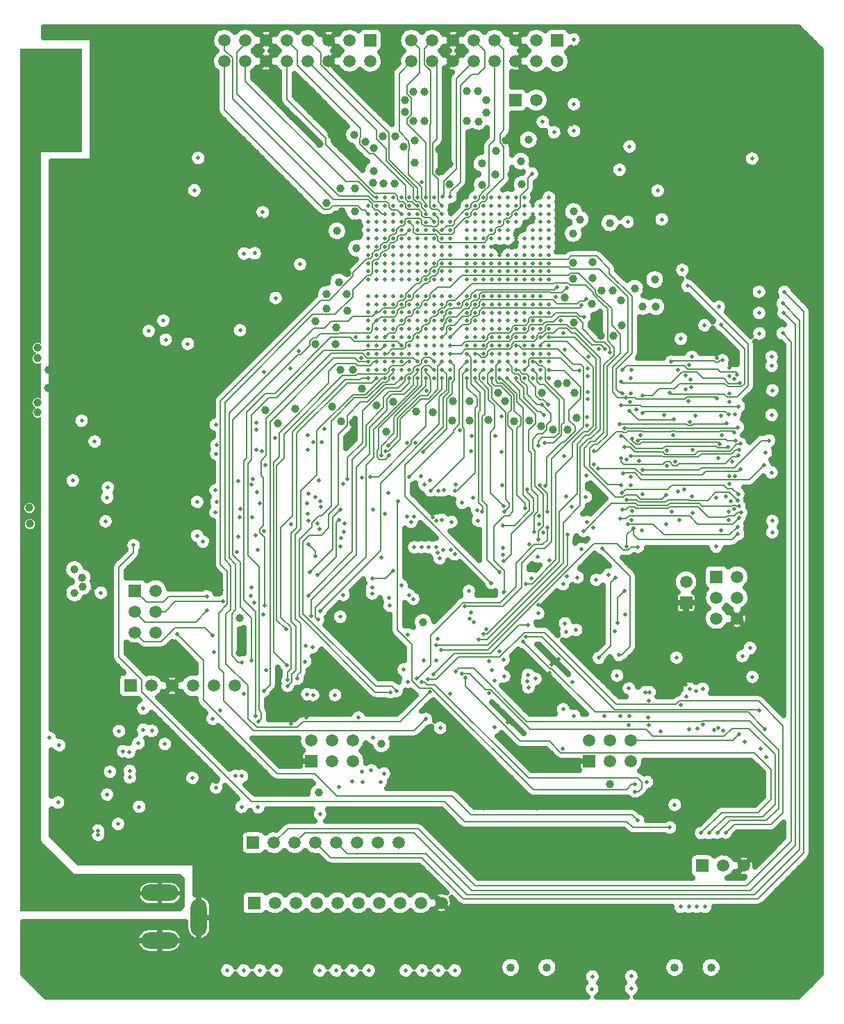
<source format=gbr>
%TF.GenerationSoftware,KiCad,Pcbnew,no-vcs-found-e46fdb0~60~ubuntu17.04.1*%
%TF.CreationDate,2017-09-26T11:00:31+02:00*%
%TF.ProjectId,Cryptech Alpha,437279707465636820416C7068612E6B,rev?*%
%TF.SameCoordinates,Original*%
%TF.FileFunction,Copper,L3,Inr,Mixed*%
%TF.FilePolarity,Positive*%
%FSLAX46Y46*%
G04 Gerber Fmt 4.6, Leading zero omitted, Abs format (unit mm)*
G04 Created by KiCad (PCBNEW no-vcs-found-e46fdb0~60~ubuntu17.04.1) date Tue Sep 26 11:00:31 2017*
%MOMM*%
%LPD*%
G01*
G04 APERTURE LIST*
%TA.AperFunction,ViaPad*%
%ADD10C,1.500000*%
%TD*%
%TA.AperFunction,ViaPad*%
%ADD11R,1.500000X1.500000*%
%TD*%
%TA.AperFunction,WasherPad*%
%ADD12C,1.016000*%
%TD*%
%TA.AperFunction,ViaPad*%
%ADD13O,2.000000X4.500000*%
%TD*%
%TA.AperFunction,ViaPad*%
%ADD14O,4.500000X2.000000*%
%TD*%
%TA.AperFunction,ViaPad*%
%ADD15C,0.500000*%
%TD*%
%TA.AperFunction,ViaPad*%
%ADD16C,1.000000*%
%TD*%
%TA.AperFunction,ViaPad*%
%ADD17C,0.600000*%
%TD*%
%TA.AperFunction,Conductor*%
%ADD18C,0.150000*%
%TD*%
%TA.AperFunction,Conductor*%
%ADD19C,0.164000*%
%TD*%
%TA.AperFunction,Conductor*%
%ADD20C,0.300000*%
%TD*%
%TA.AperFunction,Conductor*%
%ADD21C,0.200000*%
%TD*%
%TA.AperFunction,Conductor*%
%ADD22C,0.700000*%
%TD*%
%ADD23C,0.700000*%
%TA.AperFunction,Conductor*%
%ADD24C,0.050000*%
%TD*%
%ADD25C,0.050000*%
G04 APERTURE END LIST*
D10*
%TO.N,AVR_GPIO_1*%
%TO.C,JP5*%
X36580000Y-6000000D03*
%TO.N,GND*%
X54360000Y-6000000D03*
%TO.N,AVR_GPIO_7*%
X51820000Y-6000000D03*
%TO.N,AVR_GPIO_6*%
X49280000Y-6000000D03*
%TO.N,AVR_GPIO_5*%
X46740000Y-6000000D03*
%TO.N,AVR_GPIO_4*%
X44200000Y-6000000D03*
%TO.N,AVR_GPIO_3*%
X41660000Y-6000000D03*
%TO.N,AVR_GPIO_2*%
X39120000Y-6000000D03*
%TO.N,AVR_GPIO_0*%
X34040000Y-6000000D03*
D11*
%TO.N,VCCO_3V3*%
X31500000Y-6000000D03*
%TD*%
%TO.N,GND*%
%TO.C,JP6*%
X84160740Y30530000D03*
D10*
%TO.N,MKM_AVR_MISO*%
X84160740Y33070000D03*
%TD*%
D12*
%TO.N,*%
%TO.C,CN1*%
X67209800Y-13884000D03*
X62800000Y-13884000D03*
%TD*%
%TO.N,*%
%TO.C,CN2*%
X82800000Y-13884000D03*
X87209800Y-13884000D03*
%TD*%
D10*
%TO.N,N/C*%
%TO.C,J1*%
X29133790Y20421600D03*
%TO.N,NRST*%
X26593790Y20421600D03*
%TO.N,SWDIO*%
X24053790Y20421600D03*
%TO.N,GND*%
X21513790Y20421600D03*
%TO.N,SWDCLK*%
X18973790Y20421600D03*
D11*
%TO.N,VCCO_3V3*%
X16433790Y20421600D03*
%TD*%
%TO.N,GND*%
%TO.C,J2*%
X38506390Y11252200D03*
D10*
%TO.N,FT_VREGIN*%
X38506390Y13792200D03*
%TO.N,USB_P*%
X41046390Y11252200D03*
%TO.N,USB_N*%
X41046390Y13792200D03*
%TO.N,FT_RXD1*%
X43586390Y11252200D03*
%TO.N,FT_TXD1*%
X43586390Y13792200D03*
%TD*%
%TO.N,FT_MGMT_TXD1*%
%TO.C,J3*%
X77444590Y13792200D03*
%TO.N,FT_MGMT_RXD1*%
X77444590Y11252200D03*
%TO.N,USB_MGMT_N*%
X74904590Y13792200D03*
%TO.N,USB_MGMT_P*%
X74904590Y11252200D03*
%TO.N,FT_MGMT_VREGIN*%
X72364590Y13792200D03*
D11*
%TO.N,GND*%
X72364590Y11252200D03*
%TD*%
D13*
%TO.N,GND*%
%TO.C,JP1*%
X24800000Y-7800000D03*
D14*
X20000000Y-10600000D03*
%TO.N,PWR_18V*%
X20000000Y-4800000D03*
%TD*%
D10*
%TO.N,NetJP2_2*%
%TO.C,JP2*%
X65916800Y91744800D03*
D11*
%TO.N,15V_LDO_ENABLE*%
X63376800Y91744800D03*
%TD*%
%TO.N,MKM_AVR_MISO*%
%TO.C,JP3*%
X87847000Y33705800D03*
D10*
%TO.N,3V3_BATT*%
X90387000Y33705800D03*
%TO.N,MKM_AVR_SCK*%
X87847000Y31165800D03*
%TO.N,MKM_AVR_MOSI*%
X90387000Y31165800D03*
%TO.N,AVR_RESET*%
X87847000Y28625800D03*
%TO.N,GND*%
X90387000Y28625800D03*
%TD*%
%TO.N,GND*%
%TO.C,JP4*%
X91219330Y-1500000D03*
%TO.N,3V3_BATT*%
X88679330Y-1500000D03*
D11*
%TO.N,VCCO_3V3*%
X86139330Y-1500000D03*
%TD*%
%TO.N,FPGA_CFG_CTRL_ARM_ENA*%
%TO.C,JP7*%
X16980000Y32015000D03*
D10*
%TO.N,SPI_A_TRISTATE*%
X19520000Y32015000D03*
%TO.N,FPGA_CFG_CTRL_FPGA_DIS*%
X16980000Y29475000D03*
%TO.N,SPI_B_TRISTATE*%
X19520000Y29475000D03*
%TO.N,FPGA_PROM_W_N*%
X16980000Y26935000D03*
%TO.N,VCCO_3V3*%
X19520000Y26935000D03*
%TD*%
%TO.N,GND*%
%TO.C,SV1*%
X49190000Y1300000D03*
D11*
%TO.N,VCCO_3V3*%
X31410000Y1300000D03*
D10*
%TO.N,FPGA_JTAG_TCK*%
X33950000Y1300000D03*
%TO.N,FPGA_JTAG_TMS*%
X36490000Y1300000D03*
%TO.N,FPGA_JTAG_TDI*%
X39030000Y1300000D03*
%TO.N,FPGA_JTAG_TDO*%
X41570000Y1300000D03*
%TO.N,GND*%
X44110000Y1300000D03*
X46650000Y1300000D03*
%TD*%
%TO.N,FPGA_GPIO_A_7*%
%TO.C,SV2*%
X50692990Y96494600D03*
%TO.N,FPGA_GPIO_A_6*%
X50692990Y99034600D03*
%TO.N,FPGA_GPIO_A_5*%
X53232990Y96494600D03*
%TO.N,FPGA_GPIO_A_4*%
X53232990Y99034600D03*
%TO.N,GND*%
X55772990Y96494600D03*
X55772990Y99034600D03*
%TO.N,FPGA_GPIO_A_3*%
X58312990Y96494600D03*
%TO.N,FPGA_GPIO_A_2*%
X58312990Y99034600D03*
%TO.N,FPGA_GPIO_A_1*%
X60852990Y96494600D03*
%TO.N,FPGA_GPIO_A_0*%
X60852990Y99034600D03*
%TO.N,GND*%
X63392990Y96494600D03*
X63392990Y99034600D03*
%TO.N,VCCO_3V3*%
X65932990Y96494600D03*
X65932990Y99034600D03*
X68472990Y96494600D03*
D11*
X68472990Y99034600D03*
%TD*%
%TO.N,VCCO_3V3*%
%TO.C,SV3*%
X45689190Y99034600D03*
D10*
X45689190Y96494600D03*
X43149190Y99034600D03*
X43149190Y96494600D03*
%TO.N,GND*%
X40609190Y99034600D03*
X40609190Y96494600D03*
%TO.N,FPGA_GPIO_B_0*%
X38069190Y99034600D03*
%TO.N,FPGA_GPIO_B_1*%
X38069190Y96494600D03*
%TO.N,FPGA_GPIO_B_2*%
X35529190Y99034600D03*
%TO.N,FPGA_GPIO_B_3*%
X35529190Y96494600D03*
%TO.N,GND*%
X32989190Y99034600D03*
X32989190Y96494600D03*
%TO.N,FPGA_GPIO_B_4*%
X30449190Y99034600D03*
%TO.N,FPGA_GPIO_B_5*%
X30449190Y96494600D03*
%TO.N,FPGA_GPIO_B_6*%
X27909190Y99034600D03*
%TO.N,FPGA_GPIO_B_7*%
X27909190Y96494600D03*
%TD*%
D15*
%TO.N,FPGA_DONE_INT*%
X84500000Y-6500000D03*
%TO.N,NetLED18_2*%
X86500000Y-6500000D03*
%TO.N,NetLED18_1*%
X85500000Y-6500000D03*
%TO.N,NetLED13_1*%
X83500000Y-6500000D03*
%TO.N,FPGA_DONE_INT*%
X72725000Y-16500000D03*
%TO.N,NetLED18_2*%
X77496220Y-16469460D03*
%TO.N,NetLED18_1*%
X77496220Y-14963590D03*
%TO.N,NetLED13_1*%
X72750000Y-15000000D03*
%TO.N,GND*%
X66000000Y5500000D03*
D16*
X60660000Y-14963590D03*
X80500000Y-9536420D03*
X89500000Y-15000000D03*
X89487400Y-9500000D03*
X80660000Y-15067780D03*
X69488400Y-15000000D03*
X69488400Y-9000000D03*
X60500000Y-9413610D03*
X85000000Y-8000000D03*
X66500000Y-9000000D03*
D15*
%TO.N,NetLED3_1*%
X39500000Y-14250000D03*
%TO.N,NetLED15_1*%
X56000000Y-14250000D03*
%TO.N,NetLED16_1*%
X54000000Y-14250000D03*
%TO.N,NetLED14_1*%
X52000000Y-14250000D03*
%TO.N,NetLED17_1*%
X50000000Y-14250000D03*
%TO.N,NetLED1_1*%
X45500000Y-14250000D03*
%TO.N,NetLED4_1*%
X43500000Y-14250000D03*
%TO.N,NetLED2_1*%
X41500000Y-14250000D03*
%TO.N,NetLED9_1*%
X34250000Y-14250000D03*
%TO.N,NetLED12_1*%
X32250000Y-14250000D03*
%TO.N,NetLED10_1*%
X30255000Y-14250000D03*
%TO.N,NetLED11_1*%
X28250000Y-14250000D03*
D16*
%TO.N,GND*%
X35750000Y-16750000D03*
X57500000Y-16800000D03*
X48750000Y-16750000D03*
X47000000Y-16750000D03*
X37982000Y-16750000D03*
X27000000Y-16800000D03*
D15*
%TO.N,AVR_GPIO_4*%
X88993380Y2527420D03*
%TO.N,AVR_GPIO_5*%
X87997700Y2527420D03*
%TO.N,AVR_GPIO_6*%
X86998520Y2477410D03*
%TO.N,AVR_GPIO_7*%
X86000000Y2477410D03*
%TO.N,GND*%
X30530800Y-9000000D03*
%TO.N,FPGA_JTAG_TDO*%
X95952200Y67001800D03*
%TO.N,FPGA_JTAG_TCK*%
X95952200Y63352200D03*
%TO.N,FPGA_JTAG_TMS*%
X96052200Y65834400D03*
%TO.N,FPGA_JTAG_TDI*%
X96152200Y68401800D03*
%TO.N,GND*%
X30750000Y-1500000D03*
D16*
%TO.N,PWR_18V*%
X8000000Y88514570D03*
X9500000Y88494600D03*
X9500000Y87000000D03*
X8000000Y87019970D03*
X8000000Y91439570D03*
X9500000Y91419600D03*
X9500000Y89925000D03*
X8000000Y89944970D03*
X8000000Y94439570D03*
X9500000Y94419600D03*
X9500000Y92925000D03*
X8000000Y92944970D03*
X8000000Y95944970D03*
X9500000Y95925000D03*
X9500000Y97419600D03*
X8000000Y97439570D03*
D15*
%TO.N,GND*%
X8250000Y2654120D03*
X11772170Y2692730D03*
D16*
X43593770Y52492120D03*
D15*
%TO.N,USB_MGMT_P*%
X86229210Y15700770D03*
%TO.N,USB_MGMT_N*%
X85575000Y15200000D03*
%TO.N,FMC_D12*%
X54627670Y44227160D03*
%TO.N,FMC_SDNWE*%
X47427310Y41402020D03*
%TO.N,FMC_D11*%
X53950000Y44200000D03*
%TO.N,FMC_NL*%
X58700000Y41823870D03*
%TO.N,FMC_NOE*%
X58827870Y40551980D03*
%TO.N,GND*%
X84554130Y15100740D03*
X87550000Y15025000D03*
X88679330Y15000730D03*
X89125000Y19525000D03*
%TO.N,FT_RXD1*%
X17425000Y13425000D03*
X16275000Y12325000D03*
%TO.N,FT_RTS*%
X15550000Y12450000D03*
%TO.N,GND*%
X12100590Y12500610D03*
X16700000Y8425000D03*
%TO.N,FT_VREGIN*%
X13600000Y7175000D03*
X17512500Y5687500D03*
%TO.N,GND*%
X13550000Y4400000D03*
X11125000Y7400000D03*
%TO.N,*%
X50446300Y77889100D03*
%TO.N,VCC_5V0*%
X82797720Y5925000D03*
X13950000Y9950000D03*
%TO.N,MKM_AVR_SCK*%
X75750000Y21675000D03*
X77200000Y20100000D03*
X77250000Y16700000D03*
%TO.N,SPI_A_TRISTATE*%
X42400000Y31500000D03*
%TO.N,AVR_PANIC*%
X69175000Y32800000D03*
%TO.N,AVR_RESET*%
X76125000Y16750000D03*
%TO.N,MKM_CONTROL_FPGA_DIS*%
X70300000Y20875000D03*
%TO.N,FMC_A24*%
X48900000Y19800000D03*
%TO.N,AVR_GPIO_2*%
X50427460Y31451530D03*
%TO.N,AVR_GPIO_3*%
X50925000Y31000000D03*
%TO.N,ARM_FPGA_CFG_MOSI*%
X48002340Y31126520D03*
%TO.N,MKM_CONTROL_FPGA_DIS*%
X54527660Y36951800D03*
%TO.N,GND*%
X79450000Y21550000D03*
%TO.N,MKM_AVR_MISO*%
X70525000Y16775000D03*
%TO.N,3V3_BATT*%
X75850000Y28075000D03*
%TO.N,MKM_AVR_MISO*%
X87847000Y37378000D03*
%TO.N,AVR_LED3*%
X37800000Y25325000D03*
X45900000Y32375000D03*
%TO.N,AVR_LED2*%
X38650000Y25150000D03*
X45925000Y31650000D03*
X30026470Y9425460D03*
%TO.N,AVR_LED3*%
X29238280Y9450000D03*
%TO.N,AVR_GPIO_1*%
X54125000Y35950000D03*
%TO.N,AVR_GPIO_0*%
X53925000Y36600000D03*
%TO.N,ARM_FPGA_CFG_CS_N*%
X48500000Y34425000D03*
%TO.N,3V3_BATT*%
X47025000Y36050000D03*
%TO.N,AVR_LED4*%
X55452710Y19425950D03*
%TO.N,AVR_GPIO_4*%
X52675000Y21200000D03*
%TO.N,AVR_LED4*%
X44250000Y16550000D03*
%TO.N,MKM_AVR_CS_N*%
X69575000Y27000000D03*
%TO.N,GND*%
X69113400Y12736600D03*
X51436900Y77889100D03*
D16*
X46125000Y85949990D03*
%TO.N,VCCO_3V3*%
X43750000Y87525000D03*
%TO.N,GND*%
X40950000Y87500000D03*
%TO.N,VCCO_3V3*%
X45125000Y86700080D03*
%TO.N,GND*%
X47175000Y87350000D03*
X48700000Y87325000D03*
D15*
%TO.N,FPGA_ENTROPY_DISABLE*%
X49455700Y78905100D03*
%TO.N,FPGA_GPIO_A_7*%
X52452900Y78905100D03*
%TO.N,FPGA_GPIO_A_6*%
X52452900Y79895700D03*
%TO.N,FPGA_GPIO_B_2*%
X51436900Y78905100D03*
%TO.N,FPGA_GPIO_B_1*%
X52452900Y77889100D03*
%TO.N,FPGA_IRQ_N_3*%
X53443500Y77889100D03*
%TO.N,FPGA_GPIO_B_0*%
X51436900Y79895700D03*
%TO.N,VCCO_3V3*%
X50446300Y79895700D03*
%TO.N,AVR_GPIO_FPGA_2*%
X49455700Y79895700D03*
%TO.N,FPGA_GPIO_A_1*%
X54434100Y75882500D03*
%TO.N,FPGA_GPIO_A_0*%
X53443500Y75882500D03*
%TO.N,GND*%
X55450100Y75882500D03*
X57448700Y75882500D03*
%TO.N,FPGA_IRQ_N_0*%
X53443500Y74891900D03*
%TO.N,FMC_NBL2*%
X85279160Y53302600D03*
%TO.N,FMC_A3*%
X84625000Y52575000D03*
%TO.N,FMC_NBL1*%
X90137400Y45987410D03*
X78450000Y47850000D03*
%TO.N,FMC_NBL0*%
X93675000Y47300000D03*
X76471760Y46265120D03*
%TO.N,GND*%
X72202200Y58097800D03*
%TO.N,FMC_D31*%
X76428730Y56027730D03*
X30050000Y23275000D03*
%TO.N,FMC_D30*%
X31175000Y23525000D03*
%TO.N,FMC_D27*%
X90000000Y57807000D03*
%TO.N,GND*%
X52550000Y56400000D03*
%TO.N,FMC_D27*%
X60125000Y23425000D03*
%TO.N,FMC_D26*%
X60500000Y22300000D03*
X84100000Y58200000D03*
X74875000Y61050000D03*
%TO.N,FMC_D21*%
X76400000Y58925000D03*
D16*
%TO.N,GND*%
X55225000Y30175000D03*
D15*
%TO.N,FMC_D25*%
X83225000Y58875000D03*
%TO.N,FMC_D24*%
X82375000Y59900000D03*
%TO.N,FMC_D25*%
X60825000Y21075000D03*
%TO.N,FMC_D24*%
X88600000Y60075000D03*
X74300000Y61425000D03*
%TO.N,FMC_D23*%
X84879140Y60477950D03*
%TO.N,FMC_D21*%
X64900000Y21769670D03*
%TO.N,FMC_D22*%
X64775000Y20975000D03*
D16*
%TO.N,VCCO_3V3*%
X62075000Y55075000D03*
%TO.N,FPGA_VCCINT_1V0*%
X57802820Y55102690D03*
D15*
%TO.N,FMC_D21*%
X90404410Y58327850D03*
%TO.N,FMC_D20*%
X90725000Y57325000D03*
%TO.N,FMC_D1*%
X62375000Y57875000D03*
%TO.N,FMC_D20*%
X63449880Y57874880D03*
%TO.N,FMC_D22*%
X84575000Y59500000D03*
X71175000Y58850000D03*
%TO.N,FMC_A14*%
X76700000Y49500000D03*
%TO.N,FMC_D5*%
X57440220Y58884780D03*
%TO.N,FMC_D1*%
X76150000Y40800000D03*
%TO.N,FMC_D2*%
X90879430Y41527030D03*
%TO.N,FMC_A11*%
X90600000Y49200000D03*
%TO.N,FMC_A10*%
X48000000Y48500000D03*
%TO.N,FMC_A9*%
X47499900Y48999900D03*
%TO.N,FMC_A7*%
X47900000Y49700000D03*
%TO.N,FMC_A8*%
X47000000Y48500000D03*
%TO.N,FMC_A6*%
X78290380Y50290380D03*
X90200000Y50300000D03*
%TO.N,*%
X48440000Y69888100D03*
X47449000Y69888100D03*
X46433100Y69888100D03*
%TO.N,FPGA_CFG_SCLK1*%
X55441360Y69896840D03*
%TO.N,FPGA_VCCINT_1V0*%
X57453420Y69892820D03*
%TO.N,GND*%
X57453420Y67884780D03*
%TO.N,FPGA_PROGRAM_B1*%
X55445380Y66884780D03*
%TO.N,*%
X58453420Y69892820D03*
%TO.N,FPGA_VCCINT_1V0*%
X57453420Y66884780D03*
%TO.N,GND*%
X58453420Y67884780D03*
%TO.N,*%
X54434100Y69888100D03*
%TO.N,FPGA_VCCAUX_1V8*%
X55450100Y70904100D03*
%TO.N,*%
X54434100Y67889500D03*
%TO.N,GND*%
X57448700Y70904100D03*
X58453420Y66884780D03*
%TO.N,*%
X54434100Y66889500D03*
%TO.N,FPGA_VCCAUX_1V8*%
X58448700Y70904100D03*
%TO.N,*%
X54434100Y70904100D03*
X53443500Y69888100D03*
%TO.N,GND*%
X55450100Y71894700D03*
%TO.N,FPGA_VCCAUX_1V8*%
X55445380Y65884780D03*
%TO.N,GND*%
X59453420Y69892820D03*
%TO.N,VCCO_3V3*%
X53443500Y67889500D03*
%TO.N,FPGA_VCCINT_1V0*%
X57448700Y71894700D03*
%TO.N,GND*%
X57453420Y65884780D03*
%TO.N,*%
X59453420Y67884780D03*
X53443500Y66889500D03*
%TO.N,GND*%
X58448700Y71894700D03*
%TO.N,FPGA_VCCINT_1V0*%
X58453420Y65884780D03*
%TO.N,GND*%
X59453420Y66884780D03*
%TO.N,*%
X53443500Y70904100D03*
%TO.N,VCCO_3V3*%
X54434100Y71894700D03*
%TO.N,GND*%
X54434100Y65889500D03*
X59448700Y70904100D03*
%TO.N,*%
X52452900Y69888100D03*
%TO.N,FPGA_VCCAUX_1V8*%
X55450100Y72885300D03*
%TO.N,GND*%
X52452900Y67889500D03*
X57448700Y72885300D03*
X55445380Y64884770D03*
X60453420Y69892820D03*
%TO.N,FPGA_VCCAUX_1V8*%
X57453420Y64884770D03*
%TO.N,FPGA_VCCINT_1V0*%
X60453420Y67884780D03*
%TO.N,*%
X53443500Y71894700D03*
X53443500Y65889500D03*
%TO.N,FPGA_VCCINT_1V0*%
X59448700Y71894700D03*
%TO.N,GND*%
X59453420Y65884780D03*
%TO.N,FMC_D11*%
X52452900Y66889500D03*
%TO.N,FPGA_VCCINT_1V0*%
X58448700Y72885300D03*
%TO.N,GND*%
X52452900Y70904100D03*
%TO.N,*%
X54434100Y72885300D03*
%TO.N,GND*%
X58453420Y64884770D03*
X60453420Y66884780D03*
%TO.N,FPGA_JTAG_TDI*%
X54434100Y64889500D03*
%TO.N,FPGA_VCCINT_1V0*%
X60448700Y70904100D03*
%TO.N,*%
X52452900Y71894700D03*
X53443500Y72885300D03*
X52452900Y65889500D03*
%TO.N,GND*%
X59448700Y72885300D03*
%TO.N,*%
X53443500Y64889500D03*
%TO.N,GND*%
X60448700Y71894700D03*
%TO.N,FPGA_VCCINT_1V0*%
X59453420Y64884770D03*
X60453420Y65884780D03*
%TO.N,VCCO_3V3*%
X55445380Y63884770D03*
%TO.N,FPGA_VCCINT_1V0*%
X61453430Y69892820D03*
%TO.N,GND*%
X57453420Y63884770D03*
X61453430Y67884780D03*
%TO.N,*%
X51436900Y69888100D03*
%TO.N,GND*%
X55450100Y73901300D03*
%TO.N,*%
X51436900Y67889500D03*
%TO.N,FPGA_DONE_INT*%
X57448700Y73901300D03*
%TO.N,FPGA_VCCINT_1V0*%
X58453420Y63884770D03*
X61453430Y66884780D03*
%TO.N,FPGA_JTAG_TMS*%
X54434100Y63889500D03*
%TO.N,GND*%
X61448700Y70904100D03*
X51436900Y66889500D03*
X58448700Y73901300D03*
%TO.N,*%
X51436900Y70904100D03*
X54434100Y73901300D03*
X52452900Y72885300D03*
%TO.N,VCCO_3V3*%
X52452900Y64889500D03*
%TO.N,FPGA_VCCINT_1V0*%
X60448700Y72885300D03*
%TO.N,GND*%
X60453420Y64884770D03*
%TO.N,*%
X53443500Y63889500D03*
%TO.N,FPGA_VCCINT_1V0*%
X61448700Y71894700D03*
%TO.N,GND*%
X59453420Y63884770D03*
X61453430Y65884780D03*
X53443500Y73901300D03*
%TO.N,*%
X51436900Y65889500D03*
%TO.N,GND*%
X59448700Y73901300D03*
%TO.N,VCCO_3V3*%
X50446300Y69888100D03*
X55450100Y74891900D03*
%TO.N,*%
X50446300Y67889500D03*
%TO.N,GND*%
X57448700Y74891900D03*
%TO.N,FPGA_INIT_B_INT1*%
X55445380Y62884780D03*
%TO.N,*%
X62453420Y69892820D03*
%TO.N,FPGA_M0*%
X57453420Y62884780D03*
%TO.N,*%
X62453420Y67884780D03*
X52452900Y63889500D03*
%TO.N,GND*%
X61448700Y72885300D03*
%TO.N,*%
X50446300Y66889500D03*
X58448700Y74891900D03*
X50446300Y70904100D03*
X54434100Y74891900D03*
%TO.N,VCCO_3V3*%
X51436900Y72885300D03*
%TO.N,*%
X52452900Y73901300D03*
%TO.N,FPGA_M1*%
X58453420Y62884780D03*
%TO.N,GND*%
X62453420Y66884780D03*
%TO.N,FPGA_VCCINT_1V0*%
X60453420Y63884770D03*
X61453430Y64884770D03*
%TO.N,FPGA_JTAG_TDO*%
X54434100Y62889500D03*
%TO.N,*%
X62448700Y70904100D03*
X51436900Y64889500D03*
%TO.N,GND*%
X60448700Y73901300D03*
%TO.N,*%
X50446300Y71894700D03*
X50446300Y65889500D03*
X59448700Y74891900D03*
%TO.N,GND*%
X53443500Y62889500D03*
%TO.N,*%
X62448700Y71894700D03*
%TO.N,FPGA_M2*%
X59453420Y62884780D03*
%TO.N,*%
X62453420Y65884780D03*
%TO.N,GND*%
X61453430Y63884770D03*
%TO.N,*%
X51436900Y63889500D03*
%TO.N,GND*%
X61448700Y73901300D03*
%TO.N,*%
X51436900Y73901300D03*
%TO.N,GND*%
X49455700Y69888100D03*
%TO.N,*%
X49455700Y67889500D03*
X50446300Y72885300D03*
X52452900Y62889500D03*
%TO.N,VCCO_3V3*%
X62448700Y72885300D03*
%TO.N,*%
X50446300Y64889500D03*
X60448700Y74891900D03*
%TO.N,FPGA_JTAG_TCK*%
X55445380Y61884780D03*
%TO.N,*%
X63453420Y69892820D03*
%TO.N,GND*%
X57453420Y61884780D03*
X63453420Y67884780D03*
%TO.N,VCCO_3V3*%
X60453420Y62884780D03*
%TO.N,*%
X62453420Y64884770D03*
%TO.N,GND*%
X49455700Y66889500D03*
%TO.N,*%
X58448700Y75882500D03*
X49455700Y70904100D03*
X58453420Y61884780D03*
X63453420Y66884780D03*
X54434100Y61889500D03*
%TO.N,GND*%
X63448700Y70904100D03*
X49455700Y71894700D03*
%TO.N,VCCO_3V3*%
X49455700Y65889500D03*
%TO.N,GND*%
X59448700Y75882500D03*
%TO.N,*%
X53443500Y61889500D03*
X63448700Y71894700D03*
%TO.N,GND*%
X59453420Y61884780D03*
%TO.N,*%
X63453420Y65884780D03*
%TO.N,GND*%
X50446300Y63889500D03*
%TO.N,*%
X61448700Y74891900D03*
X61453430Y62884780D03*
X62453420Y63884770D03*
X50446300Y73901300D03*
%TO.N,FPGA_IRQ_N_1*%
X51436900Y74891900D03*
%TO.N,*%
X51436900Y62889500D03*
%TO.N,GND*%
X62448700Y73901300D03*
%TO.N,*%
X49455700Y72885300D03*
%TO.N,VCCO_3V3*%
X52452900Y75882500D03*
%TO.N,*%
X49455700Y64889500D03*
X60448700Y75882500D03*
X52452900Y61889500D03*
X63448700Y72885300D03*
%TO.N,GND*%
X60453420Y61884780D03*
%TO.N,VCCO_3V3*%
X63453420Y64884770D03*
%TO.N,FMC_D26*%
X55445380Y60884780D03*
%TO.N,*%
X64453420Y69892820D03*
%TO.N,FMC_CLK*%
X57453420Y60884780D03*
%TO.N,VCCO_3V3*%
X64453420Y67884780D03*
%TO.N,GND*%
X55450100Y76898500D03*
X48439700Y67889500D03*
%TO.N,*%
X57448700Y76898500D03*
%TO.N,FMC_D24*%
X58453420Y60884780D03*
%TO.N,*%
X64453420Y66884780D03*
X64448700Y70904100D03*
X48439700Y66889500D03*
X58448700Y76898500D03*
X48439700Y70904100D03*
%TO.N,GND*%
X54434100Y76898500D03*
X50446300Y74891900D03*
%TO.N,*%
X50446300Y62889500D03*
X62448700Y74891900D03*
X62453420Y62884780D03*
X49455700Y63889500D03*
%TO.N,GND*%
X61448700Y75882500D03*
%TO.N,*%
X49455700Y73901300D03*
X51436900Y75882500D03*
X64448700Y71894700D03*
X59453420Y60884780D03*
X64453420Y65884780D03*
%TO.N,GND*%
X61453430Y61884780D03*
%TO.N,*%
X63453420Y63884770D03*
X48439700Y71894700D03*
%TO.N,FPGA_GPIO_B_3*%
X53443500Y76898500D03*
%TO.N,*%
X48439700Y65889500D03*
X59448700Y76898500D03*
%TO.N,VCCO_3V3*%
X51436900Y61889500D03*
%TO.N,GND*%
X63448700Y73901300D03*
%TO.N,*%
X52452900Y60889500D03*
X64448700Y72885300D03*
X48439700Y72885300D03*
%TO.N,GND*%
X60453420Y60884780D03*
%TO.N,FMC_D25*%
X64453420Y64884770D03*
%TO.N,*%
X48439700Y64889500D03*
%TO.N,GND*%
X60448700Y76898500D03*
%TO.N,*%
X49455700Y74891900D03*
%TO.N,FPGA_IRQ_N_2*%
X50446300Y75882500D03*
%TO.N,*%
X49455700Y62889500D03*
X62448700Y75882500D03*
%TO.N,GND*%
X55450100Y77889100D03*
%TO.N,*%
X57448700Y77889100D03*
X65453430Y69892820D03*
%TO.N,FMC_D6*%
X57453420Y59884770D03*
%TO.N,*%
X65453430Y67884780D03*
%TO.N,GND*%
X50446300Y61889500D03*
X63448700Y74891900D03*
%TO.N,VCCO_3V3*%
X62453420Y61884780D03*
%TO.N,Net1*%
X63453420Y62884780D03*
%TO.N,*%
X47449100Y66889500D03*
%TO.N,GND*%
X58448700Y77889100D03*
%TO.N,VCCO_3V3*%
X47449100Y70904100D03*
%TO.N,FPGA_GPIO_A_4*%
X54434100Y77889100D03*
%TO.N,VCCO_3V3*%
X58453420Y59884770D03*
%TO.N,*%
X65453430Y66884780D03*
X65448700Y70904100D03*
X61453430Y60884780D03*
X64453420Y63884770D03*
%TO.N,FPGA_CFG_CS_N1*%
X48439700Y63889500D03*
%TO.N,*%
X61448700Y76898500D03*
%TO.N,FMC_NOE*%
X51436900Y60889500D03*
%TO.N,*%
X64448700Y73901300D03*
%TO.N,VCCO_3V3*%
X48439700Y73901300D03*
%TO.N,*%
X47449100Y71894700D03*
X47449100Y65889500D03*
X59448700Y77889100D03*
%TO.N,FMC_A11*%
X53443500Y59889500D03*
%TO.N,VCCO_3V3*%
X65448700Y71894700D03*
%TO.N,*%
X59453420Y59884770D03*
%TO.N,GND*%
X65453430Y65884780D03*
%TO.N,*%
X49455700Y75882500D03*
X47449100Y72885300D03*
%TO.N,FMC_D29*%
X49455700Y61889500D03*
%TO.N,GND*%
X63448700Y75882500D03*
X47449100Y64889500D03*
%TO.N,*%
X60448700Y77889100D03*
%TO.N,GND*%
X52452900Y59889500D03*
%TO.N,*%
X65448700Y72885300D03*
X60453420Y59884770D03*
X65453430Y64884770D03*
%TO.N,FMC_NE1*%
X63453420Y61884780D03*
%TO.N,FMC_NL*%
X50446300Y60889500D03*
%TO.N,*%
X64448700Y74891900D03*
X62453420Y60884780D03*
%TO.N,GND*%
X64453420Y62884780D03*
%TO.N,*%
X48439700Y74891900D03*
%TO.N,FPGA_GCLK*%
X50446300Y76898500D03*
%TO.N,VCCO_3V3*%
X48439700Y62889500D03*
%TO.N,*%
X62448700Y76898500D03*
%TO.N,GND*%
X55445380Y58884780D03*
X66453420Y69892820D03*
%TO.N,*%
X66453420Y67884780D03*
%TO.N,GND*%
X55450100Y78905100D03*
%TO.N,*%
X46433100Y67889500D03*
X57448700Y78905100D03*
X47449100Y63889500D03*
X61448700Y77889100D03*
X47449100Y73901300D03*
X58453420Y58884780D03*
X66453420Y66884780D03*
%TO.N,FMC_A5*%
X54434100Y58889500D03*
%TO.N,*%
X66448700Y70904100D03*
%TO.N,FMC_A18*%
X61453430Y59884770D03*
%TO.N,*%
X65453430Y63884770D03*
%TO.N,FMC_A3*%
X51436900Y59889500D03*
%TO.N,*%
X65448700Y73901300D03*
%TO.N,VCCO_3V3*%
X46433100Y66889500D03*
%TO.N,*%
X58448700Y78905100D03*
X46433100Y70904100D03*
%TO.N,FPGA_GPIO_A_5*%
X54434100Y78905100D03*
%TO.N,FMC_A10*%
X53443500Y58889500D03*
%TO.N,*%
X66448700Y71894700D03*
%TO.N,FMC_A16*%
X59453420Y58884780D03*
%TO.N,*%
X66453420Y65884780D03*
X46433100Y71894700D03*
%TO.N,VCCO_3V3*%
X53443500Y78905100D03*
%TO.N,FMC_D31*%
X46433100Y65889500D03*
%TO.N,*%
X59448700Y78905100D03*
%TO.N,GND*%
X49455700Y60889500D03*
X64448700Y75882500D03*
%TO.N,*%
X48439700Y75882500D03*
%TO.N,VCCO_3V3*%
X49455700Y76898500D03*
%TO.N,*%
X63453420Y60884780D03*
%TO.N,FMC_D23*%
X64453420Y61884780D03*
%TO.N,GND*%
X48439700Y61889500D03*
%TO.N,*%
X63448700Y76898500D03*
X47449100Y74891900D03*
%TO.N,FMC_D12*%
X47449100Y62889500D03*
%TO.N,GND*%
X62448700Y77889100D03*
%TO.N,FMC_A7*%
X52452900Y58889500D03*
%TO.N,*%
X66448700Y72885300D03*
%TO.N,FMC_A0*%
X50446300Y59889500D03*
%TO.N,*%
X65448700Y74891900D03*
%TO.N,FMC_A17*%
X60453420Y58884780D03*
%TO.N,*%
X66453420Y64884770D03*
%TO.N,FMC_NWAIT*%
X62453420Y59884770D03*
%TO.N,FPGA_GPIO_LED_0*%
X65453430Y62884780D03*
%TO.N,GND*%
X46433100Y72885300D03*
%TO.N,FMC_D30*%
X46433100Y64889500D03*
%TO.N,*%
X60448700Y78905100D03*
%TO.N,FMC_A14*%
X55445380Y57884780D03*
%TO.N,GND*%
X45442500Y69888100D03*
%TO.N,*%
X67453420Y69892820D03*
%TO.N,FMC_D4*%
X57453420Y57884780D03*
%TO.N,*%
X45442500Y67889500D03*
%TO.N,GND*%
X57448700Y79895700D03*
%TO.N,VCCO_3V3*%
X61453430Y58884780D03*
X66453420Y63884770D03*
%TO.N,*%
X66448700Y73901300D03*
X46433100Y63889500D03*
X61448700Y78905100D03*
X46433100Y73901300D03*
%TO.N,FMC_A12*%
X58453420Y57884780D03*
%TO.N,VCCO_3V3*%
X67453420Y66884780D03*
%TO.N,*%
X58448700Y79895700D03*
%TO.N,FMC_A6*%
X54434100Y57889500D03*
%TO.N,*%
X45442500Y70904100D03*
X67448700Y70904100D03*
X64453420Y60884780D03*
%TO.N,DIGITIZED_NOISE*%
X48439700Y60889500D03*
%TO.N,GND*%
X64448700Y76898500D03*
X48439700Y76898500D03*
X47449100Y75882500D03*
%TO.N,FPGA_GPIO_B_4*%
X49455700Y77889100D03*
%TO.N,FMC_D8*%
X49455700Y59889500D03*
%TO.N,*%
X65448700Y75882500D03*
%TO.N,FMC_D28*%
X47449100Y61889500D03*
%TO.N,*%
X63448700Y77889100D03*
%TO.N,GND*%
X63453420Y59884770D03*
%TO.N,MKM_FPGA_SCK*%
X65453430Y61884780D03*
%TO.N,VCCO_3V3*%
X53443500Y57889500D03*
%TO.N,*%
X45442500Y71894700D03*
X67448700Y71894700D03*
%TO.N,GND*%
X59453420Y57884780D03*
%TO.N,FPGA_CFG_MOSI1*%
X45442500Y65889500D03*
%TO.N,*%
X67453420Y65884780D03*
%TO.N,GND*%
X59448700Y79895700D03*
%TO.N,VCCO_3V3*%
X50446300Y58889500D03*
X66448700Y74891900D03*
%TO.N,FMC_NWE*%
X62453420Y58884780D03*
%TO.N,FMC_D3*%
X66453420Y62884780D03*
%TO.N,*%
X46433100Y74891900D03*
X50446300Y78905100D03*
X46433100Y62889500D03*
X62448700Y78905100D03*
%TO.N,FMC_A8*%
X52452900Y57889500D03*
%TO.N,*%
X45442500Y72885300D03*
%TO.N,GND*%
X67448700Y72885300D03*
%TO.N,FMC_A15*%
X60453420Y57884780D03*
%TO.N,FPGA_CFG_MISO1*%
X45442500Y64889500D03*
%TO.N,*%
X60448700Y79895700D03*
%TO.N,FMC_D10*%
X47449100Y60889500D03*
%TO.N,*%
X64448700Y77889100D03*
X47449100Y76898500D03*
X48439700Y77889100D03*
%TO.N,FMC_D21*%
X64453420Y59884770D03*
%TO.N,VCCO_3V3*%
X65453430Y60884780D03*
%TO.N,GND*%
X48439700Y59889500D03*
X65448700Y76898500D03*
%TO.N,FMC_D0*%
X61453430Y57884780D03*
%TO.N,VCCO_3V3*%
X45442500Y63889500D03*
%TO.N,FPGA_GPIO_LED_1*%
X67453420Y63884770D03*
%TO.N,GND*%
X61448700Y79895700D03*
%TO.N,FMC_A1*%
X51436900Y57889500D03*
%TO.N,*%
X45442500Y73901300D03*
X67448700Y73901300D03*
%TO.N,GND*%
X49455700Y58889500D03*
%TO.N,*%
X66448700Y75882500D03*
%TO.N,FMC_A13*%
X66453420Y61884780D03*
%TO.N,*%
X46433100Y75882500D03*
%TO.N,GND*%
X46433100Y61889500D03*
%TO.N,*%
X63448700Y78905100D03*
%TO.N,FMC_A4*%
X50446300Y57889500D03*
%TO.N,VCCO_3V3*%
X45442500Y74891900D03*
%TO.N,*%
X67448700Y74891900D03*
%TO.N,NetR65_1*%
X45442500Y62889500D03*
%TO.N,FMC_D2*%
X67453420Y62884780D03*
%TO.N,*%
X62448700Y79895700D03*
%TO.N,FPGA_GPIO_B_6*%
X47449100Y77889100D03*
%TO.N,VCCO_3V3*%
X47449100Y59889500D03*
%TO.N,GND*%
X65448700Y77889100D03*
%TO.N,FMC_D17*%
X65453430Y59884770D03*
%TO.N,FMC_D22*%
X64453420Y58884780D03*
%TO.N,MKM_FPGA_CS_N*%
X66453420Y60884780D03*
%TO.N,FMC_A25*%
X48439700Y58889500D03*
%TO.N,*%
X66448700Y76898500D03*
X46433100Y60889500D03*
X64448700Y78905100D03*
X46433100Y76898500D03*
%TO.N,GND*%
X48439700Y78905100D03*
%TO.N,FMC_A24*%
X49455700Y57889500D03*
%TO.N,*%
X45442500Y75882500D03*
X67448700Y75882500D03*
X45442500Y61889500D03*
%TO.N,GND*%
X67453420Y61884780D03*
X63448700Y79895700D03*
%TO.N,FPGA_GPIO_LED_3*%
X47449100Y58889500D03*
%TO.N,*%
X66448700Y77889100D03*
%TO.N,FMC_D18*%
X65453430Y58884780D03*
%TO.N,*%
X66453420Y59884770D03*
%TO.N,VCCO_3V3*%
X46433100Y77889100D03*
%TO.N,AVR_GPIO_FPGA_0*%
X47449100Y78905100D03*
%TO.N,FMC_A22*%
X46433100Y59889500D03*
%TO.N,GND*%
X65448700Y78905100D03*
%TO.N,VCCO_3V3*%
X64453420Y57884780D03*
%TO.N,FPGA_GPIO_LED_2*%
X45442500Y60889500D03*
%TO.N,MKM_FPGA_MOSI*%
X67453420Y60884780D03*
%TO.N,*%
X64448700Y79895700D03*
X45442500Y76898500D03*
X67448700Y76898500D03*
%TO.N,AVR_GPIO_FPGA_3*%
X48439700Y79895700D03*
%TO.N,GND*%
X66453420Y58884780D03*
%TO.N,FMC_D9*%
X46433100Y58889500D03*
%TO.N,*%
X66448700Y78905100D03*
%TO.N,FPGA_GPIO_B_7*%
X45442500Y77889100D03*
%TO.N,VCCO_3V3*%
X67448700Y77889100D03*
%TO.N,AVR_GPIO_FPGA_1*%
X47449100Y79895700D03*
%TO.N,FMC_D16*%
X65453430Y57884780D03*
%TO.N,FMC_A23*%
X45442500Y59889500D03*
%TO.N,MKM_FPGA_MISO*%
X67453420Y59884770D03*
%TO.N,GND*%
X65448700Y79895700D03*
%TO.N,FMC_D15*%
X66453420Y57884780D03*
%TO.N,GND*%
X45442500Y58889500D03*
%TO.N,FMC_D13*%
X67453420Y58884780D03*
%TO.N,GND*%
X66448700Y79895700D03*
%TO.N,FMC_A19*%
X46433100Y57889500D03*
%TO.N,*%
X45442500Y78905100D03*
X67448700Y78905100D03*
%TO.N,FPGA_GPIO_B_5*%
X46433100Y79895700D03*
%TO.N,FMC_A20*%
X45442500Y57889500D03*
%TO.N,FMC_D14*%
X67453420Y57884780D03*
%TO.N,*%
X67448700Y79895700D03*
%TO.N,FPGA_VCCAUX_1V8*%
X55424700Y67889500D03*
%TO.N,GND*%
X46431200Y78909800D03*
X56413400Y79959200D03*
%TO.N,FPGA_GPIO_A_2*%
X55448200Y79959200D03*
%TO.N,FPGA_GPIO_A_3*%
X54457600Y79959200D03*
D16*
%TO.N,GND*%
X7250000Y82000000D03*
X8250000Y82000000D03*
X9250000Y82000000D03*
X10250000Y82000000D03*
X11250000Y82000000D03*
X12250000Y82000000D03*
X13250000Y82000000D03*
X14250000Y82000000D03*
X15250000Y82000000D03*
X16250000Y82000000D03*
X17250000Y82000000D03*
X18250000Y82000000D03*
X18250000Y80750000D03*
X17250000Y80750000D03*
X16250000Y80750000D03*
X15250000Y80750000D03*
X14250000Y80750000D03*
X13250000Y80750000D03*
X12250000Y80750000D03*
X11250000Y80750000D03*
X10250000Y80750000D03*
X9250000Y80750000D03*
X8250000Y80750000D03*
X7250000Y80750000D03*
X18250000Y79500000D03*
X17250000Y79500000D03*
X16250000Y79500000D03*
X15250000Y79500000D03*
X14250000Y79500000D03*
X13250000Y79500000D03*
X12250000Y79500000D03*
X11250000Y79500000D03*
X10250000Y79500000D03*
X9250000Y79500000D03*
X8250000Y79500000D03*
X7250000Y79500000D03*
X18250000Y78250000D03*
X17250000Y78250000D03*
X16250000Y78250000D03*
X15250000Y78250000D03*
X14250000Y78250000D03*
X13250000Y78250000D03*
X12250000Y78250000D03*
X11250000Y78250000D03*
X10250000Y78250000D03*
X9250000Y78250000D03*
X8250000Y78250000D03*
X7250000Y78250000D03*
X18250000Y77000000D03*
X17250000Y77000000D03*
X16250000Y77000000D03*
X15250000Y77000000D03*
X14250000Y77000000D03*
X13250000Y77000000D03*
X12250000Y77000000D03*
X11250000Y77000000D03*
X10250000Y77000000D03*
X9250000Y77000000D03*
X8250000Y77000000D03*
X7250000Y77000000D03*
X18250000Y75750000D03*
X17250000Y75750000D03*
X16250000Y75750000D03*
X15250000Y75750000D03*
X14250000Y75750000D03*
X13250000Y75750000D03*
X12250000Y75750000D03*
X11250000Y75750000D03*
X10250000Y75750000D03*
X9250000Y75750000D03*
X8250000Y75750000D03*
X7250000Y75750000D03*
X18250000Y74500000D03*
X17250000Y74500000D03*
X16250000Y74500000D03*
X15250000Y74500000D03*
X14250000Y74500000D03*
X13250000Y74500000D03*
X12250000Y74500000D03*
X11250000Y74500000D03*
X10250000Y74500000D03*
X9250000Y74500000D03*
X8250000Y74500000D03*
X7250000Y74500000D03*
%TO.N,FPGA_VCCAUX_1V8*%
X47250000Y81625000D03*
X48650000Y81625000D03*
X46075000Y83150000D03*
X44000000Y73725000D03*
%TO.N,FPGA_VCCINT_1V0*%
X41825000Y69600000D03*
X40350000Y68100000D03*
X42800000Y68100000D03*
%TO.N,VCCO_3V3*%
X41500000Y64075000D03*
%TO.N,GND*%
X39025000Y62075000D03*
X41475000Y62025000D03*
%TO.N,FPGA_VCCINT_1V0*%
X43600000Y58924980D03*
X44675000Y56600000D03*
%TO.N,GND*%
X41050000Y54450000D03*
X51300000Y53800000D03*
%TO.N,VCCO_3V3*%
X53300000Y53725000D03*
%TO.N,FPGA_VCCINT_1V0*%
X57750000Y52725000D03*
%TO.N,GND*%
X55700000Y52700000D03*
X55775000Y55075000D03*
X67950000Y51650000D03*
X69750040Y51650000D03*
%TO.N,VCCO_3V3*%
X68550000Y57175000D03*
X66600000Y56100000D03*
%TO.N,FPGA_VCCINT_1V0*%
X61225000Y56125000D03*
%TO.N,GND*%
X70500000Y64675000D03*
X72750000Y64300000D03*
X76325000Y64300000D03*
X73825000Y63050000D03*
X75325000Y63050000D03*
%TO.N,FPGA_VCCINT_1V0*%
X75250000Y68550000D03*
X73875000Y68550000D03*
X76275000Y67375000D03*
X69425000Y67675000D03*
X77900000Y68825000D03*
X78900000Y66600000D03*
X80500000Y66575000D03*
X80350000Y69900000D03*
X70375000Y69975000D03*
%TO.N,GND*%
X70375000Y71950000D03*
X72750000Y72025000D03*
X80400000Y73050000D03*
X78975000Y73025000D03*
X77925000Y74700000D03*
X81450000Y74625000D03*
X70350000Y73825000D03*
X74825000Y74525000D03*
%TO.N,VCCO_3V3*%
X71275000Y77225000D03*
X74875000Y76800000D03*
%TO.N,GND*%
X69275000Y80925000D03*
X68125000Y81450000D03*
%TO.N,VCCO_3V3*%
X64175000Y81475000D03*
%TO.N,GND*%
X62875000Y82675000D03*
%TO.N,FPGA_VCCINT_1V0*%
X60900000Y82650000D03*
X59300000Y81450000D03*
%TO.N,GND*%
X55350000Y81525000D03*
%TO.N,FPGA_VCCINT_1V0*%
X59275000Y84025000D03*
%TO.N,GND*%
X55325000Y84000000D03*
X62200000Y86850000D03*
X61000000Y85575000D03*
%TO.N,VCCO_3V3*%
X64950000Y86925000D03*
%TO.N,FPGA_VCCAUX_1V8*%
X51100000Y84125000D03*
X51100000Y86825000D03*
%TO.N,GND*%
X54025000Y85750000D03*
X54025000Y83050000D03*
X49725000Y86075000D03*
X52300000Y89200000D03*
X50925000Y89175000D03*
X50925000Y92800000D03*
X52300000Y92775000D03*
X49925000Y91725000D03*
X49950000Y90275000D03*
%TO.N,FPGA_VCCINT_1V0*%
X57475000Y92825000D03*
X58800000Y92825000D03*
X59825000Y91775000D03*
X59850000Y90200000D03*
X57425000Y89175000D03*
X58850000Y89150000D03*
%TO.N,VCCO_3V3*%
X64025000Y84325000D03*
%TO.N,GND*%
X39525000Y86450000D03*
%TO.N,VCCO_3V3*%
X43800000Y80975000D03*
%TO.N,GND*%
X42075010Y80975000D03*
%TO.N,VCCO_3V3*%
X43825000Y78175000D03*
%TO.N,GND*%
X42200000Y78175000D03*
%TO.N,VCCO_3V3*%
X41600000Y75825000D03*
%TO.N,GND*%
X42450000Y72675000D03*
X42875000Y66100000D03*
X40350000Y66375000D03*
X38775000Y76600000D03*
X39900000Y76600000D03*
X40375000Y79200000D03*
X38775000Y72825000D03*
X39825000Y72800000D03*
X38750000Y75425000D03*
X39875000Y75375000D03*
%TO.N,FPGA_VCCAUX_1V8*%
X46025000Y81650000D03*
%TO.N,GND*%
X24275000Y99850000D03*
X24275000Y98350000D03*
X24275000Y94850000D03*
X24275000Y93350000D03*
X24275000Y89850000D03*
X24275000Y88250000D03*
X5150000Y53724980D03*
X5100000Y54900000D03*
X6400000Y56700000D03*
X7700000Y56700000D03*
X7800000Y58900000D03*
X6500000Y58900000D03*
X5100000Y61600000D03*
X5100000Y60300000D03*
X12100000Y67900000D03*
X12100000Y66500000D03*
X13800000Y69600000D03*
X32900000Y54000000D03*
X36500000Y54200000D03*
X24800000Y51400000D03*
X24800000Y49900000D03*
X24800000Y47000000D03*
X24800000Y45500000D03*
X7200000Y40150000D03*
X7200000Y42100000D03*
X4150000Y40150000D03*
X4100000Y42100000D03*
%TO.N,VCCO_3V3*%
X9625000Y34575000D03*
X10575000Y33600000D03*
X10625000Y32525000D03*
X9650000Y31725000D03*
X29725000Y28700000D03*
%TO.N,GND*%
X29750000Y24450000D03*
X92300000Y6200000D03*
X86425000Y5075000D03*
X74850000Y8475000D03*
X48275000Y8500000D03*
X26850000Y8975000D03*
X7750000Y17050000D03*
X25275000Y16900000D03*
%TO.N,VCCO_3V3*%
X47650000Y51350000D03*
%TO.N,GND*%
X43549990Y51350000D03*
%TO.N,VCCO_3V3*%
X70400000Y75500000D03*
%TO.N,GND*%
X74300000Y73300000D03*
D15*
%TO.N,VCCO_3V3*%
X94600000Y60500000D03*
X94600000Y59377200D03*
%TO.N,GND*%
X94100000Y62000000D03*
X93300000Y57800000D03*
X94600000Y58400000D03*
%TO.N,VCCO_3V3*%
X94700000Y56400000D03*
%TO.N,GND*%
X94600000Y55400000D03*
%TO.N,VCCO_3V3*%
X94600000Y53400000D03*
%TO.N,GND*%
X94600000Y52400000D03*
%TO.N,VCCO_3V3*%
X94600000Y46400000D03*
%TO.N,GND*%
X94676800Y45423200D03*
X94795600Y41495600D03*
%TO.N,VCCO_3V3*%
X94695600Y40495600D03*
X94692000Y39108000D03*
%TO.N,GND*%
X93500000Y38100000D03*
X79000000Y60400000D03*
X77505400Y58894600D03*
%TO.N,VCCO_3V3*%
X77405400Y57894600D03*
%TO.N,GND*%
X77424400Y56024400D03*
%TO.N,VCCO_3V3*%
X77375600Y55024400D03*
%TO.N,GND*%
X73556800Y61456800D03*
%TO.N,VCCO_3V3*%
X72202200Y59097800D03*
X72300000Y60500000D03*
X72200000Y56200000D03*
X72128800Y53128800D03*
%TO.N,GND*%
X72128800Y52128800D03*
X60934600Y50865400D03*
X56588800Y51511200D03*
X50147600Y50052400D03*
%TO.N,VCCO_3V3*%
X51147600Y50052400D03*
%TO.N,GND*%
X39717600Y50082400D03*
X31235800Y44935800D03*
%TO.N,VCCO_3V3*%
X31335800Y45635800D03*
X31321800Y40978200D03*
X29721800Y40978200D03*
%TO.N,GND*%
X29821800Y41978200D03*
X29550000Y38550000D03*
X29417600Y36717600D03*
X27207800Y33007800D03*
X27550000Y32050000D03*
%TO.N,VCCO_3V3*%
X31223000Y32377000D03*
%TO.N,GND*%
X31123000Y31377000D03*
%TO.N,VCCO_3V3*%
X38000000Y19400000D03*
%TO.N,GND*%
X32700000Y39300000D03*
%TO.N,VCCO_3V3*%
X38700000Y19300000D03*
%TO.N,GND*%
X39200000Y21400000D03*
X37800000Y21600000D03*
%TO.N,BOOT0*%
X41400000Y19300000D03*
%TO.N,GND*%
X40470200Y20729800D03*
D16*
%TO.N,VCCO_3V3*%
X47050000Y13350000D03*
%TO.N,GND*%
X48450000Y13350000D03*
D15*
%TO.N,VCCO_3V3*%
X54186200Y15286200D03*
%TO.N,GND*%
X55186200Y15313800D03*
%TO.N,VCCO_3V3*%
X60841000Y15341000D03*
%TO.N,GND*%
X62400000Y15951200D03*
X67529000Y21971000D03*
X68584000Y23684000D03*
X67792600Y23007400D03*
%TO.N,VCCO_3V3*%
X66156600Y29243400D03*
%TO.N,GND*%
X66156600Y30243400D03*
X66038400Y35161600D03*
%TO.N,VCCO_3V3*%
X66061600Y36161600D03*
%TO.N,GND*%
X66285400Y41114600D03*
%TO.N,VCCO_3V3*%
X66285400Y40114600D03*
X68080000Y87820000D03*
X66700400Y89099600D03*
%TO.N,GND*%
X65042800Y88442800D03*
%TO.N,FPGA_GCLK*%
X65400000Y82800000D03*
%TO.N,GND*%
X87923600Y60326400D03*
X89416000Y59166000D03*
%TO.N,VCCO_3V3*%
X89416000Y58166000D03*
X89454200Y55045800D03*
%TO.N,GND*%
X89454200Y56045800D03*
X88423600Y53326400D03*
%TO.N,VCCO_3V3*%
X89487400Y44987400D03*
%TO.N,GND*%
X89487400Y45987400D03*
X89398000Y40648000D03*
X88439200Y39310800D03*
%TO.N,FMC_A0*%
X90000000Y51300000D03*
%TO.N,FMC_A1*%
X90500000Y51900000D03*
%TO.N,FMC_A2*%
X51436900Y58889500D03*
%TO.N,FMC_A1*%
X76700000Y51800000D03*
%TO.N,FMC_A2*%
X76100000Y52300000D03*
%TO.N,FMC_D19*%
X63453420Y58884780D03*
%TO.N,FMC_A7*%
X77600000Y50500000D03*
%TO.N,FMC_A8*%
X89300000Y49500000D03*
%TO.N,FMC_A14*%
X90799820Y49899900D03*
%TO.N,FMC_A12*%
X89800000Y47700000D03*
D16*
%TO.N,VCCO_3V3*%
X70600000Y56124990D03*
X69625000Y57250000D03*
D15*
%TO.N,FMC_A15*%
X94300000Y50300000D03*
%TO.N,FMC_A19*%
X35600000Y20400000D03*
%TO.N,FMC_A20*%
X35600000Y21100000D03*
%TO.N,FMC_A4*%
X38100000Y31400000D03*
%TO.N,FMC_A21*%
X36800000Y21300000D03*
%TO.N,FMC_A5*%
X39600000Y29500000D03*
%TO.N,FMC_A1*%
X39300000Y28500000D03*
%TO.N,FMC_A2*%
X38500000Y28900000D03*
%TO.N,FMC_A0*%
X35400000Y27300000D03*
%TO.N,FMC_A22*%
X35500000Y22900000D03*
%TO.N,FMC_A23*%
X32700000Y19800000D03*
%TO.N,FMC_A6*%
X45700000Y45900000D03*
D16*
%TO.N,VCCO_3V3*%
X46425000Y54550000D03*
D15*
%TO.N,GND*%
X48439700Y57889500D03*
%TO.N,FMC_A21*%
X47449100Y57889500D03*
%TO.N,VCCO_3V3*%
X54434100Y60889500D03*
%TO.N,FMC_D7*%
X55445380Y59884770D03*
%TO.N,FMC_A9*%
X54434100Y59889500D03*
%TO.N,FMC_D27*%
X53443500Y60889500D03*
%TO.N,FMC_D0*%
X61825000Y39975000D03*
X90425000Y39775000D03*
%TO.N,FMC_D1*%
X65675000Y39200000D03*
D16*
%TO.N,GND*%
X63200000Y52650000D03*
X60100000Y52800000D03*
D15*
X72150000Y55375000D03*
%TO.N,VCCO_3V3*%
X57975000Y49025000D03*
X61675000Y48950000D03*
%TO.N,GND*%
X58000000Y50825000D03*
%TO.N,FMC_D1*%
X90625000Y40875000D03*
%TO.N,FMC_A0*%
X72900000Y49000000D03*
%TO.N,FMC_A9*%
X84925000Y49125000D03*
%TO.N,FMC_D4*%
X90425000Y43000000D03*
%TO.N,VCCO_3V3*%
X38717600Y50082400D03*
%TO.N,FMC_D2*%
X76400000Y41900000D03*
%TO.N,FMC_A13*%
X64625000Y32800000D03*
%TO.N,FMC_D6*%
X50377460Y45877240D03*
%TO.N,FMC_A11*%
X42925000Y45600000D03*
%TO.N,GND*%
X81450000Y53375000D03*
%TO.N,FMC_A4*%
X82654030Y52852580D03*
%TO.N,FMC_A9*%
X81825000Y49075000D03*
%TO.N,FMC_D7*%
X52150000Y48900000D03*
%TO.N,VCCO_3V3*%
X72107600Y40392400D03*
%TO.N,GND*%
X72007600Y41392400D03*
%TO.N,VCCO_3V3*%
X72825000Y39700000D03*
%TO.N,FMC_D7*%
X83950000Y44325000D03*
%TO.N,FMC_A12*%
X81850000Y47225000D03*
%TO.N,FMC_D5*%
X53025000Y44200000D03*
%TO.N,FMC_D10*%
X52975000Y45400000D03*
%TO.N,FMC_D9*%
X52300000Y44900000D03*
%TO.N,FMC_D8*%
X51875000Y45950000D03*
%TO.N,FMC_A8*%
X76253790Y50864570D03*
%TO.N,FMC_D10*%
X81711360Y43656990D03*
%TO.N,FMC_D5*%
X90525000Y43725000D03*
%TO.N,FMC_D10*%
X89600000Y42900000D03*
%TO.N,FMC_D9*%
X89054350Y43475000D03*
%TO.N,GND*%
X87800000Y43324000D03*
%TO.N,FMC_D3*%
X90675000Y42300000D03*
%TO.N,FMC_D11*%
X90025000Y41925000D03*
%TO.N,GND*%
X43900000Y62875000D03*
%TO.N,FMC_D4*%
X76953760Y43102100D03*
%TO.N,VCCO_3V3*%
X77453780Y44852190D03*
%TO.N,GND*%
X77453780Y45852240D03*
%TO.N,FMC_D12*%
X76250000Y44850000D03*
%TO.N,FMC_D11*%
X82400000Y41600000D03*
%TO.N,FMC_D13*%
X85000000Y41450000D03*
%TO.N,VCCO_3V3*%
X89379360Y41627030D03*
%TO.N,FMC_D16*%
X90575000Y54450000D03*
%TO.N,FMC_D20*%
X76250000Y57425000D03*
%TO.N,FMC_D28*%
X82175000Y56100000D03*
%TO.N,FMC_D27*%
X84750000Y57725010D03*
%TO.N,FMC_D19*%
X84754140Y56752770D03*
%TO.N,FMC_D18*%
X84075000Y56550000D03*
%TO.N,FMC_D29*%
X78900000Y55800000D03*
%TO.N,FMC_D30*%
X76875000Y55525000D03*
%TO.N,FMC_D16*%
X76200000Y54575000D03*
%TO.N,FMC_D30*%
X87900000Y55425000D03*
%TO.N,FMC_A4*%
X77228770Y53902630D03*
%TO.N,FMC_A3*%
X78103810Y54077640D03*
%TO.N,FMC_NBL3*%
X78875000Y53650000D03*
%TO.N,FMC_D17*%
X84475000Y55075000D03*
%TO.N,FMC_D31*%
X90100000Y53450000D03*
%TO.N,FMC_NBL3*%
X89325000Y53450000D03*
X53900000Y26100000D03*
%TO.N,FMC_NBL1*%
X53725000Y23550000D03*
%TO.N,FMC_NE1*%
X57200000Y30075000D03*
%TO.N,FMC_D19*%
X67353290Y54652670D03*
D16*
%TO.N,GND*%
X66478240Y52027540D03*
X65053170Y52702570D03*
D15*
%TO.N,FMC_D20*%
X66875000Y53375000D03*
%TO.N,FMC_NWAIT*%
X66575000Y54675000D03*
%TO.N,FMC_D13*%
X67025000Y44750000D03*
%TO.N,FMC_D17*%
X66900000Y50025000D03*
%TO.N,FMC_D18*%
X66128230Y49652420D03*
%TO.N,FMC_NWAIT*%
X57700000Y31950000D03*
%TO.N,FMC_NWE*%
X61653010Y53252600D03*
X64950000Y20225000D03*
%TO.N,FMC_A11*%
X77425000Y48400000D03*
%TO.N,FMC_NBL2*%
X69700000Y38825000D03*
%TO.N,FMC_SDCKE0*%
X66725000Y39050000D03*
%TO.N,VCCO_3V3*%
X72042200Y46042200D03*
%TO.N,GND*%
X72157800Y45042200D03*
X72117400Y38182600D03*
%TO.N,FMC_SDNE1*%
X49750000Y22375000D03*
%TO.N,FMC_SDCLK*%
X88054300Y48177350D03*
%TO.N,FMC_D8*%
X84850000Y43475000D03*
%TO.N,FMC_D12*%
X83375000Y40650000D03*
%TO.N,FMC_D0*%
X77100000Y40075000D03*
%TO.N,GND*%
X78810800Y39310800D03*
%TO.N,FMC_D14*%
X81750000Y40100000D03*
%TO.N,FMC_SDCKE1*%
X64875000Y27800000D03*
%TO.N,FMC_A15*%
X78903850Y46677280D03*
%TO.N,FMC_SDNCAS*%
X82825000Y47700000D03*
X67225000Y39650000D03*
%TO.N,FMC_SDCKE1*%
X53350000Y21800000D03*
%TO.N,FMC_SDNCAS*%
X51377510Y21301040D03*
%TO.N,FMC_D15*%
X90500000Y38900000D03*
%TO.N,FMC_A14*%
X60450000Y32950000D03*
%TO.N,FMC_A15*%
X61975000Y31828260D03*
%TO.N,FMC_SDCKE0*%
X72950000Y47350000D03*
%TO.N,FMC_SDNWE*%
X73450000Y46875000D03*
%TO.N,FMC_D5*%
X76325000Y43875000D03*
%TO.N,FMC_NBL2*%
X53700000Y25400000D03*
%TO.N,FMC_SDCLK*%
X76900000Y47950000D03*
%TO.N,FMC_SDNRAS*%
X76228260Y48175000D03*
%TO.N,FMC_A5*%
X88504320Y50952490D03*
%TO.N,FMC_A10*%
X82554030Y50952490D03*
%TO.N,FMC_A5*%
X78603840Y50952490D03*
%TO.N,FMC_SDNWE*%
X90775000Y46775000D03*
%TO.N,FMC_SDNRAS*%
X90575000Y48525000D03*
%TO.N,FMC_SDNE0*%
X93885400Y48810400D03*
%TO.N,FMC_A2*%
X89150000Y52350000D03*
%TO.N,FMC_SDNRAS*%
X44625000Y45775000D03*
%TO.N,FMC_SDCLK*%
X71950000Y43425000D03*
%TO.N,FMC_A17*%
X62000000Y41600000D03*
%TO.N,FMC_D9*%
X69525000Y43475000D03*
%TO.N,FMC_SDNE0*%
X78300000Y37325000D03*
%TO.N,FMC_NBL0*%
X52200000Y23550000D03*
%TO.N,FMC_SDNE0*%
X54350000Y24800000D03*
X38975000Y36175000D03*
X38125000Y37650000D03*
%TO.N,FMC_A3*%
X32800000Y30200000D03*
%TO.N,FMC_A7*%
X88225000Y49875000D03*
%TO.N,FMC_D6*%
X83175000Y44050000D03*
%TO.N,FMC_SDNE1*%
X70228430Y42252060D03*
%TO.N,GND*%
X84599400Y11125600D03*
X81300000Y11150000D03*
X86131400Y10168600D03*
X89525000Y9425000D03*
X88100000Y10300000D03*
X89600000Y10275000D03*
%TO.N,VCCO_3V3*%
X91291800Y13633200D03*
%TO.N,GND*%
X93163400Y19813400D03*
%TO.N,FT_MGMT_VCC3V3*%
X92250000Y21500000D03*
X93218000Y12718000D03*
X93968000Y11782000D03*
X91968000Y25032000D03*
X91032000Y24032000D03*
%TO.N,GND*%
X88032000Y24968000D03*
X89032000Y24032000D03*
%TO.N,FT_MGMT_VCC3V3*%
X83006000Y23844000D03*
%TO.N,GND*%
X83635400Y23039600D03*
%TO.N,FT_MGMT_VCC3V3*%
X79725000Y19619600D03*
%TO.N,GND*%
X79655400Y18619600D03*
X83546400Y18103600D03*
%TO.N,FT_MGMT_VCC3V3*%
X79578000Y16597000D03*
%TO.N,GND*%
X79600000Y15597000D03*
X81050000Y14900000D03*
X74225000Y16700000D03*
%TO.N,FT_MGMT_VCC3V3*%
X30000000Y5675000D03*
X32000000Y5625000D03*
%TO.N,GND*%
X12875000Y27375000D03*
%TO.N,VCCO_3V3*%
X12850000Y31750000D03*
%TO.N,GND*%
X13000000Y23050000D03*
X12625000Y21175000D03*
X26600000Y24550000D03*
X51816000Y12559000D03*
X36000000Y15825000D03*
%TO.N,USB_N*%
X16375000Y9250000D03*
%TO.N,USB_P*%
X16375000Y10050000D03*
%TO.N,GND*%
X19889200Y3689200D03*
X20750000Y7697600D03*
X21500000Y9225000D03*
X20625000Y11228200D03*
X22325000Y11375000D03*
X20686390Y12336400D03*
%TO.N,FT_VCC3V3*%
X6571600Y14071600D03*
X7773400Y13176600D03*
X7621000Y6204000D03*
%TO.N,GND*%
X8564000Y6886000D03*
%TO.N,FT_VCC3V3*%
X12500000Y2800000D03*
%TO.N,GND*%
X13575000Y2850000D03*
X53725000Y11975000D03*
%TO.N,FT_VCC3V3*%
X19069200Y14919200D03*
X27351200Y17426200D03*
%TO.N,GND*%
X17225000Y4500000D03*
X17170000Y3000000D03*
%TO.N,FT_VCC3V3*%
X14940800Y3590800D03*
%TO.N,GND*%
X12717200Y15782800D03*
%TO.N,VCCO_3V3*%
X18009600Y15059600D03*
%TO.N,FT_VCC3V3*%
X26450000Y16400000D03*
X20638600Y13336400D03*
%TO.N,VCCO_3V3*%
X80695800Y80725000D03*
%TO.N,15V_STABLE*%
X92207800Y84632800D03*
%TO.N,GND*%
X73500000Y95250000D03*
X73500000Y90000000D03*
X73500000Y88000000D03*
X73500000Y82750000D03*
X77500000Y78750000D03*
X82250000Y78750000D03*
X85000000Y78750000D03*
X90000000Y78750000D03*
X94000000Y82750000D03*
X93954600Y92647600D03*
X90000000Y99250000D03*
X85000000Y99250000D03*
X82500000Y99250000D03*
X77500000Y99250000D03*
X76500000Y96250000D03*
X80000000Y96250000D03*
X83250000Y96250000D03*
X76500000Y93500000D03*
X80000000Y93500000D03*
X83250000Y93500000D03*
X76500000Y90750000D03*
X80000000Y90750000D03*
X76500000Y81500000D03*
X87000000Y83250000D03*
X92000000Y81250000D03*
X92250000Y96250000D03*
X94000000Y95250000D03*
X94000000Y90000000D03*
X94000000Y88000000D03*
X87000000Y96250000D03*
%TO.N,15V_LDO_ENABLE*%
X70500000Y91250000D03*
%TO.N,PWR_18V*%
X70500000Y88000000D03*
%TO.N,GND*%
X70250000Y92500000D03*
X70250000Y98250000D03*
X70750000Y96338800D03*
X71500000Y85250000D03*
X71500000Y84000000D03*
%TO.N,NetR3_2*%
X24250000Y80750000D03*
%TO.N,PWR_18V*%
X24700000Y84700000D03*
%TO.N,GND*%
X27200000Y84700000D03*
X27500000Y78100000D03*
X26831200Y71831200D03*
X28194000Y71431000D03*
X26050000Y74900000D03*
D16*
X25525000Y79000000D03*
X31525000Y82500000D03*
X32000000Y94000000D03*
X37000000Y94000000D03*
X44250000Y94000000D03*
D15*
X35375000Y81625000D03*
X30169400Y76344400D03*
X31580600Y76344400D03*
X30200000Y77300000D03*
%TO.N,VCC_5V0*%
X37125000Y71750000D03*
%TO.N,PWR_ENA_VCCAUX*%
X31600000Y73100000D03*
%TO.N,PWR_ENA_VCCINT*%
X20750000Y62575000D03*
%TO.N,GND*%
X23225000Y63625000D03*
X23617800Y65082200D03*
%TO.N,VCC_5V0*%
X18675000Y63625000D03*
X20450000Y64900000D03*
%TO.N,POK_VCCAUX*%
X30300000Y73075000D03*
%TO.N,POK_VCCINT*%
X23436600Y62069330D03*
%TO.N,VCC_5V0*%
X12090000Y50165000D03*
%TO.N,GND*%
X14833600Y48408600D03*
%TO.N,POK_VCCO*%
X13610600Y43360600D03*
%TO.N,GND*%
X14475000Y40625000D03*
X16217800Y41232200D03*
%TO.N,VCC_5V0*%
X13425000Y40450000D03*
X9425000Y45425000D03*
%TO.N,NetC208_1*%
X29802200Y63725000D03*
%TO.N,VCC_5V0*%
X32575000Y78100000D03*
%TO.N,GND*%
X32350000Y77375000D03*
X51970900Y81785740D03*
X53467000Y79925800D03*
X52451000Y74887200D03*
X51460400Y71890000D03*
%TO.N,VCCO_3V3*%
X47455200Y67894200D03*
%TO.N,GND*%
X45448600Y66878200D03*
X68875000Y64900000D03*
X22150000Y48850000D03*
X21680000Y41545000D03*
X20125000Y40400000D03*
%TO.N,VCCO_3V3*%
X38075000Y50975000D03*
%TO.N,GND*%
X40125000Y51675000D03*
%TO.N,KSM_PROM_MOSI*%
X38050000Y49123000D03*
%TO.N,GND*%
X31823000Y49123000D03*
%TO.N,KSM_PROM_CS_N*%
X31825000Y52450000D03*
%TO.N,VCCO_3V3*%
X26838600Y52211400D03*
X26940200Y49734800D03*
X42025000Y28825000D03*
%TO.N,GND*%
X50000000Y29475000D03*
%TO.N,NetR32_2*%
X32975000Y22325000D03*
%TO.N,3V3_BATT*%
X37750000Y23375000D03*
%TO.N,GND*%
X53275000Y40975000D03*
%TO.N,3V3_BATT*%
X24585000Y42815000D03*
%TO.N,GND*%
X76725000Y29075000D03*
%TO.N,3V3_BATT*%
X76675000Y31975000D03*
%TO.N,MKM_CS_N*%
X70925000Y33625000D03*
%TO.N,VCCO_3V3*%
X93052200Y68402200D03*
X93052200Y65827200D03*
X93127200Y63327200D03*
X79400000Y8700000D03*
%TO.N,GND*%
X94239400Y72110600D03*
X91325000Y74000000D03*
%TO.N,VCCO_3V3*%
X83704080Y71053470D03*
%TO.N,FPGA_ENTROPY_DISABLE*%
X70450000Y99125000D03*
%TO.N,DIGITIZED_NOISE*%
X76050000Y83275000D03*
%TO.N,FPGA_JTAG_TCK*%
X71775000Y65350000D03*
%TO.N,FPGA_INIT_B_INT1*%
X71409770Y66809780D03*
D16*
%TO.N,FPGA_VCCINT_1V0*%
X72725000Y66950000D03*
D15*
%TO.N,FPGA_JTAG_TDO*%
X72050000Y67575000D03*
%TO.N,FPGA_JTAG_TMS*%
X69675000Y68889000D03*
D16*
%TO.N,FPGA_VCCINT_1V0*%
X42050000Y58924980D03*
D15*
%TO.N,VCCO_3V3*%
X44552170Y60377950D03*
D16*
X39000000Y64825000D03*
D15*
X36975000Y61225000D03*
%TO.N,*%
X51475000Y76875000D03*
X52450000Y76875000D03*
%TO.N,DIGITIZED_NOISE*%
X56450000Y66925000D03*
D16*
%TO.N,GND*%
X48450000Y55000000D03*
%TO.N,FPGA_VCCINT_1V0*%
X72753550Y70078420D03*
D15*
%TO.N,FMC_D29*%
X88450000Y64375000D03*
%TO.N,GND*%
X44602400Y76352400D03*
D16*
X42875000Y70675000D03*
D15*
%TO.N,VCCO_3V3*%
X34150000Y67650000D03*
%TO.N,GND*%
X68300000Y67775000D03*
%TO.N,FPGA_JTAG_TDI*%
X68475000Y68975000D03*
%TO.N,FPGA_IRQ_N_3*%
X52450000Y16375000D03*
%TO.N,FPGA_IRQ_N_0*%
X65024990Y37656640D03*
%TO.N,FPGA_IRQ_N_1*%
X61850000Y36375000D03*
D16*
%TO.N,GND*%
X35400000Y65200000D03*
X31500000Y65200000D03*
X34100000Y65200000D03*
X31550000Y63475000D03*
D15*
%TO.N,FPGA_IRQ_N_2*%
X52950000Y19675000D03*
%TO.N,FT_TXD*%
X18025000Y17650000D03*
%TO.N,RTC_SDA*%
X26801310Y41552030D03*
%TO.N,VCCO_3V3*%
X31850000Y43975000D03*
X32175000Y42675000D03*
%TO.N,RTC_SCL*%
X26950000Y42800000D03*
%TO.N,RTC_MFP*%
X26825000Y44225000D03*
%TO.N,NRST*%
X32000000Y37000000D03*
%TO.N,SWDCLK*%
X60125000Y19500000D03*
%TO.N,SWDIO*%
X61450000Y24600000D03*
%TO.N,FMC_D23*%
X62003030Y21576050D03*
%TO.N,FT_CTS*%
X15050000Y14900000D03*
X38050000Y41400000D03*
X24575000Y38700000D03*
%TO.N,FT_RTS*%
X38100000Y40550000D03*
X25275000Y37975000D03*
%TO.N,FT_VCC3V3*%
X39550000Y4800000D03*
%TO.N,FMC_D3*%
X71675000Y39275000D03*
%TO.N,FMC_NWAIT*%
X66175000Y38200000D03*
%TO.N,FMC_A10*%
X69275000Y48425000D03*
D16*
%TO.N,GND*%
X70800000Y53025000D03*
D15*
%TO.N,KSM_PROM_MISO*%
X31750000Y51625000D03*
%TO.N,GND*%
X35925000Y59100000D03*
D16*
X34425000Y52400000D03*
D15*
%TO.N,FPGA_DONE*%
X50250000Y20900000D03*
%TO.N,AVR_GPIO_FPGA_2*%
X39575000Y42900000D03*
X50152450Y41002000D03*
%TO.N,AVR_GPIO_FPGA_0*%
X50975000Y41000000D03*
X39025000Y43400000D03*
%TO.N,AVR_GPIO_FPGA_1*%
X38126860Y43852140D03*
X47902340Y43877140D03*
%TO.N,VCCO_3V3*%
X31726550Y38751890D03*
%TO.N,NetC208_1*%
X32750000Y58650000D03*
%TO.N,KSM_PROM_SCLK*%
X34075000Y50600000D03*
%TO.N,FT_DTR*%
X32476580Y48952390D03*
%TO.N,FPGA_PROGRAM_B*%
X32900000Y47275000D03*
%TO.N,FPGA_DONE*%
X26900000Y48675000D03*
X39400000Y45425000D03*
%TO.N,AVR_GPIO_FPGA_3*%
X50650000Y40400000D03*
D16*
%TO.N,GND*%
X42100000Y52675000D03*
D15*
%TO.N,FMC_A16*%
X61900000Y42300000D03*
%TO.N,FPGA_GPIO_LED_2*%
X49075000Y42875000D03*
X77950000Y8400000D03*
%TO.N,FMC_D25*%
X83525000Y62675000D03*
%TO.N,FMC_D28*%
X84350000Y69125000D03*
%TO.N,FPGA_INIT_B*%
X88175000Y66575000D03*
%TO.N,MKM_MISO*%
X73225000Y33325000D03*
X75475000Y27050000D03*
%TO.N,FMC_D15*%
X77725000Y39625000D03*
%TO.N,MKM_FPGA_MOSI*%
X74725000Y33925000D03*
%TO.N,MKM_FPGA_MISO*%
X70775000Y27225000D03*
%TO.N,FPGA_GPIO_LED_0*%
X69225000Y63425000D03*
%TO.N,FMC_D21*%
X69375000Y61325000D03*
%TO.N,ARM_LED1*%
X45975000Y14125000D03*
X41900000Y8075000D03*
%TO.N,ARM_LED2*%
X47352310Y9725470D03*
X46925000Y8700000D03*
%TO.N,ARM_LED3*%
X45800000Y10100000D03*
X44727180Y8725430D03*
%TO.N,ARM_LED4*%
X43450000Y8750000D03*
X44625000Y9925000D03*
%TO.N,FMC_CLK*%
X59350000Y41625000D03*
%TO.N,AVR_GPIO_ARM_1*%
X56875000Y42700000D03*
%TO.N,AVR_GPIO_ARM_2*%
X54402650Y40626980D03*
%TO.N,FMC_D4*%
X55975000Y44200000D03*
%TO.N,3V3_BATT*%
X56100000Y44900000D03*
%TO.N,AVR_GPIO_ARM_3*%
X53752660Y40497330D03*
%TO.N,FPGA_CFG_CTRL_FPGA_DIS*%
X25775000Y29575000D03*
%TO.N,FPGA_CFG_CTRL_ARM_ENA*%
X25800000Y31300000D03*
%TO.N,VCCO_3V3*%
X31500000Y30500000D03*
%TO.N,GND*%
X32600000Y29100000D03*
%TO.N,SPI_B_TRISTATE*%
X27700000Y30675000D03*
%TO.N,GND*%
X44550000Y24225000D03*
%TO.N,FPGA_PROM_W_N*%
X26475000Y26525000D03*
%TO.N,FPGA_PROM_SCLK*%
X39525000Y39475000D03*
X42575000Y40175000D03*
%TO.N,FT_RXD*%
X39225000Y40200000D03*
%TO.N,ARM_FPGA_CFG_MISO*%
X37982000Y42621260D03*
%TO.N,AVR_GPIO_FPGA_3*%
X39650000Y42225000D03*
%TO.N,AVR_GPIO_ARM_0*%
X58175000Y43325000D03*
%TO.N,ARM_FPGA_CFG_CS_N*%
X55550000Y40375000D03*
X45925000Y33475000D03*
%TO.N,ARM_FPGA_CFG_MISO*%
X66313640Y44843000D03*
%TO.N,FPGA_DONE_INT*%
X22100000Y26750000D03*
X78275000Y4000000D03*
%TO.N,NetLED18_2*%
X16825000Y37525000D03*
X82200000Y3150000D03*
%TO.N,FPGA_PROM_MOSI*%
X42500000Y39150000D03*
X36000000Y40100000D03*
%TO.N,ARM_FPGA_CFG_MISO*%
X46000000Y41875000D03*
%TO.N,VCCO_3V3*%
X48050000Y30175000D03*
X50225000Y26675000D03*
D16*
%TO.N,3V3_BATT*%
X52125000Y28150000D03*
D15*
%TO.N,FPGA_PROM_CS_N*%
X42025000Y41900000D03*
X38275000Y34225000D03*
%TO.N,FPGA_PROM_MISO*%
X41850000Y40650000D03*
%TO.N,ARM_FPGA_CFG_SCLK*%
X61725000Y44875000D03*
%TO.N,FPGA_PROM_MISO*%
X39275000Y33925000D03*
%TO.N,FMC_SDCKE0*%
X42150000Y38425000D03*
%TO.N,ARM_FPGA_CFG_SCLK*%
X42025000Y37425000D03*
X61850000Y37250000D03*
%TO.N,ARM_FPGA_CFG_MOSI*%
X64800000Y44350000D03*
%TO.N,FMC_A18*%
X64553150Y42025000D03*
%TO.N,FMC_A12*%
X61450000Y34300000D03*
%TO.N,ARM_FPGA_CFG_MOSI*%
X61975000Y35600000D03*
%TO.N,3V3_BATT*%
X65350000Y33525000D03*
%TO.N,FT_MGMT_TXD1*%
X90600000Y14525000D03*
%TO.N,MKM_MOSI*%
X73538600Y23825000D03*
X75600000Y33625000D03*
%TO.N,FMC_D15*%
X76900000Y37425000D03*
%TO.N,MKM_SCK*%
X73950000Y37175000D03*
X75996800Y24175000D03*
%TO.N,GND*%
X80125000Y29750000D03*
X82346800Y32003200D03*
%TO.N,MKM_CONTROL_FPGA_DIS*%
X69675000Y33775000D03*
%TO.N,GND*%
X68264800Y30810200D03*
X71100000Y31975000D03*
X71625000Y29750000D03*
X73050000Y29800000D03*
%TO.N,3V3_BATT*%
X71425000Y37075000D03*
%TO.N,AVR_GPIO_7*%
X57300000Y21400000D03*
%TO.N,AVR_GPIO_6*%
X56825000Y21925000D03*
%TO.N,AVR_GPIO_5*%
X56050000Y22150000D03*
%TO.N,FPGA_GPIO_LED_3*%
X51900000Y20850000D03*
X77975000Y7550000D03*
%TO.N,FT_MGMT_DTR*%
X86225000Y20075000D03*
%TO.N,MKM_CONTROL_AVR_ENA*%
X69425000Y28025000D03*
%TO.N,FT_MGMT_CTS*%
X85400000Y19775000D03*
%TO.N,FT_MGMT_RTS*%
X84600000Y20050000D03*
%TO.N,FT_MGMT_RXD*%
X93108400Y17433400D03*
%TO.N,FT_MGMT_TXD*%
X93800000Y15125000D03*
%TO.N,FMC_D24*%
X61925000Y23600000D03*
%TO.N,AVR_LED4*%
X57975000Y29350000D03*
%TO.N,AVR_PANIC*%
X57777820Y28551390D03*
%TO.N,FMC_D3*%
X58900000Y26050000D03*
%TO.N,FMC_D2*%
X59475000Y26725000D03*
%TO.N,MKM_AVR_CS_N*%
X58275000Y28129350D03*
%TO.N,AVR_LED4*%
X26876310Y8025390D03*
%TO.N,FPGA_PROM_SCLK*%
X49475000Y32650000D03*
%TO.N,MKM_AVR_MOSI*%
X53700000Y37275000D03*
%TO.N,MKM_AVR_MISO*%
X52775000Y37300000D03*
%TO.N,AVR_RESET*%
X51925000Y37300000D03*
%TO.N,MKM_AVR_SCK*%
X51050000Y37275000D03*
%TO.N,AVR_LED3*%
X55500000Y36950000D03*
%TO.N,AVR_LED2*%
X56000000Y36425000D03*
%TO.N,AVR_LED1*%
X24000000Y9200000D03*
X30276480Y19475950D03*
%TO.N,POK_VCCAUX*%
X10498200Y52700000D03*
%TO.N,PWR_ENA_VCCO*%
X13698400Y44551600D03*
%TO.N,FMC_D27*%
X86400000Y64325000D03*
%TO.N,MKM_CONTROL_AVR_ENA*%
X59825000Y27350000D03*
D16*
%TO.N,GND*%
X43725000Y76800000D03*
D15*
%TO.N,FMC_A25*%
X48100000Y19650000D03*
%TO.N,MKM_AVR_MOSI*%
X69175000Y17575000D03*
%TO.N,ARM_FPGA_CFG_MISO*%
X67250000Y41600000D03*
%TO.N,GND*%
X70225000Y88750000D03*
X70144800Y89419800D03*
X70125000Y90075000D03*
%TO.N,VCCO_3V3*%
X29595000Y45355000D03*
X65800000Y21275000D03*
%TO.N,GND*%
X70225000Y82350000D03*
X15900780Y40426970D03*
D16*
X24617800Y82092800D03*
D15*
X67550000Y35675000D03*
X77503780Y40626980D03*
%TO.N,VCCO_3V3*%
X77572600Y41727400D03*
%TO.N,GND*%
X78850000Y43750000D03*
X37875000Y16575000D03*
X42375000Y45025000D03*
X10850000Y35875000D03*
%TO.N,VCCO_3V3*%
X77290800Y86090800D03*
%TO.N,FMC_D28*%
X32068820Y16075000D03*
%TO.N,FMC_D29*%
X31728800Y16775000D03*
D16*
%TO.N,VCCO_3V3*%
X70450000Y78175000D03*
D15*
%TO.N,GND*%
X16579200Y11375000D03*
%TO.N,VCCO_3V3*%
X77048600Y76920600D03*
X81207400Y77225000D03*
%TO.N,FT_MGMT_TXD*%
X64279110Y25785200D03*
%TO.N,FT_MGMT_RXD*%
X64653150Y26376290D03*
%TO.N,GND*%
X80350000Y10525000D03*
X85104150Y7750380D03*
X21076030Y4675230D03*
X25051220Y6675330D03*
X88135400Y15286200D03*
X84135120Y20567680D03*
%TO.N,FT_MGMT_VREGIN*%
X84229700Y19084940D03*
X77173070Y15605840D03*
%TO.N,FT_VCC3V3*%
X12516240Y2253300D03*
%TO.N,FT_MGMT_VCC3V3*%
X79171560Y19622870D03*
D17*
%TO.N,GND*%
X11745800Y41747200D03*
X11745800Y42347200D03*
X11745800Y42947200D03*
X11145800Y42947200D03*
X11145800Y42347200D03*
X11145800Y41747200D03*
X9945800Y41747200D03*
X9945800Y42347200D03*
X9945800Y42947200D03*
X10545800Y42947190D03*
X10545800Y42347190D03*
X10545800Y41747200D03*
X35758400Y75905600D03*
X35758400Y75305610D03*
X35758400Y74705610D03*
X36358400Y74705600D03*
X36358400Y75305600D03*
X36358400Y75905600D03*
X35158400Y75905600D03*
X35158400Y75305600D03*
X35158400Y74705600D03*
X34558400Y74705600D03*
X34558400Y75305600D03*
X34558400Y75905600D03*
X23509200Y54455200D03*
X23509200Y55055200D03*
X23509200Y55655200D03*
X22909200Y55655200D03*
X22909200Y55055200D03*
X22909200Y54455200D03*
X24109200Y54455210D03*
X24109200Y55055200D03*
X24109200Y55655200D03*
X24709200Y55655200D03*
X24709200Y55055200D03*
X24709200Y54455200D03*
X23509200Y56255200D03*
X23509200Y56855200D03*
X23509200Y57455200D03*
X22909200Y57455200D03*
X22909200Y56855200D03*
X22909200Y56255200D03*
X24109200Y56255210D03*
X24109200Y56855200D03*
X24109200Y57455200D03*
X24709200Y57455200D03*
X24709200Y56855200D03*
X24709200Y56255200D03*
X29234200Y59830200D03*
X29234200Y60430200D03*
X28634200Y60430200D03*
X28634200Y59830200D03*
X29834200Y59830200D03*
X29834200Y60430200D03*
X30434200Y60430200D03*
X30434200Y59830200D03*
X24709200Y58055210D03*
X24709200Y58655200D03*
X24709200Y59255200D03*
X24109200Y59255200D03*
X24109200Y58655200D03*
X24109200Y58055210D03*
X22909200Y58055210D03*
X22909200Y58655200D03*
X22909200Y59255200D03*
X23509200Y59255200D03*
X23509200Y58655200D03*
X23509200Y58055200D03*
D16*
%TO.N,FT_VREGIN*%
X39425000Y7402400D03*
D15*
%TO.N,GND*%
X61000000Y8475000D03*
X61000000Y2000000D03*
X59500000Y5500000D03*
%TD*%
D18*
%TO.N,AVR_GPIO_4*%
X89005640Y2500000D02*
X90005640Y3500000D01*
%TO.N,AVR_GPIO_5*%
X88000000Y2500000D02*
X89500000Y4000000D01*
%TO.N,AVR_GPIO_4*%
X90005640Y3500000D02*
X94494200Y3500000D01*
X94494200Y3500000D02*
X96000000Y5005810D01*
%TO.N,AVR_GPIO_5*%
X89500000Y4000000D02*
X93973040Y4000000D01*
X93973040Y4000000D02*
X95473040Y5500000D01*
X95473040Y5500000D02*
X95473040Y12572610D01*
%TO.N,AVR_GPIO_7*%
X86000000Y2477410D02*
X88522590Y5000000D01*
%TO.N,AVR_GPIO_6*%
X87000000Y2494870D02*
X89005130Y4500000D01*
X89005130Y4500000D02*
X93545100Y4500000D01*
X93545100Y4500000D02*
X95000000Y5954900D01*
%TO.N,AVR_GPIO_7*%
X92936160Y5000000D02*
X94500000Y6563840D01*
X88522590Y5000000D02*
X92936160Y5000000D01*
X94500000Y6563840D02*
X94500000Y10225390D01*
X92482400Y12243000D02*
X94500000Y10225390D01*
%TO.N,AVR_GPIO_4*%
X96000000Y5005810D02*
X96000000Y15572290D01*
X92993690Y18578600D02*
X96000000Y15572290D01*
X83349650Y18578600D02*
X92993690Y18578600D01*
%TO.N,AVR_GPIO_5*%
X91869890Y16175770D02*
X95473040Y12572610D01*
%TO.N,AVR_GPIO_6*%
X89800000Y15250000D02*
X91836000Y15250000D01*
%TO.N,AVR_GPIO_5*%
X86032460Y16175770D02*
X91869890Y16175770D01*
%TO.N,AVR_GPIO_6*%
X95000000Y5954900D02*
X95000000Y12086000D01*
X91836000Y15250000D02*
X95000000Y12086000D01*
%TO.N,AVR_GPIO_7*%
X74568600Y12243000D02*
X92482400Y12243000D01*
%TO.N,FPGA_JTAG_TDO*%
X57484910Y-5000000D02*
X92500000Y-5000000D01*
X52484910Y0D02*
X57484910Y-5000000D01*
%TO.N,FPGA_JTAG_TCK*%
X58458800Y-3931140D02*
X91568860Y-3931140D01*
X51527660Y3000000D02*
X58458800Y-3931140D01*
X35650000Y3000000D02*
X51527660Y3000000D01*
%TO.N,FPGA_JTAG_TMS*%
X58013450Y-4500000D02*
X92000000Y-4500000D01*
X51013440Y2500000D02*
X58013450Y-4500000D01*
X37690000Y2500000D02*
X51013440Y2500000D01*
%TO.N,FPGA_JTAG_TDI*%
X56996770Y-5514080D02*
X92942910Y-5514080D01*
X51982690Y-500000D02*
X56996770Y-5514080D01*
X40830000Y-500000D02*
X51982690Y-500000D01*
%TO.N,FPGA_JTAG_TDO*%
X42870000Y0D02*
X52484910Y0D01*
%TO.N,FPGA_JTAG_TDI*%
X39030000Y1300000D02*
X40830000Y-500000D01*
%TO.N,FPGA_JTAG_TDO*%
X41570000Y1300000D02*
X42870000Y0D01*
%TO.N,FPGA_JTAG_TDI*%
X92942910Y-5514080D02*
X98500000Y43010D01*
X98500000Y43010D02*
X98500000Y66054000D01*
%TO.N,FPGA_JTAG_TDO*%
X98000000Y500000D02*
X98000000Y64954000D01*
X92500000Y-5000000D02*
X98000000Y500000D01*
%TO.N,FPGA_JTAG_TMS*%
X97500000Y1000000D02*
X97500000Y64386600D01*
X92000000Y-4500000D02*
X97500000Y1000000D01*
%TO.N,FPGA_JTAG_TCK*%
X97000000Y1500000D02*
X97000000Y62300000D01*
X91568860Y-3931140D02*
X97000000Y1500000D01*
X33950000Y1300000D02*
X35650000Y3000000D01*
%TO.N,FPGA_JTAG_TMS*%
X36490000Y1300000D02*
X37690000Y2500000D01*
%TO.N,NetLED18_2*%
X57163600Y3880700D02*
X76936440Y3880700D01*
X54746190Y6298100D02*
X57163600Y3880700D01*
X31201900Y6298100D02*
X54746190Y6298100D01*
%TO.N,FPGA_DONE_INT*%
X57985220Y4705900D02*
X77569100Y4705900D01*
X55691120Y7000000D02*
X57985220Y4705900D01*
X41586000Y7000000D02*
X55691120Y7000000D01*
X38872600Y9713390D02*
X41586000Y7000000D01*
X34311610Y9713390D02*
X38872600Y9713390D01*
%TO.N,NetLED18_2*%
X17808270Y19691730D02*
X31201900Y6298100D01*
X77667140Y3150000D02*
X82200000Y3150000D01*
X76936440Y3880700D02*
X77667140Y3150000D01*
%TO.N,FPGA_DONE_INT*%
X77569100Y4705900D02*
X78275000Y4000000D01*
%TO.N,FPGA_JTAG_TDO*%
X95952200Y67001800D02*
X98000000Y64954000D01*
%TO.N,FPGA_JTAG_TDI*%
X96152200Y68401800D02*
X98500000Y66054000D01*
%TO.N,FPGA_JTAG_TMS*%
X96052200Y65834400D02*
X97500000Y64386600D01*
%TO.N,FPGA_JTAG_TCK*%
X95952200Y63347800D02*
X97000000Y62300000D01*
X95952200Y63347800D02*
X95952200Y63352200D01*
%TO.N,AVR_GPIO_5*%
X85956690Y16100000D02*
X86032460Y16175770D01*
D19*
%TO.N,ARM_FPGA_CFG_CS_N*%
X47550000Y33475000D02*
X48500000Y34425000D01*
X45925000Y33475000D02*
X47550000Y33475000D01*
%TO.N,FMC_A5*%
X46945310Y45120310D02*
X54100000Y52275000D01*
X46945310Y36845310D02*
X46945310Y45120310D01*
D18*
%TO.N,AVR_GPIO_6*%
X88800000Y14250000D02*
X89800000Y15250000D01*
X80125000Y14250000D02*
X88800000Y14250000D01*
X79253000Y15122000D02*
X80125000Y14250000D01*
%TO.N,AVR_GPIO_4*%
X82915650Y18144600D02*
X83349650Y18578600D01*
X75667900Y18144600D02*
X82915650Y18144600D01*
D19*
%TO.N,FPGA_GPIO_B_4*%
X48973700Y78371100D02*
X49455700Y77889100D01*
X48292050Y78371100D02*
X48973700Y78371100D01*
D18*
%TO.N,FPGA_IRQ_N_3*%
X49930700Y76701750D02*
X49930700Y77155700D01*
X49930700Y77155700D02*
X50148500Y77373500D01*
D19*
%TO.N,FMC_A24*%
X48325000Y20375000D02*
X48900000Y19800000D01*
D18*
%TO.N,AVR_LED2*%
X30026470Y9425460D02*
X30026470Y9548540D01*
%TO.N,FPGA_GPIO_LED_2*%
X48950000Y34646750D02*
X48950000Y42750000D01*
X48950000Y34646750D02*
X48975000Y34621750D01*
X48975000Y34228250D02*
X48975000Y34621750D01*
X48950000Y34203250D02*
X48975000Y34228250D01*
X48950000Y27225000D02*
X48950000Y34203250D01*
D19*
%TO.N,FPGA_GPIO_B_3*%
X40257000Y86342990D02*
X40257000Y87118000D01*
X35529190Y91845810D02*
X40257000Y87118000D01*
X48662500Y80412500D02*
X48973700Y80101300D01*
X40257000Y86342990D02*
X46187500Y80412500D01*
X46187500Y80412500D02*
X48662500Y80412500D01*
%TO.N,FPGA_GPIO_B_4*%
X46083200Y79391800D02*
X46630850Y79391800D01*
X45425000Y80050000D02*
X46083200Y79391800D01*
%TO.N,FPGA_GPIO_B_5*%
X46154300Y79895700D02*
X46433100Y79895700D01*
X44237500Y81812500D02*
X46154300Y79895700D01*
%TO.N,FPGA_GPIO_B_6*%
X41175000Y79625000D02*
X45404250Y79625000D01*
X28891200Y91908800D02*
X41175000Y79625000D01*
X28891200Y91908800D02*
X28891200Y96901360D01*
%TO.N,FPGA_GPIO_B_7*%
X27909190Y90540800D02*
X39982000Y78468000D01*
X39982000Y78468000D02*
X40678200Y78468000D01*
X40678200Y78468000D02*
X41117210Y78907000D01*
X41117210Y78907000D02*
X44128200Y78907000D01*
X27909190Y90540800D02*
X27909190Y96494600D01*
%TO.N,FPGA_GPIO_B_3*%
X48973700Y79696050D02*
X48973700Y80101300D01*
X48973700Y79696050D02*
X49256050Y79413700D01*
X49256050Y79413700D02*
X49628750Y79413700D01*
X49628750Y79413700D02*
X49964300Y79078150D01*
X49964300Y78705450D02*
X49964300Y79078150D01*
X49964300Y78705450D02*
X50246650Y78423100D01*
X50246650Y78423100D02*
X51584550Y78423100D01*
X51584550Y78423100D02*
X51970900Y78036750D01*
X51970900Y77689450D02*
X51970900Y78036750D01*
X51970900Y77689450D02*
X52253250Y77407100D01*
X52253250Y77407100D02*
X52934900Y77407100D01*
X52934900Y77407100D02*
X53443500Y76898500D01*
%TO.N,FPGA_GPIO_B_6*%
X45924500Y78734850D02*
X45924500Y79104750D01*
X45404250Y79625000D02*
X45924500Y79104750D01*
%TO.N,FPGA_GPIO_B_4*%
X46635550Y79387100D02*
X47648750Y79387100D01*
X46630850Y79391800D02*
X46635550Y79387100D01*
%TO.N,FPGA_GPIO_B_7*%
X44960500Y78371100D02*
X45442500Y77889100D01*
X44664110Y78371100D02*
X44960500Y78371100D01*
%TO.N,FPGA_GPIO_A_4*%
X53243850Y78423100D02*
X53873500Y78423100D01*
X52934900Y78732050D02*
X53243850Y78423100D01*
X52934900Y78732050D02*
X52934900Y88799690D01*
%TO.N,FPGA_GPIO_B_0*%
X47968000Y84482000D02*
X47968000Y87747040D01*
X47968000Y84482000D02*
X51436900Y81013100D01*
X51436900Y79895700D02*
X51436900Y81013100D01*
%TO.N,FPGA_GPIO_B_1*%
X47654000Y84351940D02*
X47654000Y85835790D01*
X47654000Y84351940D02*
X50954900Y81051040D01*
X50954900Y79696050D02*
X50954900Y81051040D01*
%TO.N,FPGA_GPIO_B_2*%
X36800000Y95975000D02*
X36800000Y97763790D01*
X36800000Y95975000D02*
X44482000Y88293000D01*
X44482000Y87221790D02*
X44482000Y88293000D01*
X44393000Y87132790D02*
X44482000Y87221790D01*
X44393000Y86396870D02*
X44393000Y87132790D01*
X44393000Y86396870D02*
X45571880Y85217990D01*
X45571880Y85217990D02*
X46092220Y85217990D01*
X46092220Y85217990D02*
X49964300Y81345910D01*
X49964300Y79696050D02*
X49964300Y81345910D01*
%TO.N,FPGA_GPIO_A_5*%
X53952100Y79375000D02*
X54422000Y78905100D01*
X53952100Y79375000D02*
X53952100Y82087690D01*
%TO.N,FPGA_GPIO_B_1*%
X51237250Y79413700D02*
X51609950Y79413700D01*
X51609950Y79413700D02*
X51970900Y79052750D01*
X51970900Y78705450D02*
X51970900Y79052750D01*
X51970900Y78705450D02*
X52452900Y78223450D01*
X52452900Y77889100D02*
X52452900Y78223450D01*
X46443000Y87046790D02*
X47654000Y85835790D01*
X38069190Y96494600D02*
X46443000Y88120800D01*
X46443000Y87046790D02*
X46443000Y88120800D01*
X50954900Y79696050D02*
X51237250Y79413700D01*
%TO.N,FPGA_GPIO_A_7*%
X52452900Y78905100D02*
X52452900Y79172100D01*
%TO.N,FPGA_GPIO_A_6*%
X52452900Y79895700D02*
X52452900Y86611900D01*
%TO.N,FPGA_GPIO_B_2*%
X51301790Y78905100D02*
X51436900Y78905100D01*
X49964300Y79696050D02*
X50246650Y79413700D01*
X50246650Y79413700D02*
X50793190Y79413700D01*
X50793190Y79413700D02*
X51301790Y78905100D01*
X35529190Y99034600D02*
X36800000Y97763790D01*
%TO.N,FPGA_GPIO_A_3*%
X56175000Y94356610D02*
X58312990Y96494600D01*
X54618000Y80119600D02*
X54618000Y81850000D01*
X56175000Y83407000D02*
X56175000Y94356610D01*
X54618000Y81850000D02*
X56175000Y83407000D01*
%TO.N,FPGA_GPIO_A_2*%
X56650000Y93500000D02*
X58075000Y94925000D01*
X56650000Y81789790D02*
X56650000Y93500000D01*
X55448200Y80587990D02*
X56650000Y81789790D01*
%TO.N,FPGA_GPIO_B_4*%
X47931100Y78732050D02*
X48292050Y78371100D01*
X47931100Y78732050D02*
X47931100Y79104750D01*
X47648750Y79387100D02*
X47931100Y79104750D01*
X29400000Y97600000D02*
X30449190Y98649190D01*
X30449190Y98649190D02*
X30449190Y99034600D01*
%TO.N,FPGA_GPIO_A_7*%
X51918900Y79706100D02*
X52452900Y79172100D01*
X51918900Y79706100D02*
X51918900Y81156100D01*
X50368000Y82707000D02*
X51918900Y81156100D01*
%TO.N,FPGA_GPIO_B_0*%
X38069190Y99034600D02*
X39627190Y97476600D01*
X39627190Y96087840D02*
X39627190Y97476600D01*
X39627190Y96087840D02*
X47968000Y87747040D01*
%TO.N,FPGA_GPIO_A_6*%
X50692990Y99034600D02*
X51675000Y98052600D01*
X51675000Y95014000D02*
X51675000Y98052600D01*
X50193000Y93532000D02*
X51675000Y95014000D01*
X50193000Y92496790D02*
X50193000Y93532000D01*
X50193000Y92496790D02*
X50682010Y92007790D01*
X50682010Y89971800D02*
X50682010Y92007790D01*
X50193000Y89482790D02*
X50682010Y89971800D01*
X50193000Y88871800D02*
X50193000Y89482790D01*
X50193000Y88871800D02*
X52452900Y86611900D01*
%TO.N,FPGA_GPIO_A_4*%
X53873500Y78423100D02*
X54407500Y77889100D01*
X54407500Y77889100D02*
X54434100Y77889100D01*
%TO.N,FPGA_GPIO_A_5*%
X54422000Y78905100D02*
X54434100Y78905100D01*
%TO.N,FPGA_GPIO_A_4*%
X52250990Y98052600D02*
X53232990Y99034600D01*
X52250990Y96087840D02*
X52250990Y98052600D01*
X52250990Y96087840D02*
X53032000Y95306830D01*
X53032000Y88896800D02*
X53032000Y95306830D01*
X52934900Y88799690D02*
X53032000Y88896800D01*
%TO.N,FPGA_GPIO_A_5*%
X53232990Y96494600D02*
X53825000Y95902590D01*
X53825000Y87014000D02*
X53825000Y95902590D01*
X53293000Y86482000D02*
X53825000Y87014000D01*
X53293000Y82746790D02*
X53293000Y86482000D01*
X53293000Y82746790D02*
X53952100Y82087690D01*
%TO.N,FPGA_GPIO_A_3*%
X54457600Y79959200D02*
X54618000Y80119600D01*
%TO.N,FPGA_GPIO_B_6*%
X27909190Y97883360D02*
X27909190Y99034600D01*
X27909190Y97883360D02*
X28891200Y96901360D01*
X45924500Y78734850D02*
X46288250Y78371100D01*
X46288250Y78371100D02*
X46632750Y78371100D01*
X46632750Y78371100D02*
X47114750Y77889100D01*
X47114750Y77889100D02*
X47449100Y77889100D01*
%TO.N,FPGA_GPIO_B_7*%
X44128200Y78907000D02*
X44664110Y78371100D01*
%TO.N,FPGA_GPIO_A_2*%
X58312990Y99034600D02*
X59625000Y97722600D01*
X59625000Y95750000D02*
X59625000Y97722600D01*
X58800000Y94925000D02*
X59625000Y95750000D01*
X58075000Y94925000D02*
X58800000Y94925000D01*
X55448200Y79959200D02*
X55448200Y80587990D01*
%TO.N,FPGA_GPIO_A_0*%
X60852990Y99034600D02*
X61975000Y97912600D01*
X61975000Y88089000D02*
X61975000Y97912600D01*
X61468000Y87582000D02*
X61975000Y88089000D01*
X61468000Y86546790D02*
X61468000Y87582000D01*
X61468000Y86546790D02*
X61975000Y86039790D01*
X61975000Y82275000D02*
X61975000Y86039790D01*
X59930700Y80230700D02*
X61975000Y82275000D01*
X59930700Y79696050D02*
X59930700Y80230700D01*
X59648350Y79413700D02*
X59930700Y79696050D01*
X59275650Y79413700D02*
X59648350Y79413700D01*
X58930700Y79068750D02*
X59275650Y79413700D01*
X58930700Y78705450D02*
X58930700Y79068750D01*
X58648350Y78423100D02*
X58930700Y78705450D01*
X58301050Y78423100D02*
X58648350Y78423100D01*
X57930700Y78052750D02*
X58301050Y78423100D01*
X57930700Y77689450D02*
X57930700Y78052750D01*
X57648350Y77407100D02*
X57930700Y77689450D01*
X57275650Y77407100D02*
X57648350Y77407100D01*
X55932100Y76063550D02*
X57275650Y77407100D01*
X55932100Y75682850D02*
X55932100Y76063550D01*
X55649750Y75400500D02*
X55932100Y75682850D01*
X54234450Y75400500D02*
X55649750Y75400500D01*
X53752450Y75882500D02*
X54234450Y75400500D01*
X53443500Y75882500D02*
X53752450Y75882500D01*
%TO.N,FPGA_GPIO_A_1*%
X60168000Y81282790D02*
X60168000Y86207000D01*
X59589350Y80718000D02*
X59603200Y80718000D01*
X58930700Y79696050D02*
X58930700Y80059350D01*
X58275650Y79413700D02*
X58648350Y79413700D01*
X57930700Y78705450D02*
X57930700Y79068750D01*
X57301050Y78423100D02*
X57648350Y78423100D01*
X55932100Y76698850D02*
X55932100Y77054150D01*
X60852990Y86892000D02*
X60852990Y96494600D01*
X60168000Y86207000D02*
X60852990Y86892000D01*
X59603200Y80718000D02*
X60168000Y81282790D01*
X58930700Y80059350D02*
X59589350Y80718000D01*
X58648350Y79413700D02*
X58930700Y79696050D01*
X57930700Y79068750D02*
X58275650Y79413700D01*
X57648350Y78423100D02*
X57930700Y78705450D01*
X55932100Y77054150D02*
X57301050Y78423100D01*
X55649750Y76416500D02*
X55932100Y76698850D01*
X54968100Y76416500D02*
X55649750Y76416500D01*
X54434100Y75882500D02*
X54968100Y76416500D01*
%TO.N,FPGA_GCLK*%
X64907010Y81035650D02*
X64907010Y82307010D01*
X64907010Y82307010D02*
X65400000Y82800000D01*
X59930700Y75055550D02*
X60249050Y75373900D01*
X59621750Y74383300D02*
X59930700Y74692250D01*
X59930700Y74692250D02*
X59930700Y75055550D01*
X60249050Y75373900D02*
X60621750Y75373900D01*
X60621750Y75373900D02*
X60930700Y75682850D01*
X60930700Y75682850D02*
X60930700Y76046150D01*
X60930700Y76046150D02*
X61249050Y76364500D01*
X61249050Y76364500D02*
X61596350Y76364500D01*
X61596350Y76364500D02*
X61930700Y76698850D01*
X61930700Y76698850D02*
X61930700Y77062150D01*
X61930700Y77062150D02*
X62249050Y77380500D01*
X62249050Y77380500D02*
X62621750Y77380500D01*
X62621750Y77380500D02*
X62930700Y77689450D01*
X62930700Y77689450D02*
X62930700Y78052750D01*
X62930700Y78052750D02*
X63249050Y78371100D01*
X63249050Y78371100D02*
X63596350Y78371100D01*
X63596350Y78371100D02*
X63930700Y78705450D01*
X63930700Y78705450D02*
X63930700Y80059350D01*
X63930700Y80059350D02*
X64907010Y81035650D01*
%TO.N,FMC_A1*%
X76721000Y51779000D02*
X84954710Y51779000D01*
X76700000Y51800000D02*
X76721000Y51779000D01*
X84975710Y51800000D02*
X90400000Y51800000D01*
X84954710Y51779000D02*
X84975710Y51800000D01*
%TO.N,FMC_A2*%
X84824650Y52093000D02*
X85031650Y52300000D01*
X84425350Y52093000D02*
X84824650Y52093000D01*
X84218350Y52300000D02*
X84425350Y52093000D01*
X76100000Y52300000D02*
X84218350Y52300000D01*
%TO.N,FMC_NBL0*%
X91880400Y45505400D02*
X93675000Y47300000D01*
X78737950Y45505400D02*
X91880400Y45505400D01*
X77909110Y46334240D02*
X78737950Y45505400D01*
X76540880Y46334240D02*
X77909110Y46334240D01*
X76471760Y46265120D02*
X76540880Y46334240D01*
%TO.N,FMC_D31*%
X76428730Y56027730D02*
X76475000Y56074010D01*
X76475000Y56074010D02*
X76475000Y56075000D01*
X76400000Y56150000D02*
X76475000Y56075000D01*
X76000000Y56150000D02*
X76400000Y56150000D01*
X75650000Y56500000D02*
X76000000Y56150000D01*
X75650000Y56500000D02*
X75650000Y59000000D01*
%TO.N,FMC_D10*%
X75375000Y60700000D02*
X75375000Y61632790D01*
X74150000Y59475000D02*
X75375000Y60700000D01*
%TO.N,FMC_D3*%
X70658220Y63366780D02*
X73675000Y60350000D01*
%TO.N,FMC_D2*%
X70596870Y62884780D02*
X73200000Y60281650D01*
%TO.N,FMC_A13*%
X69675000Y62400000D02*
X72825000Y59250000D01*
%TO.N,FMC_D31*%
X52934900Y70704450D02*
X52934900Y71077150D01*
X52600550Y70370100D02*
X52934900Y70704450D01*
X52253250Y70370100D02*
X52600550Y70370100D01*
X51970900Y70087750D02*
X52253250Y70370100D01*
X51970900Y69740450D02*
X51970900Y70087750D01*
X51636550Y69406100D02*
X51970900Y69740450D01*
X51281250Y69406100D02*
X51636550Y69406100D01*
X49964300Y68089150D02*
X51281250Y69406100D01*
X49964300Y67716450D02*
X49964300Y68089150D01*
X49655350Y67407500D02*
X49964300Y67716450D01*
X49292050Y67407500D02*
X49655350Y67407500D01*
X48973700Y67089150D02*
X49292050Y67407500D01*
X48973700Y66741850D02*
X48973700Y67089150D01*
X48639350Y66407500D02*
X48973700Y66741850D01*
X47285450Y66407500D02*
X48639350Y66407500D01*
X46767450Y65889500D02*
X47285450Y66407500D01*
X46433100Y65889500D02*
X46767450Y65889500D01*
X45943600Y65400000D02*
X46433100Y65889500D01*
X43600000Y65400000D02*
X45943600Y65400000D01*
X43007000Y64807000D02*
X43600000Y65400000D01*
X40917210Y64807000D02*
X43007000Y64807000D01*
X40060210Y63950000D02*
X40917210Y64807000D01*
%TO.N,FMC_D30*%
X53243850Y70370100D02*
X53591150Y70370100D01*
X52961500Y70087750D02*
X53243850Y70370100D01*
X52961500Y69715050D02*
X52961500Y70087750D01*
X52652550Y69406100D02*
X52961500Y69715050D01*
X52271850Y69406100D02*
X52652550Y69406100D01*
X50954900Y68089150D02*
X52271850Y69406100D01*
X50954900Y67716450D02*
X50954900Y68089150D01*
X50645950Y67407500D02*
X50954900Y67716450D01*
X50282650Y67407500D02*
X50645950Y67407500D01*
X49964300Y67089150D02*
X50282650Y67407500D01*
X49964300Y66716450D02*
X49964300Y67089150D01*
X49655350Y66407500D02*
X49964300Y66716450D01*
X49292050Y66407500D02*
X49655350Y66407500D01*
X48973700Y66089150D02*
X49292050Y66407500D01*
X48973700Y65741850D02*
X48973700Y66089150D01*
%TO.N,FMC_A7*%
X52452900Y58571150D02*
X52961500Y58062550D01*
X52961500Y57689850D02*
X52961500Y58062550D01*
X52961500Y57689850D02*
X53075000Y57576350D01*
%TO.N,FMC_A1*%
X46110200Y48235200D02*
X46110200Y51629270D01*
%TO.N,FMC_A10*%
X46686000Y49286000D02*
X46686000Y51761000D01*
%TO.N,FMC_D26*%
X74850000Y61075000D02*
X74850000Y61650000D01*
X74182000Y62318000D02*
X74850000Y61650000D01*
X73107000Y62318000D02*
X74182000Y62318000D01*
%TO.N,FMC_D21*%
X82581650Y59425000D02*
X83968350Y59425000D01*
X82574650Y59418000D02*
X82581650Y59425000D01*
X82175350Y59418000D02*
X82574650Y59418000D01*
X82168350Y59425000D02*
X82175350Y59418000D01*
%TO.N,FMC_D26*%
X71550000Y63875000D02*
X73107000Y62318000D01*
X56734770Y60884780D02*
X57252770Y61402780D01*
X55445380Y60884780D02*
X56734770Y60884780D01*
%TO.N,FMC_D10*%
X74593000Y62414800D02*
X75375000Y61632790D01*
X55245730Y67366780D02*
X55971420Y67366780D01*
%TO.N,FMC_D24*%
X88353850Y60075000D02*
X88600000Y60075000D01*
X88123250Y59844400D02*
X88353850Y60075000D01*
X87723950Y59844400D02*
X88123250Y59844400D01*
X87586350Y59982000D02*
X87723950Y59844400D01*
X82457000Y59982000D02*
X87586350Y59982000D01*
X82375000Y59900000D02*
X82457000Y59982000D01*
X73786200Y61938800D02*
X74300000Y61425000D01*
X73357150Y61938800D02*
X73786200Y61938800D01*
X73343350Y61925000D02*
X73357150Y61938800D01*
X72675000Y61925000D02*
X73343350Y61925000D01*
X70657000Y63943000D02*
X72675000Y61925000D01*
%TO.N,FMC_D10*%
X54963370Y67084430D02*
X55245730Y67366780D01*
X47758050Y60889500D02*
X48276050Y61407500D01*
X49655350Y61407500D02*
X49964300Y61716450D01*
X48276050Y61407500D02*
X49655350Y61407500D01*
X49964300Y61716450D02*
X49964300Y62089150D01*
X49964300Y62089150D02*
X50282650Y62407500D01*
X50282650Y62407500D02*
X50645950Y62407500D01*
X50645950Y62407500D02*
X50954900Y62716450D01*
X50954900Y62716450D02*
X50954900Y63089150D01*
X50954900Y63089150D02*
X51273250Y63407500D01*
X51273250Y63407500D02*
X51636550Y63407500D01*
X51636550Y63407500D02*
X51970900Y63741850D01*
X51970900Y63741850D02*
X51970900Y64089150D01*
X51970900Y64089150D02*
X52289250Y64407500D01*
X52289250Y64407500D02*
X52652550Y64407500D01*
X52652550Y64407500D02*
X52961500Y64716450D01*
X52961500Y64716450D02*
X52961500Y65089150D01*
X52961500Y65089150D02*
X53279850Y65407500D01*
X53279850Y65407500D02*
X53643150Y65407500D01*
X53643150Y65407500D02*
X53952100Y65716450D01*
X53952100Y65716450D02*
X53952100Y66089150D01*
X53952100Y66089150D02*
X54270450Y66407500D01*
X54270450Y66407500D02*
X54633750Y66407500D01*
X54633750Y66407500D02*
X54963370Y66737130D01*
X54963370Y66737130D02*
X54963370Y67084430D01*
X47449100Y60889500D02*
X47758050Y60889500D01*
%TO.N,FMC_D12*%
X50277930Y65402770D02*
X50641220Y65402770D01*
X52961500Y67716450D02*
X52961500Y68089150D01*
X52652550Y67407500D02*
X52961500Y67716450D01*
X52289250Y67407500D02*
X52652550Y67407500D01*
X51970900Y67089150D02*
X52289250Y67407500D01*
X51970900Y66741850D02*
X51970900Y67089150D01*
X51636550Y66407500D02*
X51970900Y66741850D01*
X51273250Y66407500D02*
X51636550Y66407500D01*
X50954900Y66089150D02*
X51273250Y66407500D01*
X50954900Y65716450D02*
X50954900Y66089150D01*
X50641220Y65402770D02*
X50954900Y65716450D01*
%TO.N,FMC_CLK*%
X57950000Y57200000D02*
X59014000Y56136000D01*
X59014000Y53939000D02*
X59014000Y56136000D01*
X58925000Y53850000D02*
X59014000Y53939000D01*
%TO.N,FMC_D4*%
X57453420Y56721580D02*
X57453420Y57884780D01*
%TO.N,FMC_D21*%
X90404410Y58327850D02*
X90404410Y58404410D01*
X90404410Y58404410D02*
X90450000Y58450000D01*
X90250000Y58650000D02*
X90450000Y58450000D01*
X88375000Y58650000D02*
X90250000Y58650000D01*
X88007000Y59018000D02*
X88375000Y58650000D01*
X84375350Y59018000D02*
X88007000Y59018000D01*
X83968350Y59425000D02*
X84375350Y59018000D01*
%TO.N,FMC_A18*%
X61175000Y57325000D02*
X61724290Y57325000D01*
%TO.N,FMC_D19*%
X65868000Y55757010D02*
X65868000Y56757000D01*
X64971420Y57653580D02*
X65868000Y56757000D01*
X64971420Y57653580D02*
X64971420Y58178580D01*
X64750000Y58400000D02*
X64971420Y58178580D01*
%TO.N,FMC_D18*%
X65975000Y57425000D02*
X65975000Y57677970D01*
%TO.N,FMC_D22*%
X70375000Y58850000D02*
X71175000Y58850000D01*
X68850000Y60375000D02*
X70375000Y58850000D01*
X65200000Y60375000D02*
X68850000Y60375000D01*
X64971420Y60146430D02*
X65200000Y60375000D01*
X64971420Y59402780D02*
X64971420Y60146430D01*
X64453420Y58884780D02*
X64971420Y59402780D01*
%TO.N,FMC_D18*%
X65971420Y57681550D02*
X65975000Y57677970D01*
X65971420Y57681550D02*
X65971420Y58366780D01*
X65453430Y58884780D02*
X65971420Y58366780D01*
%TO.N,FMC_D17*%
X66971420Y57553580D02*
X66971420Y59048430D01*
X66617080Y59402770D02*
X66971420Y59048430D01*
X66253770Y59402770D02*
X66617080Y59402770D01*
X65771770Y59884770D02*
X66253770Y59402770D01*
X65453430Y59884770D02*
X65771770Y59884770D01*
%TO.N,FMC_D1*%
X66100000Y41630940D02*
X66100000Y43575000D01*
X65675000Y41205940D02*
X66100000Y41630940D01*
%TO.N,FMC_A18*%
X63575000Y43625000D02*
X63575000Y51750000D01*
%TO.N,FMC_A15*%
X63075000Y41618000D02*
X63075000Y51500000D01*
%TO.N,FMC_A17*%
X62600000Y42200000D02*
X62600000Y42675000D01*
X62157000Y43118000D02*
X62600000Y42675000D01*
%TO.N,FMC_A16*%
X60300000Y43900000D02*
X60300000Y51300000D01*
%TO.N,FMC_A14*%
X76700000Y49500000D02*
X77314000Y49500000D01*
%TO.N,FMC_CLK*%
X57453420Y60884780D02*
X57950000Y60388200D01*
%TO.N,FMC_A12*%
X58453420Y57581780D02*
X59650000Y56385210D01*
X58453420Y57581780D02*
X58453420Y57884780D01*
%TO.N,FMC_A16*%
X58950000Y57675000D02*
X60075000Y56550000D01*
%TO.N,FMC_A17*%
X59971420Y57275000D02*
X59971420Y58402780D01*
X60475000Y55425000D02*
X60475000Y56771430D01*
X59971420Y57275000D02*
X60475000Y56771430D01*
%TO.N,FMC_A16*%
X58950000Y57675000D02*
X58950000Y58400000D01*
X58950000Y58400000D02*
X59434780Y58884780D01*
X59434780Y58884780D02*
X59453420Y58884780D01*
%TO.N,FMC_A17*%
X59971420Y58402780D02*
X60453420Y58884780D01*
%TO.N,FMC_A18*%
X60971420Y57528570D02*
X60971420Y59402770D01*
X60971420Y59402770D02*
X61453430Y59884770D01*
%TO.N,FMC_A15*%
X60825000Y56925000D02*
X61600000Y56925000D01*
X60453420Y57296570D02*
X60825000Y56925000D01*
X60453420Y57296570D02*
X60453420Y57884780D01*
%TO.N,FMC_A18*%
X60971420Y57528570D02*
X61175000Y57325000D01*
%TO.N,FMC_A25*%
X47648750Y57407500D02*
X47931100Y57689850D01*
%TO.N,FMC_A21*%
X47139500Y57889500D02*
X47449100Y57889500D01*
%TO.N,FMC_A14*%
X55277370Y57716780D02*
X55445380Y57884780D01*
%TO.N,FMC_D1*%
X76150000Y40800000D02*
X76818350Y40800000D01*
%TO.N,FMC_D2*%
X67453420Y62884780D02*
X70596870Y62884780D01*
X90877410Y41525000D02*
X90879430Y41527030D01*
%TO.N,FMC_A3*%
X50954900Y60371500D02*
X51436900Y59889500D01*
%TO.N,FMC_A10*%
X47518000Y48018000D02*
X48000000Y48500000D01*
X46800350Y48018000D02*
X47518000Y48018000D01*
%TO.N,FMC_A8*%
X47000000Y48500000D02*
X47000000Y49600000D01*
%TO.N,FMC_A10*%
X51970900Y59089150D02*
X52281750Y59400000D01*
X53410500Y58889500D02*
X53443500Y58889500D01*
%TO.N,FMC_A7*%
X52452900Y58571150D02*
X52452900Y58889500D01*
%TO.N,FMC_A1*%
X90400000Y51800000D02*
X90500000Y51900000D01*
X51400000Y57852600D02*
X51436900Y57889500D01*
%TO.N,FMC_A7*%
X77600000Y50299120D02*
X77600000Y50500000D01*
%TO.N,FMC_A14*%
X90800000Y49800000D02*
X90800000Y49899720D01*
X90799820Y49899900D02*
X90800000Y49899720D01*
%TO.N,FMC_A19*%
X45875600Y57332000D02*
X46433100Y57889500D01*
X35600000Y20400000D02*
X36100000Y20900000D01*
%TO.N,FMC_A20*%
X44589500Y57889500D02*
X45442500Y57889500D01*
%TO.N,FMC_A0*%
X47957700Y58716450D02*
X47957700Y59089150D01*
X47957700Y59089150D02*
X48276050Y59407500D01*
%TO.N,FMC_A20*%
X44400000Y57700000D02*
X44589500Y57889500D01*
%TO.N,FMC_A21*%
X36800000Y21300000D02*
X36800000Y21700000D01*
%TO.N,FMC_A22*%
X46124150Y59889500D02*
X46433100Y59889500D01*
X45642150Y59407500D02*
X46124150Y59889500D01*
%TO.N,FMC_A1*%
X39000000Y28800000D02*
X39300000Y28500000D01*
%TO.N,FMC_A2*%
X38500000Y28900000D02*
X38500000Y30900000D01*
%TO.N,FMC_A19*%
X36100000Y20900000D02*
X36100000Y21800000D01*
%TO.N,FMC_A20*%
X35600000Y21100000D02*
X35600000Y22100000D01*
%TO.N,FMC_A22*%
X44192500Y59407500D02*
X45642150Y59407500D01*
%TO.N,FMC_A20*%
X35600000Y22100000D02*
X36000000Y22500000D01*
%TO.N,FMC_A19*%
X36100000Y21800000D02*
X36600000Y22300000D01*
%TO.N,FMC_A21*%
X36800000Y21700000D02*
X37200000Y22100000D01*
%TO.N,FMC_A25*%
X48439700Y58571150D02*
X48439700Y58889500D01*
%TO.N,FMC_A24*%
X48659700Y57093500D02*
X49455700Y57889500D01*
%TO.N,FMC_A25*%
X47931100Y58062550D02*
X48439700Y58571150D01*
%TO.N,FMC_A0*%
X44081730Y58371500D02*
X47612750Y58371500D01*
X47612750Y58371500D02*
X47957700Y58716450D01*
%TO.N,FMC_A25*%
X47931100Y57689850D02*
X47931100Y58062550D01*
%TO.N,FMC_A10*%
X46500000Y48318350D02*
X46800350Y48018000D01*
X46500000Y48318350D02*
X46500000Y49100000D01*
X46500000Y49100000D02*
X46686000Y49286000D01*
%TO.N,FMC_A20*%
X36000000Y22500000D02*
X36000000Y27550000D01*
%TO.N,FMC_A19*%
X36600000Y22300000D02*
X36600000Y27700000D01*
%TO.N,FMC_A21*%
X36550000Y28625000D02*
X37200000Y27975000D01*
X37200000Y22100000D02*
X37200000Y27975000D01*
%TO.N,FMC_A25*%
X37025000Y28900000D02*
X46275000Y19650000D01*
%TO.N,FMC_A10*%
X52281750Y59400000D02*
X52900000Y59400000D01*
X52900000Y59400000D02*
X53410500Y58889500D01*
%TO.N,FMC_A9*%
X53925500Y59325500D02*
X54434100Y59834100D01*
X54434100Y59834100D02*
X54434100Y59889500D01*
%TO.N,FMC_A8*%
X47000000Y49600000D02*
X48575000Y51175000D01*
%TO.N,FMC_A9*%
X47499900Y48999900D02*
X47881550Y48999900D01*
%TO.N,FMC_D1*%
X65675000Y39200000D02*
X65675000Y41205940D01*
%TO.N,FMC_A1*%
X39000000Y28800000D02*
X39000000Y29975000D01*
%TO.N,FMC_A21*%
X44371790Y55868000D02*
X45117990Y55868000D01*
X45117990Y55868000D02*
X47139500Y57889500D01*
%TO.N,FMC_A16*%
X60075000Y55300000D02*
X60075000Y56550000D01*
%TO.N,FMC_D2*%
X76400000Y41900000D02*
X76875000Y41900000D01*
%TO.N,FMC_A13*%
X66453420Y61884780D02*
X66453420Y61953420D01*
X66453420Y61953420D02*
X66900000Y62400000D01*
%TO.N,FMC_A11*%
X52933000Y60400000D02*
X53443500Y59889500D01*
X52281750Y60400000D02*
X52933000Y60400000D01*
X51970900Y60089150D02*
X52281750Y60400000D01*
X51970900Y59741850D02*
X51970900Y60089150D01*
X51636550Y59407500D02*
X51970900Y59741850D01*
%TO.N,FMC_A0*%
X48276050Y59407500D02*
X49657500Y59407500D01*
X49657500Y59407500D02*
X50139500Y59889500D01*
X50139500Y59889500D02*
X50446300Y59889500D01*
%TO.N,FMC_A2*%
X49825000Y55900000D02*
X50954900Y57029900D01*
%TO.N,FMC_A4*%
X50446300Y57296300D02*
X50446300Y57889500D01*
X47975000Y56275000D02*
X49425000Y56275000D01*
X49425000Y56275000D02*
X50446300Y57296300D01*
%TO.N,FMC_A11*%
X49075000Y56700000D02*
X49950000Y57575000D01*
%TO.N,FMC_A25*%
X45250000Y55475000D02*
X47182500Y57407500D01*
X47182500Y57407500D02*
X47648750Y57407500D01*
%TO.N,FMC_A24*%
X45325000Y55000000D02*
X47418500Y57093500D01*
X47418500Y57093500D02*
X48659700Y57093500D01*
%TO.N,FMC_A11*%
X47539790Y56700000D02*
X49075000Y56700000D01*
%TO.N,FMC_A2*%
X45562500Y48662500D02*
X45562500Y51862500D01*
%TO.N,FMC_A4*%
X45150000Y49650000D02*
X45150000Y52150000D01*
X43500000Y48000000D02*
X45150000Y49650000D01*
X43500000Y36800000D02*
X43500000Y48000000D01*
X38100000Y31400000D02*
X43500000Y36800000D01*
%TO.N,FMC_A11*%
X42925000Y48225000D02*
X44750000Y50050000D01*
X42925000Y45600000D02*
X42925000Y48225000D01*
%TO.N,FMC_D7*%
X55675000Y57347620D02*
X55927380Y57600000D01*
%TO.N,FMC_CLK*%
X57950000Y57200000D02*
X57950000Y60388200D01*
%TO.N,FMC_A6*%
X89175000Y50300000D02*
X90200000Y50300000D01*
%TO.N,FMC_A8*%
X76253790Y50864570D02*
X76435430Y50864570D01*
%TO.N,FMC_A0*%
X76482010Y51318000D02*
X76899650Y51318000D01*
X76418110Y51381900D02*
X76482010Y51318000D01*
%TO.N,FMC_D1*%
X89856800Y40106800D02*
X90625000Y40875000D01*
%TO.N,FMC_D2*%
X89018350Y40950000D02*
X89198350Y41130000D01*
X89198350Y41130000D02*
X90080000Y41130000D01*
X90080000Y41130000D02*
X90475000Y41525000D01*
X90475000Y41525000D02*
X90877410Y41525000D01*
%TO.N,FMC_D12*%
X47449100Y62889500D02*
X47967100Y63407500D01*
X47967100Y63407500D02*
X48639350Y63407500D01*
X48639350Y63407500D02*
X48921700Y63689850D01*
X48921700Y63689850D02*
X48921700Y64037150D01*
X48921700Y64037150D02*
X49292050Y64407500D01*
X49292050Y64407500D02*
X49655350Y64407500D01*
X49655350Y64407500D02*
X49937700Y64689850D01*
X49937700Y64689850D02*
X49937700Y65062550D01*
X49937700Y65062550D02*
X50277930Y65402770D01*
%TO.N,FMC_D10*%
X76524650Y43393000D02*
X76788650Y43657000D01*
%TO.N,FMC_D3*%
X89718350Y42300000D02*
X89825350Y42407000D01*
X89825350Y42407000D02*
X90224650Y42407000D01*
X90224650Y42407000D02*
X90331650Y42300000D01*
X90331650Y42300000D02*
X90675000Y42300000D01*
X86100000Y42300000D02*
X89718350Y42300000D01*
%TO.N,FMC_D2*%
X86875000Y40950000D02*
X89018350Y40950000D01*
%TO.N,FMC_D1*%
X85593200Y40106800D02*
X89856800Y40106800D01*
%TO.N,FMC_D20*%
X76250000Y57425000D02*
X76350000Y57325000D01*
X90643000Y57243000D02*
X90725000Y57325000D01*
%TO.N,FMC_D28*%
X46931100Y61371500D02*
X47449100Y61889500D01*
%TO.N,FMC_A3*%
X32218000Y39100350D02*
X32218000Y39499650D01*
X32218000Y39100350D02*
X32800000Y38518350D01*
%TO.N,FMC_D29*%
X43243350Y62850000D02*
X43700350Y62393000D01*
X43700350Y62393000D02*
X48952200Y62393000D01*
X48952200Y62393000D02*
X49455700Y61889500D01*
%TO.N,FMC_D30*%
X41803210Y63343000D02*
X41867710Y63407500D01*
X41867710Y63407500D02*
X45642150Y63407500D01*
X45642150Y63407500D02*
X45924500Y63689850D01*
X45924500Y63689850D02*
X45924500Y64380900D01*
X45924500Y64380900D02*
X46433100Y64889500D01*
X48603350Y65371500D02*
X48973700Y65741850D01*
X76875000Y55525000D02*
X77925000Y55525000D01*
%TO.N,FMC_D29*%
X78900000Y55800000D02*
X80050000Y55800000D01*
X80050000Y55800000D02*
X80900000Y56650000D01*
%TO.N,FMC_D30*%
X77925000Y55525000D02*
X78132000Y55318000D01*
%TO.N,FMC_D20*%
X86257000Y57875000D02*
X88768000Y57875000D01*
X88768000Y57875000D02*
X89400000Y57243000D01*
X89400000Y57243000D02*
X90643000Y57243000D01*
%TO.N,FMC_D29*%
X89250000Y56843000D02*
X90924650Y56843000D01*
%TO.N,FMC_D16*%
X76200000Y54575000D02*
X76232600Y54542400D01*
X76232600Y54542400D02*
X77886920Y54542400D01*
X77886920Y54542400D02*
X77904160Y54559640D01*
X77904160Y54559640D02*
X78647010Y54559640D01*
%TO.N,FMC_D20*%
X82356650Y57325000D02*
X83713650Y58682000D01*
X83713650Y58682000D02*
X85449990Y58682000D01*
X85449990Y58682000D02*
X86257000Y57875000D01*
X76350000Y57325000D02*
X82356650Y57325000D01*
%TO.N,FMC_D29*%
X80900000Y56650000D02*
X82750000Y56650000D01*
X82750000Y56650000D02*
X83343010Y57243000D01*
X83343010Y57243000D02*
X88850000Y57243000D01*
%TO.N,FMC_D30*%
X78132000Y55318000D02*
X84036350Y55318000D01*
X84036350Y55318000D02*
X84275350Y55557000D01*
%TO.N,FMC_D16*%
X78647010Y54559640D02*
X78756650Y54450000D01*
X78756650Y54450000D02*
X90575000Y54450000D01*
%TO.N,FMC_NBL3*%
X78875000Y53650000D02*
X79082000Y53857000D01*
X88918000Y53857000D02*
X89325000Y53450000D01*
X79082000Y53857000D02*
X88918000Y53857000D01*
%TO.N,FMC_NE1*%
X63453420Y61884780D02*
X63771770Y61884780D01*
X63771770Y61884780D02*
X64253780Y61402780D01*
X65900000Y37125000D02*
X66900000Y37125000D01*
%TO.N,FMC_A7*%
X52606650Y55775000D02*
X53075000Y56243350D01*
X53075000Y56243350D02*
X53075000Y57576350D01*
X47900000Y49700000D02*
X48962500Y50762500D01*
%TO.N,FMC_D6*%
X56507000Y58938350D02*
X57453420Y59884770D01*
%TO.N,FMC_NWAIT*%
X62453420Y59796580D02*
X62453420Y59884770D01*
X62453420Y59796580D02*
X62971420Y59278580D01*
X62971420Y58656550D02*
X62971420Y59278580D01*
X62971420Y58656550D02*
X63271090Y58356880D01*
%TO.N,FMC_D19*%
X63453420Y58884780D02*
X63765220Y58884780D01*
X63765220Y58884780D02*
X64250000Y58400000D01*
X64250000Y58400000D02*
X64750000Y58400000D01*
%TO.N,FMC_NWAIT*%
X63271090Y58356880D02*
X63718120Y58356880D01*
X63718120Y58356880D02*
X63971420Y58103580D01*
X63971420Y57685130D02*
X63971420Y58103580D01*
X63971420Y57685130D02*
X64253780Y57402780D01*
X64253780Y57402780D02*
X64297220Y57402780D01*
X64297220Y57402780D02*
X64775000Y56925000D01*
%TO.N,FMC_D19*%
X66739950Y55266000D02*
X67353290Y54652670D01*
%TO.N,FMC_D1*%
X64950000Y51534500D02*
X65785180Y52369680D01*
%TO.N,FMC_D18*%
X65975000Y57425000D02*
X66300000Y57100000D01*
X66300000Y57100000D02*
X66850000Y57100000D01*
X66850000Y57100000D02*
X68682000Y55268000D01*
%TO.N,FMC_D19*%
X65868000Y55757010D02*
X66359000Y55266000D01*
X66359000Y55266000D02*
X66739950Y55266000D01*
%TO.N,FMC_D13*%
X67025000Y44750000D02*
X67175000Y44900000D01*
%TO.N,FMC_NE1*%
X71646800Y55560450D02*
X71675000Y55588650D01*
X67800000Y48075000D02*
X71646800Y51921800D01*
X71646800Y51921800D02*
X71646800Y55560450D01*
%TO.N,FMC_D13*%
X67175000Y44900000D02*
X67175000Y48250000D01*
X67175000Y48250000D02*
X69018030Y50093030D01*
X69018030Y50093030D02*
X69293030Y50093030D01*
X69293030Y50093030D02*
X70625000Y51425000D01*
X70625000Y51425000D02*
X70625000Y52025000D01*
X69925000Y52725000D02*
X70625000Y52025000D01*
X69925000Y52725000D02*
X69925000Y54025000D01*
X69925000Y54025000D02*
X71332000Y55432000D01*
X67453420Y58884780D02*
X67488200Y58850000D01*
%TO.N,FMC_D17*%
X66900000Y50025000D02*
X68050000Y50025000D01*
X68050000Y50025000D02*
X69000000Y50975000D01*
X69000000Y50975000D02*
X69000000Y52175000D01*
X69000000Y52175000D02*
X69300000Y52475000D01*
%TO.N,FMC_D18*%
X68682000Y51232000D02*
X68682000Y55268000D01*
X68125000Y50675000D02*
X68682000Y51232000D01*
X66603220Y50675000D02*
X68125000Y50675000D01*
X66128230Y50200000D02*
X66603220Y50675000D01*
X66128230Y49652420D02*
X66128230Y50200000D01*
%TO.N,FMC_NWAIT*%
X66575000Y54675000D02*
X67725000Y53525000D01*
X67725000Y52725000D02*
X67725000Y53525000D01*
X67210250Y52210250D02*
X67725000Y52725000D01*
X67210250Y51614090D02*
X67210250Y52210250D01*
X66671160Y51075000D02*
X67210250Y51614090D01*
X66100000Y51075000D02*
X66671160Y51075000D01*
X65450000Y50425000D02*
X66100000Y51075000D01*
%TO.N,FMC_A16*%
X60832000Y51832000D02*
X60832000Y54543000D01*
X60300000Y51300000D02*
X60832000Y51832000D01*
X60075000Y55300000D02*
X60832000Y54543000D01*
%TO.N,FMC_A17*%
X60475000Y55425000D02*
X62157000Y53743000D01*
%TO.N,FMC_A15*%
X62471000Y52104000D02*
X63075000Y51500000D01*
X62471000Y53621000D02*
X62825000Y53975000D01*
X62471000Y52104000D02*
X62471000Y52343790D01*
X62468000Y52346790D02*
X62471000Y52343790D01*
X62468000Y52346790D02*
X62468000Y52953200D01*
X62468000Y52953200D02*
X62471000Y52956210D01*
X62471000Y52956210D02*
X62471000Y53621000D01*
%TO.N,FMC_A17*%
X62154000Y52216730D02*
X62157000Y52213730D01*
X62154000Y52216730D02*
X62154000Y53083260D01*
X62154000Y53083260D02*
X62157000Y53086270D01*
X62157000Y53086270D02*
X62157000Y53743000D01*
%TO.N,FMC_A7*%
X78090740Y49808380D02*
X78490030Y49808380D01*
X77600000Y50299120D02*
X78090740Y49808380D01*
%TO.N,FMC_A11*%
X81225000Y48425000D02*
X81371000Y48279000D01*
X77425000Y48400000D02*
X77450000Y48425000D01*
X77450000Y48425000D02*
X81225000Y48425000D01*
%TO.N,FMC_D4*%
X84541250Y43102100D02*
X84650350Y42993000D01*
%TO.N,FMC_NE1*%
X66900000Y37125000D02*
X67800000Y38025000D01*
X67800000Y38025000D02*
X67800000Y48075000D01*
%TO.N,FMC_SDNCAS*%
X67225000Y38150000D02*
X67225000Y39650000D01*
X66700000Y37625000D02*
X67225000Y38150000D01*
X65675000Y37625000D02*
X66700000Y37625000D01*
%TO.N,FMC_NE1*%
X57200000Y30075000D02*
X61825000Y30075000D01*
X61825000Y30075000D02*
X64143000Y32393000D01*
%TO.N,FMC_SDNCAS*%
X61532000Y30557000D02*
X63450000Y32475000D01*
X57000350Y30557000D02*
X61532000Y30557000D01*
X56718000Y30274650D02*
X57000350Y30557000D01*
X56718000Y30218000D02*
X56718000Y30274650D01*
X53025000Y26525000D02*
X56718000Y30218000D01*
X53025000Y22925000D02*
X53025000Y26525000D01*
X51377510Y21301040D02*
X51401040Y21301040D01*
X51401040Y21301040D02*
X53025000Y22925000D01*
%TO.N,FMC_D15*%
X89800000Y38200000D02*
X90500000Y38900000D01*
%TO.N,FMC_A14*%
X49875000Y43525000D02*
X49875000Y47306650D01*
X49875000Y43525000D02*
X60450000Y32950000D01*
%TO.N,FMC_A15*%
X62128200Y31828260D02*
X62250000Y31950060D01*
X61975000Y31828260D02*
X61999940Y31828260D01*
X61999940Y31828260D02*
X62128200Y31828260D01*
%TO.N,FMC_D10*%
X71725000Y47199290D02*
X75531290Y43393000D01*
X71725000Y47199290D02*
X71725000Y49350000D01*
X75531290Y43393000D02*
X76524650Y43393000D01*
%TO.N,FMC_SDNWE*%
X73450000Y46875000D02*
X77975000Y46875000D01*
%TO.N,FMC_CLK*%
X58925000Y42700000D02*
X59400000Y42225000D01*
%TO.N,FMC_A24*%
X46343350Y20375000D02*
X48325000Y20375000D01*
%TO.N,FMC_A15*%
X78903850Y46677280D02*
X85752280Y46677280D01*
X85752280Y46677280D02*
X86075000Y47000000D01*
%TO.N,FMC_SDNRAS*%
X76228260Y47721740D02*
X76228260Y48175000D01*
X76228260Y47721740D02*
X76582000Y47368000D01*
X76582000Y47368000D02*
X81311350Y47368000D01*
X81311350Y47368000D02*
X81650350Y47707000D01*
X81650350Y47707000D02*
X82136350Y47707000D01*
X82136350Y47707000D02*
X82625350Y47218000D01*
X82625350Y47218000D02*
X83024650Y47218000D01*
X83024650Y47218000D02*
X83306650Y47500000D01*
%TO.N,FMC_A6*%
X78290380Y50290380D02*
X78450000Y50450000D01*
X78450000Y50450000D02*
X89025000Y50450000D01*
X89025000Y50450000D02*
X89175000Y50300000D01*
%TO.N,FMC_A0*%
X88252180Y51382000D02*
X88304670Y51434490D01*
X82301890Y51382000D02*
X82354380Y51434490D01*
X82354380Y51434490D02*
X82753680Y51434490D01*
X82753680Y51434490D02*
X82806160Y51382000D01*
X82806160Y51382000D02*
X88252180Y51382000D01*
X78803480Y51434490D02*
X78855970Y51382000D01*
X78855970Y51382000D02*
X82301890Y51382000D01*
X77016140Y51434490D02*
X78803480Y51434490D01*
X88304670Y51434490D02*
X89865510Y51434490D01*
X76899650Y51318000D02*
X77016140Y51434490D01*
X89865510Y51434490D02*
X90000000Y51300000D01*
%TO.N,FMC_A7*%
X78490030Y49808380D02*
X78781650Y50100000D01*
X78781650Y50100000D02*
X88175000Y50100000D01*
%TO.N,FMC_A11*%
X85654000Y48279000D02*
X86050000Y48675000D01*
X81371000Y48279000D02*
X85654000Y48279000D01*
%TO.N,FMC_A14*%
X90300000Y49800000D02*
X90800000Y49800000D01*
%TO.N,FMC_SDNWE*%
X90575000Y46575000D02*
X90775000Y46775000D01*
X86600000Y46575000D02*
X90575000Y46575000D01*
%TO.N,FMC_SDNRAS*%
X83306650Y47500000D02*
X88900000Y47500000D01*
X88900000Y47500000D02*
X89750000Y48350000D01*
%TO.N,FMC_A11*%
X90225000Y49200000D02*
X90600000Y49200000D01*
%TO.N,FMC_SDNRAS*%
X89750000Y48350000D02*
X90400000Y48350000D01*
X90400000Y48350000D02*
X90575000Y48525000D01*
%TO.N,FMC_A1*%
X39000000Y29975000D02*
X45175000Y36150000D01*
X45175000Y36150000D02*
X45175000Y47300000D01*
X45175000Y47300000D02*
X46110200Y48235200D01*
%TO.N,FMC_A2*%
X38500000Y30900000D02*
X43975000Y36375000D01*
X43975000Y36375000D02*
X43975000Y47075000D01*
X43975000Y47075000D02*
X45562500Y48662500D01*
X85031650Y52300000D02*
X89150000Y52300000D01*
%TO.N,FMC_A15*%
X62575000Y41118000D02*
X63075000Y41618000D01*
X61993000Y41118000D02*
X62575000Y41118000D01*
%TO.N,FMC_A17*%
X62000000Y41600000D02*
X62600000Y42200000D01*
%TO.N,FMC_A15*%
X61999940Y31700000D02*
X61999940Y31828260D01*
X61999940Y31700000D02*
X62128200Y31828260D01*
%TO.N,FMC_SDNE0*%
X77481650Y37325000D02*
X78300000Y37325000D01*
X77099650Y36943000D02*
X77481650Y37325000D01*
X38975000Y36175000D02*
X38975000Y36800000D01*
X38125000Y37650000D02*
X38975000Y36800000D01*
%TO.N,FMC_A3*%
X32800000Y30200000D02*
X32800000Y38518350D01*
%TO.N,FMC_D12*%
X72418000Y47157000D02*
X72418000Y49318000D01*
X72418000Y47157000D02*
X74675000Y44900000D01*
X74675000Y44900000D02*
X76250000Y44900000D01*
%TO.N,FMC_D10*%
X71725000Y49350000D02*
X72525000Y50150000D01*
%TO.N,FMC_D12*%
X72418000Y49318000D02*
X72900000Y49800000D01*
%TO.N,FMC_D5*%
X76325000Y43875000D02*
X76343000Y43875000D01*
X76343000Y43875000D02*
X76825000Y44357000D01*
X76825000Y44357000D02*
X81907000Y44357000D01*
%TO.N,FMC_D3*%
X85779900Y42620100D02*
X86100000Y42300000D01*
%TO.N,FMC_A11*%
X89700000Y48675000D02*
X90225000Y49200000D01*
%TO.N,FMC_A14*%
X89500000Y49000000D02*
X90300000Y49800000D01*
%TO.N,FMC_A11*%
X86050000Y48675000D02*
X89700000Y48675000D01*
%TO.N,FMC_A14*%
X85650000Y49000000D02*
X89500000Y49000000D01*
%TO.N,FMC_A7*%
X88175000Y50100000D02*
X88225000Y50050000D01*
X88225000Y49875000D02*
X88225000Y50050000D01*
%TO.N,FMC_D26*%
X69875000Y65402770D02*
X69879230Y65407000D01*
X70843000Y65407000D02*
X71550000Y64700000D01*
X69879230Y65407000D02*
X70843000Y65407000D01*
X71550000Y63875000D02*
X71550000Y64700000D01*
%TO.N,FMC_D5*%
X56925000Y58369550D02*
X57440220Y58884780D01*
%TO.N,FMC_D4*%
X58482000Y54282000D02*
X58675000Y54475000D01*
X58675000Y54475000D02*
X58675000Y55500000D01*
X57453420Y56721580D02*
X58675000Y55500000D01*
%TO.N,FMC_A12*%
X59350000Y53200000D02*
X59650000Y53500000D01*
X59650000Y53500000D02*
X59650000Y56385210D01*
%TO.N,FMC_D1*%
X84582000Y41118000D02*
X85593200Y40106800D01*
X83161350Y41118000D02*
X83175350Y41132000D01*
X83175350Y41132000D02*
X83574650Y41132000D01*
X83574650Y41132000D02*
X83588650Y41118000D01*
X83588650Y41118000D02*
X84582000Y41118000D01*
%TO.N,FPGA_GPIO_B_3*%
X35529190Y91845810D02*
X35529190Y96494600D01*
%TO.N,FPGA_GCLK*%
X53624500Y75400500D02*
X53925500Y75099500D01*
%TO.N,FMC_A24*%
X37500000Y29218350D02*
X46343350Y20375000D01*
%TO.N,FMC_D29*%
X30275000Y41749750D02*
X30303800Y41778550D01*
X30303800Y41778550D02*
X30303800Y42177850D01*
X30275000Y42206650D02*
X30303800Y42177850D01*
X30275000Y30850000D02*
X30275000Y41749750D01*
%TO.N,FMC_D28*%
X30753800Y36289200D02*
X32100000Y34943000D01*
%TO.N,FMC_D31*%
X29600000Y23275000D02*
X30050000Y23275000D01*
%TO.N,FMC_D29*%
X30275000Y30850000D02*
X31700000Y29425000D01*
D18*
%TO.N,FPGA_JTAG_TCK*%
X71775000Y65350000D02*
X71775000Y65425000D01*
X71259160Y65425000D02*
X71775000Y65425000D01*
%TO.N,FPGA_INIT_B_INT1*%
X55445380Y62884780D02*
X56970370Y64409770D01*
X56970370Y64409770D02*
X57650170Y64409770D01*
X57650170Y64409770D02*
X57928420Y64688020D01*
X57928420Y64688020D02*
X57928420Y65031530D01*
X57928420Y65031530D02*
X58306670Y65409780D01*
X58306670Y65409780D02*
X58650170Y65409780D01*
X58650170Y65409780D02*
X58928420Y65688020D01*
X58928420Y65688020D02*
X58928420Y66031530D01*
X58928420Y66031530D02*
X59306670Y66409780D01*
%TO.N,FPGA_JTAG_TDO*%
X54434100Y62889500D02*
X54970380Y63425780D01*
X54970380Y63425780D02*
X54970380Y64081530D01*
X54970380Y64081530D02*
X55248620Y64359770D01*
X55248620Y64359770D02*
X55904370Y64359770D01*
X55904370Y64359770D02*
X56954370Y65409780D01*
X56954370Y65409780D02*
X57650170Y65409780D01*
X57650170Y65409780D02*
X57928420Y65688020D01*
X57928420Y65688020D02*
X57928420Y66031530D01*
X57928420Y66031530D02*
X58306670Y66409780D01*
X58306670Y66409780D02*
X58650170Y66409780D01*
X58650170Y66409780D02*
X58928420Y66688030D01*
X58928420Y66688030D02*
X58928420Y67078430D01*
D19*
%TO.N,FPGA_GCLK*%
X53925500Y74674500D02*
X54216700Y74383300D01*
X53925500Y74674500D02*
X53925500Y75099500D01*
X54216700Y74383300D02*
X59621750Y74383300D01*
%TO.N,FMC_D31*%
X52934900Y71077150D02*
X53270450Y71412700D01*
X53270450Y71412700D02*
X53643150Y71412700D01*
X53643150Y71412700D02*
X53925500Y71695050D01*
X53925500Y71695050D02*
X53925500Y72067750D01*
X53925500Y72067750D02*
X54234450Y72376700D01*
X54234450Y72376700D02*
X69766490Y72376700D01*
X69766490Y72376700D02*
X70146790Y72757000D01*
X70146790Y72757000D02*
X73268000Y72757000D01*
X73268000Y72757000D02*
X74825000Y71200000D01*
X74825000Y70625000D02*
X74825000Y71200000D01*
%TO.N,FMC_D30*%
X53952100Y70731050D02*
X53952100Y71103750D01*
X53952100Y71103750D02*
X54261050Y71412700D01*
X54261050Y71412700D02*
X69877090Y71412700D01*
X69877090Y71412700D02*
X70071790Y71218000D01*
X53591150Y70370100D02*
X53952100Y70731050D01*
%TO.N,FMC_D12*%
X53847350Y68975000D02*
X55400000Y68975000D01*
X56847100Y70422100D02*
X59648350Y70422100D01*
X59648350Y70422100D02*
X59651250Y70425000D01*
X59651250Y70425000D02*
X60246150Y70425000D01*
X60246150Y70425000D02*
X60249050Y70422100D01*
X60249050Y70422100D02*
X69786890Y70422100D01*
X69786890Y70422100D02*
X70071790Y70707000D01*
X70071790Y70707000D02*
X71068000Y70707000D01*
X52961500Y68089150D02*
X53847350Y68975000D01*
X55400000Y68975000D02*
X56847100Y70422100D01*
D18*
%TO.N,FPGA_JTAG_TDO*%
X58928420Y67078430D02*
X59259770Y67409780D01*
D19*
%TO.N,FMC_D12*%
X71068000Y70707000D02*
X73143000Y68632000D01*
X75100000Y64325000D02*
X75100000Y66350000D01*
X73143000Y68246790D02*
X73571800Y67817990D01*
X73571800Y67817990D02*
X73632000Y67817990D01*
X73632000Y67817990D02*
X75100000Y66350000D01*
X73143000Y68246790D02*
X73143000Y68632000D01*
%TO.N,FMC_D10*%
X70050000Y69200000D02*
X71900000Y69200000D01*
X71900000Y69200000D02*
X72829000Y68271000D01*
X72829000Y68116730D02*
X72829000Y68271000D01*
X72829000Y68116730D02*
X73964790Y66980940D01*
X73964790Y66980940D02*
X73994060Y66980940D01*
X73994060Y66980940D02*
X74593000Y66382000D01*
X74593000Y62414800D02*
X74593000Y66382000D01*
D18*
%TO.N,FPGA_JTAG_TMS*%
X54434100Y63889500D02*
X54670380Y64125770D01*
X54670380Y64125770D02*
X54670380Y64454020D01*
X54670380Y64454020D02*
X54909100Y64692750D01*
X54909100Y64692750D02*
X54909100Y65020250D01*
X54909100Y65020250D02*
X55248620Y65359780D01*
X57615400Y66375000D02*
X57978420Y66738030D01*
X57978420Y66738030D02*
X57978420Y67081530D01*
X57978420Y67081530D02*
X58256670Y67359780D01*
X58256670Y67359780D02*
X58734770Y67359780D01*
X58734770Y67359780D02*
X58978420Y67603430D01*
X58978420Y67603430D02*
X58978420Y68081530D01*
D19*
%TO.N,FMC_D24*%
X58453420Y60884780D02*
X58771770Y60884780D01*
X58771770Y60884780D02*
X59253780Y60402770D01*
X59253780Y60402770D02*
X59653070Y60402770D01*
X59653070Y60402770D02*
X59971420Y60721130D01*
X59971420Y60721130D02*
X59971420Y61084420D01*
X59971420Y61084420D02*
X60289780Y61402780D01*
X60289780Y61402780D02*
X62653070Y61402780D01*
X62653070Y61402780D02*
X62935420Y61685130D01*
X62935420Y61685130D02*
X62935420Y62048430D01*
X62935420Y62048430D02*
X63289770Y62402780D01*
X63289770Y62402780D02*
X65653070Y62402780D01*
X65653070Y62402780D02*
X65971420Y62721120D01*
%TO.N,FMC_D26*%
X57252770Y61402780D02*
X59653070Y61402780D01*
X59653070Y61402780D02*
X59935420Y61685130D01*
X59935420Y61685130D02*
X59935420Y62048430D01*
X59935420Y62048430D02*
X60253780Y62366780D01*
X60253780Y62366780D02*
X62617070Y62366780D01*
X62617070Y62366780D02*
X62971420Y62721130D01*
X62971420Y62721130D02*
X62971420Y63084430D01*
X62971420Y63084430D02*
X63289770Y63402770D01*
X63289770Y63402770D02*
X64653070Y63402770D01*
X64653070Y63402770D02*
X64971420Y63721120D01*
X64971420Y63721120D02*
X64971420Y64084420D01*
X64971420Y64084420D02*
X65253780Y64366770D01*
D18*
%TO.N,FPGA_JTAG_TCK*%
X55445380Y61884780D02*
X56781670Y61884780D01*
X56781670Y61884780D02*
X57256670Y62359780D01*
X57256670Y62359780D02*
X59609780Y62359780D01*
X59609780Y62359780D02*
X59978420Y62728420D01*
X59978420Y62728420D02*
X59978420Y63081530D01*
X59978420Y63081530D02*
X60306670Y63409770D01*
X60306670Y63409770D02*
X62650170Y63409770D01*
X62650170Y63409770D02*
X62978420Y63738020D01*
X62978420Y63738020D02*
X62978420Y64081530D01*
X62978420Y64081530D02*
X63256670Y64359770D01*
X63256670Y64359770D02*
X64600180Y64359770D01*
X64600180Y64359770D02*
X64978420Y64738020D01*
X64978420Y64738020D02*
X64978420Y65081530D01*
X64978420Y65081530D02*
X65256670Y65359780D01*
D19*
%TO.N,FMC_A22*%
X43900000Y59700000D02*
X44192500Y59407500D01*
%TO.N,FMC_A0*%
X43903200Y58192980D02*
X44081730Y58371500D01*
%TO.N,FMC_A21*%
X44364790Y55875000D02*
X44371790Y55868000D01*
%TO.N,FMC_A3*%
X45253500Y60371500D02*
X50954900Y60371500D01*
%TO.N,FMC_A23*%
X43850000Y60300000D02*
X44260500Y59889500D01*
X44260500Y59889500D02*
X45442500Y59889500D01*
%TO.N,FMC_A3*%
X44725000Y60900000D02*
X45253500Y60371500D01*
%TO.N,FMC_D28*%
X45046500Y61293000D02*
X45125000Y61371500D01*
X45125000Y61371500D02*
X46931100Y61371500D01*
%TO.N,FMC_D30*%
X46433100Y64889500D02*
X46485100Y64889500D01*
X46485100Y64889500D02*
X46967100Y65371500D01*
X46967100Y65371500D02*
X48603350Y65371500D01*
%TO.N,FMC_A11*%
X51273250Y59407500D02*
X51636550Y59407500D01*
X50954900Y59089150D02*
X51273250Y59407500D01*
%TO.N,FMC_A2*%
X51436900Y58561900D02*
X51436900Y58889500D01*
X50954900Y58089150D02*
X51237250Y58371500D01*
X51237250Y58371500D02*
X51246500Y58371500D01*
X51246500Y58371500D02*
X51436900Y58561900D01*
X50954900Y57029900D02*
X50954900Y58089150D01*
%TO.N,FMC_A11*%
X50621500Y58371500D02*
X50954900Y58704900D01*
X50246650Y58371500D02*
X50621500Y58371500D01*
X49950150Y58075000D02*
X50246650Y58371500D01*
X49950000Y58075000D02*
X49950150Y58075000D01*
X50954900Y58704900D02*
X50954900Y59089150D01*
X49950000Y57575000D02*
X49950000Y58075000D01*
%TO.N,FMC_D7*%
X55927380Y57600000D02*
X55927380Y59402770D01*
X55445380Y59884770D02*
X55927380Y59402770D01*
X55675000Y56055940D02*
X55675000Y57347620D01*
%TO.N,FMC_A14*%
X55277370Y56227380D02*
X55277370Y57716780D01*
%TO.N,FMC_A6*%
X54434100Y56534100D02*
X54434100Y57889500D01*
%TO.N,FMC_A7*%
X48962500Y50762500D02*
X48962500Y52987500D01*
X48962500Y52987500D02*
X51750000Y55775000D01*
X51750000Y55775000D02*
X52606650Y55775000D01*
%TO.N,FMC_A8*%
X48575000Y51175000D02*
X48575000Y53106650D01*
X52452900Y56984550D02*
X52452900Y57889500D01*
X48575000Y53106650D02*
X52452900Y56984550D01*
%TO.N,FMC_A11*%
X44750000Y50050000D02*
X44750000Y53910210D01*
X44750000Y53910210D02*
X47539790Y56700000D01*
%TO.N,FMC_A10*%
X51970900Y57041630D02*
X51970900Y59089150D01*
X46686000Y51761000D02*
X48879000Y53954000D01*
X48879000Y53954000D02*
X48883270Y53954000D01*
X48883270Y53954000D02*
X51970900Y57041630D01*
%TO.N,FMC_A1*%
X46110200Y51629270D02*
X48748940Y54268000D01*
X51400000Y56914790D02*
X51400000Y57852600D01*
X48748940Y54268000D02*
X48753200Y54268000D01*
X48753200Y54268000D02*
X51400000Y56914790D01*
%TO.N,FMC_A2*%
X45562500Y51862500D02*
X47718000Y54018000D01*
%TO.N,FMC_A4*%
X45150000Y52150000D02*
X47300000Y54300000D01*
X47300000Y55600000D02*
X47975000Y56275000D01*
%TO.N,FMC_A2*%
X48314790Y55900000D02*
X49825000Y55900000D01*
%TO.N,FMC_A4*%
X47300000Y54300000D02*
X47300000Y55600000D01*
%TO.N,FMC_A2*%
X47718000Y55303210D02*
X48314790Y55900000D01*
X47718000Y54018000D02*
X47718000Y55303210D01*
%TO.N,FMC_D30*%
X70071790Y71218000D02*
X73617210Y71218000D01*
%TO.N,FMC_D29*%
X88450000Y64325000D02*
X88450000Y64375000D01*
D18*
%TO.N,FPGA_JTAG_TDI*%
X54434100Y64889500D02*
X54609100Y65064500D01*
X54609100Y65064500D02*
X54609100Y65392750D01*
X54609100Y65392750D02*
X54909100Y65692750D01*
X54909100Y65692750D02*
X54909100Y66020250D01*
X54909100Y66020250D02*
X55248620Y66359780D01*
X55248620Y66359780D02*
X55642130Y66359780D01*
%TO.N,FPGA_JTAG_TMS*%
X55248620Y65359780D02*
X56184780Y65359780D01*
X56184780Y65359780D02*
X57200000Y66375000D01*
X57200000Y66375000D02*
X57615400Y66375000D01*
%TO.N,FPGA_JTAG_TDI*%
X55642130Y66359780D02*
X55732350Y66450000D01*
X55732350Y66450000D02*
X56646750Y66450000D01*
X56646750Y66450000D02*
X56978420Y66781670D01*
X56978420Y66781670D02*
X56978420Y67081530D01*
X56978420Y67081530D02*
X57306670Y67409780D01*
X57306670Y67409780D02*
X57650170Y67409780D01*
X57650170Y67409780D02*
X57978420Y67738030D01*
X57978420Y67738030D02*
X57978420Y68081530D01*
X57978420Y68081530D02*
X58256670Y68359780D01*
X58256670Y68359780D02*
X58309780Y68359780D01*
D19*
%TO.N,FMC_D3*%
X66453420Y62884780D02*
X66684780Y62884780D01*
X66684780Y62884780D02*
X67166780Y63366780D01*
%TO.N,FMC_D24*%
X65971420Y62721120D02*
X65971420Y63084430D01*
X65971420Y63084430D02*
X66253770Y63366780D01*
X66253770Y63366780D02*
X66617080Y63366780D01*
X66617080Y63366780D02*
X66971420Y63721120D01*
%TO.N,FMC_D26*%
X65253780Y64366770D02*
X66641770Y64366770D01*
%TO.N,FMC_D24*%
X66971420Y64084420D02*
X67253770Y64366770D01*
X66971420Y63721120D02*
X66971420Y64084420D01*
%TO.N,FMC_D26*%
X67000000Y64725000D02*
X67997220Y64725000D01*
X67997220Y64725000D02*
X68675000Y65402770D01*
X66641770Y64366770D02*
X67000000Y64725000D01*
X68675000Y65402770D02*
X69875000Y65402770D01*
D18*
%TO.N,FPGA_JTAG_TCK*%
X65256670Y65359780D02*
X67800000Y65359780D01*
%TO.N,FPGA_JTAG_TMS*%
X58978420Y68081530D02*
X59271900Y68375000D01*
%TO.N,FPGA_JTAG_TDI*%
X58309780Y68359780D02*
X58625000Y68675000D01*
X58625000Y68675000D02*
X68075000Y68675000D01*
X68075000Y68675000D02*
X68300000Y68900000D01*
D19*
%TO.N,FMC_D10*%
X55971420Y67366780D02*
X58004650Y69400000D01*
X58004650Y69400000D02*
X68018350Y69400000D01*
X68018350Y69400000D02*
X68125350Y69507000D01*
X68125350Y69507000D02*
X69743000Y69507000D01*
X69743000Y69507000D02*
X70050000Y69200000D01*
D18*
%TO.N,FPGA_JTAG_TCK*%
X67800000Y65359780D02*
X68265220Y65825000D01*
X68265220Y65825000D02*
X70859160Y65825000D01*
X70859160Y65825000D02*
X71259160Y65425000D01*
%TO.N,FPGA_INIT_B_INT1*%
X59306670Y66409780D02*
X71209770Y66409780D01*
X71209770Y66409780D02*
X71459770Y66659780D01*
%TO.N,FPGA_JTAG_TDO*%
X59259770Y67409780D02*
X67965220Y67409780D01*
X67965220Y67409780D02*
X68425000Y66950000D01*
X68425000Y66950000D02*
X70878240Y66950000D01*
X70878240Y66950000D02*
X71213020Y67284780D01*
X71213020Y67284780D02*
X71759780Y67284780D01*
X71759780Y67284780D02*
X72050000Y67575000D01*
%TO.N,FPGA_JTAG_TMS*%
X67625000Y68375000D02*
X67675000Y68325000D01*
X67675000Y68325000D02*
X69049690Y68325000D01*
X69613690Y68889000D02*
X69675000Y68889000D01*
X59271900Y68375000D02*
X67625000Y68375000D01*
X69049690Y68325000D02*
X69613690Y68889000D01*
%TO.N,FPGA_IRQ_N_3*%
X53443500Y77889100D02*
X53959100Y77373500D01*
X53959100Y76584100D02*
X53959100Y77373500D01*
X53732500Y76357500D02*
X53959100Y76584100D01*
X53246750Y76357500D02*
X53732500Y76357500D01*
D19*
%TO.N,FPGA_GCLK*%
X50954900Y75682850D02*
X51237250Y75400500D01*
X51237250Y75400500D02*
X53624500Y75400500D01*
X50446300Y76898500D02*
X50954900Y76389900D01*
X50954900Y75682850D02*
X50954900Y76389900D01*
D18*
%TO.N,FPGA_IRQ_N_3*%
X53204250Y76400000D02*
X53246750Y76357500D01*
X52253250Y76400000D02*
X53204250Y76400000D01*
X51950000Y76703250D02*
X52253250Y76400000D01*
X51950000Y76703250D02*
X51950000Y77071750D01*
X51648250Y77373500D02*
X51950000Y77071750D01*
X50148500Y77373500D02*
X51648250Y77373500D01*
X49652450Y76423500D02*
X49930700Y76701750D01*
X49324950Y76423500D02*
X49652450Y76423500D01*
X48914700Y76013250D02*
X49324950Y76423500D01*
X48914700Y75685750D02*
X48914700Y76013250D01*
X48636450Y75407500D02*
X48914700Y75685750D01*
X48283550Y75407500D02*
X48636450Y75407500D01*
X47924100Y75048050D02*
X48283550Y75407500D01*
X47924100Y74695150D02*
X47924100Y75048050D01*
X47645850Y74416900D02*
X47924100Y74695150D01*
X47292950Y74416900D02*
X47645850Y74416900D01*
X46908100Y74032050D02*
X47292950Y74416900D01*
X46908100Y73704550D02*
X46908100Y74032050D01*
X46629850Y73426300D02*
X46908100Y73704550D01*
X46302350Y73426300D02*
X46629850Y73426300D01*
X45917500Y73041450D02*
X46302350Y73426300D01*
X45917500Y72688550D02*
X45917500Y73041450D01*
X45639250Y72410300D02*
X45917500Y72688550D01*
X45286350Y72410300D02*
X45639250Y72410300D01*
X43600010Y70723960D02*
X45286350Y72410300D01*
X43600010Y70324700D02*
X43600010Y70723960D01*
X40650300Y67375000D02*
X43600010Y70324700D01*
%TO.N,FPGA_IRQ_N_2*%
X49930700Y75366900D02*
X50446300Y75882500D01*
X49258950Y75366900D02*
X49930700Y75366900D01*
X48980700Y75088650D02*
X49258950Y75366900D01*
X48980700Y74761150D02*
X48980700Y75088650D01*
X48595850Y74376300D02*
X48980700Y74761150D01*
X48242950Y74376300D02*
X48595850Y74376300D01*
X47964700Y74098050D02*
X48242950Y74376300D01*
X47964700Y73745150D02*
X47964700Y74098050D01*
X47579850Y73360300D02*
X47964700Y73745150D01*
X47252350Y73360300D02*
X47579850Y73360300D01*
X46974100Y73082050D02*
X47252350Y73360300D01*
X46974100Y72754550D02*
X46974100Y73082050D01*
X46589250Y72369700D02*
X46974100Y72754550D01*
X46236350Y72369700D02*
X46589250Y72369700D01*
X45917500Y72050850D02*
X46236350Y72369700D01*
X45917500Y70707350D02*
X45917500Y72050850D01*
X45639250Y70429100D02*
X45917500Y70707350D01*
X45311750Y70429100D02*
X45639250Y70429100D01*
X43525000Y68642350D02*
X45311750Y70429100D01*
X43525000Y67799700D02*
X43525000Y68642350D01*
X41375300Y65650000D02*
X43525000Y67799700D01*
X49300000Y16025000D02*
X52950000Y19675000D01*
D19*
%TO.N,FMC_D3*%
X71675000Y39275000D02*
X71718350Y39275000D01*
%TO.N,FMC_NWAIT*%
X66767400Y39874050D02*
X66767400Y43707600D01*
X66175000Y38200000D02*
X66175000Y39281650D01*
X66175000Y39281650D02*
X66767400Y39874050D01*
%TO.N,FMC_D3*%
X71275000Y49500000D02*
X72275000Y50500000D01*
%TO.N,FMC_D2*%
X70875000Y43800000D02*
X70875000Y49812500D01*
X70875000Y49812500D02*
X71962500Y50900000D01*
%TO.N,FMC_A13*%
X70350000Y48325000D02*
X70350000Y50025000D01*
X70350000Y50025000D02*
X71700000Y51375000D01*
%TO.N,FMC_A19*%
X36050000Y28250000D02*
X36600000Y27700000D01*
%TO.N,FMC_A16*%
X60300000Y43900000D02*
X61900000Y42300000D01*
D18*
%TO.N,FPGA_GPIO_LED_2*%
X53146750Y20150000D02*
X65546750Y7750000D01*
D19*
%TO.N,FMC_NE1*%
X71675000Y55588650D02*
X71675000Y59225000D01*
X71350000Y59550000D02*
X71675000Y59225000D01*
X64253780Y61402780D02*
X68522230Y61402780D01*
X68522230Y61402780D02*
X70375000Y59550000D01*
X70375000Y59550000D02*
X71350000Y59550000D01*
%TO.N,FMC_D28*%
X84350000Y69125000D02*
X84600000Y69125000D01*
%TO.N,FMC_D29*%
X88850000Y57243000D02*
X89250000Y56843000D01*
%TO.N,FMC_A8*%
X87811350Y49607000D02*
X88025350Y49393000D01*
X88025350Y49393000D02*
X89193000Y49393000D01*
X89193000Y49393000D02*
X89300000Y49500000D01*
X81655730Y49607000D02*
X87811350Y49607000D01*
%TO.N,FMC_A14*%
X81625350Y48593000D02*
X85243000Y48593000D01*
X85243000Y48593000D02*
X85650000Y49000000D01*
%TO.N,FMC_SDNWE*%
X78750000Y46100000D02*
X86125000Y46100000D01*
X77975000Y46875000D02*
X78750000Y46100000D01*
X86125000Y46100000D02*
X86600000Y46575000D01*
%TO.N,FMC_D5*%
X89230060Y44425000D02*
X89825000Y44425000D01*
X89825000Y44425000D02*
X90525000Y43725000D01*
%TO.N,FMC_D4*%
X89468000Y43957000D02*
X90425000Y43000000D01*
X87751350Y43957000D02*
X89468000Y43957000D01*
%TO.N,FMC_D3*%
X69218000Y40311000D02*
X71275000Y42368000D01*
X71275000Y42368000D02*
X71275000Y49500000D01*
%TO.N,FMC_D2*%
X68725000Y41650000D02*
X70875000Y43800000D01*
%TO.N,FMC_A13*%
X68325000Y46300000D02*
X70350000Y48325000D01*
%TO.N,FMC_D17*%
X66971420Y57553580D02*
X69300000Y55225000D01*
X69300000Y52475000D02*
X69300000Y55225000D01*
%TO.N,FMC_D24*%
X67253770Y64366770D02*
X69676220Y64366770D01*
X69676220Y64366770D02*
X70100000Y63943000D01*
X70100000Y63943000D02*
X70657000Y63943000D01*
%TO.N,FMC_D3*%
X67166780Y63366780D02*
X67991780Y63366780D01*
X70232160Y63366780D02*
X70658220Y63366780D01*
X68582000Y63957000D02*
X69641940Y63957000D01*
X67991780Y63366780D02*
X68582000Y63957000D01*
X69641940Y63957000D02*
X70232160Y63366780D01*
%TO.N,FMC_CLK*%
X58925000Y42700000D02*
X58925000Y53850000D01*
%TO.N,FMC_A12*%
X59350000Y43000000D02*
X59350000Y53200000D01*
%TO.N,FMC_CLK*%
X59400000Y41675000D02*
X59400000Y42225000D01*
X59350000Y41625000D02*
X59400000Y41675000D01*
%TO.N,FMC_D4*%
X55975000Y44200000D02*
X56300000Y44200000D01*
D20*
%TO.N,3V3_BATT*%
X56100000Y44900000D02*
X56100000Y44955420D01*
D19*
%TO.N,FPGA_CFG_CTRL_ARM_ENA*%
X21089400Y31300000D02*
X25800000Y31300000D01*
D18*
%TO.N,FPGA_IRQ_N_2*%
X28100000Y23100000D02*
X30775000Y20425000D01*
D19*
%TO.N,FMC_D31*%
X28800000Y24075000D02*
X29600000Y23275000D01*
%TO.N,FMC_D30*%
X29850000Y30000000D02*
X29850000Y35444060D01*
X28935600Y36358460D02*
X29850000Y35444060D01*
X29850000Y30000000D02*
X31175000Y28675000D01*
%TO.N,FMC_D31*%
X28500000Y36000000D02*
X29275000Y35225000D01*
X29275000Y29675000D02*
X29275000Y35225000D01*
X28800000Y29200000D02*
X29275000Y29675000D01*
X28800000Y24075000D02*
X28800000Y29200000D01*
D18*
%TO.N,FPGA_IRQ_N_2*%
X27950000Y35750000D02*
X28675000Y35025000D01*
X28675000Y29725000D02*
X28675000Y35025000D01*
X28100000Y29150000D02*
X28675000Y29725000D01*
X28100000Y23100000D02*
X28100000Y29150000D01*
%TO.N,FPGA_IRQ_N_3*%
X28275000Y30350000D02*
X28275000Y34325000D01*
D19*
%TO.N,FMC_A23*%
X32700000Y19800000D02*
X33482000Y20582000D01*
D18*
%TO.N,FPGA_IRQ_N_3*%
X27200000Y22550000D02*
X27200000Y29275000D01*
X27200000Y22550000D02*
X27800000Y21950000D01*
X27200000Y29275000D02*
X28275000Y30350000D01*
D19*
%TO.N,FMC_D30*%
X31175000Y23525000D02*
X31175000Y28675000D01*
D18*
%TO.N,ARM_FPGA_CFG_MISO*%
X66250000Y44825000D02*
X66275000Y44825000D01*
X66250000Y44825000D02*
X66268000Y44843000D01*
X66268000Y44843000D02*
X66313640Y44843000D01*
X66275000Y44825000D02*
X67253280Y43846720D01*
%TO.N,NetLED18_2*%
X16825000Y36650000D02*
X16825000Y37525000D01*
X15025000Y34850000D02*
X16825000Y36650000D01*
%TO.N,FPGA_DONE_INT*%
X25350000Y18675000D02*
X25350000Y23500000D01*
X22100000Y26750000D02*
X25350000Y23500000D01*
D19*
%TO.N,FMC_A22*%
X33875000Y24525000D02*
X35500000Y22900000D01*
%TO.N,FMC_A0*%
X34275000Y47225000D02*
X35157000Y48107010D01*
X34275000Y28425000D02*
X34275000Y47225000D01*
X34275000Y28425000D02*
X35400000Y27300000D01*
%TO.N,FMC_A20*%
X34750000Y28800000D02*
X36000000Y27550000D01*
%TO.N,FMC_A25*%
X37025000Y38250000D02*
X38582000Y39807000D01*
X37025000Y28900000D02*
X37025000Y38250000D01*
%TO.N,FMC_A21*%
X36550000Y38800000D02*
X37237500Y39487500D01*
X36550000Y28625000D02*
X36550000Y38800000D01*
%TO.N,FMC_A19*%
X36050000Y28250000D02*
X36050000Y38987500D01*
X36050000Y38987500D02*
X36737500Y39675000D01*
%TO.N,FMC_A24*%
X37500000Y29218350D02*
X37500000Y38025000D01*
X37500000Y38025000D02*
X38250000Y38775000D01*
X38250000Y38775000D02*
X39725000Y38775000D01*
D18*
%TO.N,FPGA_GPIO_LED_2*%
X50750000Y21050000D02*
X51650000Y20150000D01*
X50750000Y21050000D02*
X50750000Y25425000D01*
X51650000Y20150000D02*
X53146750Y20150000D01*
D19*
%TO.N,FMC_A17*%
X62157000Y43118000D02*
X62157000Y44625350D01*
X62157000Y44625350D02*
X62207000Y44675350D01*
X62207000Y44675350D02*
X62207000Y45074650D01*
X62157000Y45124650D02*
X62207000Y45074650D01*
X62157000Y45124650D02*
X62157000Y52213730D01*
D18*
%TO.N,FPGA_PROM_MISO*%
X39275000Y33925000D02*
X39316160Y33925000D01*
%TO.N,FPGA_GPIO_LED_2*%
X48950000Y42750000D02*
X49075000Y42875000D01*
X48950000Y27225000D02*
X50750000Y25425000D01*
D19*
%TO.N,FMC_D0*%
X64300000Y43700000D02*
X64300000Y51250000D01*
%TO.N,FMC_NWAIT*%
X65750000Y44725000D02*
X65750000Y49075000D01*
X65450000Y49375000D02*
X65750000Y49075000D01*
X65750000Y44725000D02*
X66767400Y43707600D01*
X65450000Y49375000D02*
X65450000Y50425000D01*
%TO.N,FMC_D1*%
X65337500Y44337500D02*
X65337500Y48712500D01*
X64950000Y49100000D02*
X65337500Y48712500D01*
X65337500Y44337500D02*
X66100000Y43575000D01*
X64950000Y49100000D02*
X64950000Y51534500D01*
D18*
%TO.N,ARM_FPGA_CFG_MISO*%
X67253280Y41600000D02*
X67253280Y43846720D01*
D19*
%TO.N,FMC_A18*%
X63575000Y43625000D02*
X64528150Y42671850D01*
X64528150Y42025000D02*
X64528150Y42671850D01*
%TO.N,FMC_D0*%
X64300000Y43700000D02*
X65100000Y42900000D01*
X61825000Y39975000D02*
X63300000Y39975000D01*
X63300000Y39975000D02*
X65100000Y41775000D01*
X65100000Y41775000D02*
X65100000Y42900000D01*
D18*
%TO.N,ARM_FPGA_CFG_MOSI*%
X64800000Y43975000D02*
X64800000Y44350000D01*
X64800000Y43975000D02*
X65575000Y43200000D01*
X65575000Y41650000D02*
X65575000Y43200000D01*
X62875000Y38950000D02*
X65575000Y41650000D01*
X62875000Y36500000D02*
X62875000Y38950000D01*
X62150000Y35775000D02*
X62875000Y36500000D01*
D19*
%TO.N,FMC_A12*%
X59350000Y43000000D02*
X59925000Y42425000D01*
%TO.N,FMC_A15*%
X60725000Y39850000D02*
X61993000Y41118000D01*
%TO.N,FMC_A12*%
X59925000Y35825000D02*
X59925000Y42425000D01*
X59925000Y35825000D02*
X61450000Y34300000D01*
%TO.N,FMC_A15*%
X60725000Y35706650D02*
X61999940Y34431710D01*
X61999940Y31828260D02*
X61999940Y34431710D01*
%TO.N,FMC_SDNCAS*%
X63450000Y35400000D02*
X65675000Y37625000D01*
X63450000Y32475000D02*
X63450000Y35400000D01*
%TO.N,FMC_NE1*%
X64143000Y32393000D02*
X64143000Y35368000D01*
X64143000Y35368000D02*
X65900000Y37125000D01*
%TO.N,FMC_NBL2*%
X69700000Y35125000D02*
X69700000Y38825000D01*
%TO.N,FMC_SDNE0*%
X54350000Y24800000D02*
X54364000Y24786000D01*
X54364000Y24786000D02*
X59986000Y24786000D01*
%TO.N,FMC_NBL2*%
X53700000Y25400000D02*
X59975000Y25400000D01*
X59975000Y25400000D02*
X69700000Y35125000D01*
%TO.N,FMC_A13*%
X65375000Y32800000D02*
X68325000Y35750000D01*
X64625000Y32800000D02*
X65375000Y32800000D01*
D18*
%TO.N,FT_MGMT_TXD1*%
X77444590Y13792200D02*
X89867200Y13792200D01*
X89867200Y13792200D02*
X90600000Y14525000D01*
%TO.N,MKM_MOSI*%
X73538600Y23825000D02*
X75000000Y25286400D01*
D19*
%TO.N,FMC_D15*%
X76900000Y38800000D02*
X77725000Y39625000D01*
X76900000Y37425000D02*
X76900000Y38800000D01*
%TO.N,FMC_SDNE0*%
X72925000Y37725000D02*
X75693000Y37725000D01*
X75693000Y37725000D02*
X76475000Y36943000D01*
X59986000Y24786000D02*
X72925000Y37725000D01*
X76475000Y36943000D02*
X77099650Y36943000D01*
D18*
%TO.N,MKM_SCK*%
X76350000Y24175000D02*
X77350000Y25175000D01*
X75996800Y24175000D02*
X76350000Y24175000D01*
%TO.N,AVR_GPIO_7*%
X67503250Y13675000D02*
X68916650Y12261600D01*
D19*
%TO.N,FMC_SDCKE1*%
X53350000Y21800000D02*
X53375000Y21800000D01*
D18*
%TO.N,AVR_GPIO_6*%
X56825000Y21925000D02*
X57750000Y21925000D01*
%TO.N,FPGA_GPIO_LED_3*%
X51900000Y20850000D02*
X52303250Y20850000D01*
X52303250Y20850000D02*
X52578250Y20575000D01*
X52578250Y20575000D02*
X53575000Y20575000D01*
X53575000Y20575000D02*
X64950000Y9200000D01*
X77975000Y7550000D02*
X78350000Y7550000D01*
X78350000Y7550000D02*
X78750000Y7950000D01*
%TO.N,FPGA_GPIO_LED_2*%
X65546750Y7750000D02*
X76900000Y7750000D01*
X76900000Y7750000D02*
X77550000Y8400000D01*
X77550000Y8400000D02*
X77950000Y8400000D01*
%TO.N,AVR_GPIO_6*%
X57750000Y21925000D02*
X59700000Y19975000D01*
X59700000Y19975000D02*
X60321750Y19975000D01*
%TO.N,AVR_GPIO_5*%
X56450000Y22550000D02*
X58275000Y22550000D01*
X56050000Y22150000D02*
X56450000Y22550000D01*
%TO.N,FT_MGMT_TXD*%
X67595850Y22532400D02*
X67792600Y22532400D01*
X67792600Y22532400D02*
X73100000Y17225000D01*
X73100000Y17225000D02*
X91700000Y17225000D01*
X91700000Y17225000D02*
X93800000Y15125000D01*
%TO.N,FT_MGMT_RXD*%
X93016800Y17525000D02*
X93108400Y17433400D01*
%TO.N,AVR_GPIO_4*%
X56425000Y23900000D02*
X61425000Y23900000D01*
D19*
%TO.N,FMC_SDCKE1*%
X53375000Y21800000D02*
X55925000Y24350000D01*
X55925000Y24350000D02*
X60325000Y24350000D01*
X60325000Y24350000D02*
X63775000Y27800000D01*
X63775000Y27800000D02*
X64875000Y27800000D01*
%TO.N,FMC_D3*%
X58900000Y26050000D02*
X59925000Y26050000D01*
%TO.N,FMC_D2*%
X59475000Y26725000D02*
X59881650Y26725000D01*
%TO.N,FPGA_GPIO_B_5*%
X30449190Y94050810D02*
X30449190Y96494600D01*
X30449190Y94050810D02*
X42687500Y81812500D01*
X42687500Y81812500D02*
X44237500Y81812500D01*
%TO.N,FPGA_GPIO_B_4*%
X29400000Y92500000D02*
X29400000Y97600000D01*
X29400000Y92500000D02*
X41850000Y80050000D01*
X41850000Y80050000D02*
X45425000Y80050000D01*
%TO.N,FPGA_GPIO_A_7*%
X50368000Y85682790D02*
X50457000Y85771790D01*
X50457000Y85771790D02*
X50457000Y86378200D01*
X50368000Y86467210D02*
X50457000Y86378200D01*
X50368000Y86467210D02*
X50368000Y86752740D01*
X49193000Y87927740D02*
X50368000Y86752740D01*
X50368000Y82707000D02*
X50368000Y85682790D01*
X49193000Y87927740D02*
X49193000Y94994610D01*
X49193000Y94994610D02*
X50692990Y96494600D01*
%TO.N,FMC_A3*%
X32218000Y39499650D02*
X32657000Y39938650D01*
X32657000Y39938650D02*
X32657000Y45750000D01*
D18*
%TO.N,NetLED18_2*%
X15025000Y23950000D02*
X17808270Y21166730D01*
X15025000Y23950000D02*
X15025000Y34850000D01*
X17808270Y19691730D02*
X17808270Y21166730D01*
%TO.N,FPGA_GPIO_LED_3*%
X64950000Y9200000D02*
X78250000Y9200000D01*
X78250000Y9200000D02*
X78750000Y8700000D01*
X78750000Y7950000D02*
X78750000Y8700000D01*
%TO.N,AVR_GPIO_4*%
X52675000Y21200000D02*
X53725000Y21200000D01*
X53725000Y21200000D02*
X56425000Y23900000D01*
%TO.N,AVR_GPIO_7*%
X57300000Y20379450D02*
X64004450Y13675000D01*
X57300000Y20379450D02*
X57300000Y21400000D01*
X64004450Y13675000D02*
X67503250Y13675000D01*
X74550000Y12261600D02*
X74568600Y12243000D01*
X68916650Y12261600D02*
X74550000Y12261600D01*
%TO.N,FT_MGMT_RXD*%
X75475000Y17525000D02*
X93016800Y17525000D01*
%TO.N,MKM_MOSI*%
X75000000Y25286400D02*
X75000000Y33025000D01*
X75000000Y33025000D02*
X75600000Y33625000D01*
%TO.N,MKM_SCK*%
X73950000Y37175000D02*
X77350000Y33775000D01*
X77350000Y25175000D02*
X77350000Y33775000D01*
D19*
%TO.N,FMC_D0*%
X81450000Y38825000D02*
X89475000Y38825000D01*
X89475000Y38825000D02*
X90425000Y39775000D01*
%TO.N,FMC_D3*%
X71718350Y39275000D02*
X75063450Y42620100D01*
X59925000Y26050000D02*
X69218000Y35343000D01*
X69218000Y35343000D02*
X69218000Y40311000D01*
%TO.N,FMC_D2*%
X59881650Y26725000D02*
X68725000Y35568350D01*
%TO.N,FMC_A13*%
X68325000Y35750000D02*
X68325000Y46300000D01*
%TO.N,FMC_D2*%
X68725000Y35568350D02*
X68725000Y41650000D01*
%TO.N,FMC_A15*%
X60725000Y35706650D02*
X60725000Y39850000D01*
%TO.N,FMC_D4*%
X84650350Y42993000D02*
X86787350Y42993000D01*
X86787350Y42993000D02*
X87751350Y43957000D01*
%TO.N,FMC_D5*%
X81907000Y44357000D02*
X82425000Y44875000D01*
X82425000Y44875000D02*
X88780060Y44875000D01*
X88780060Y44875000D02*
X89230060Y44425000D01*
%TO.N,FMC_A15*%
X86075000Y47000000D02*
X90075000Y47000000D01*
X90075000Y47000000D02*
X93375000Y50300000D01*
X93375000Y50300000D02*
X94300000Y50300000D01*
%TO.N,FMC_A14*%
X77914000Y48900000D02*
X81318350Y48900000D01*
X77314000Y49500000D02*
X77914000Y48900000D01*
X81318350Y48900000D02*
X81625350Y48593000D01*
%TO.N,FMC_A8*%
X78000000Y49300000D02*
X81348730Y49300000D01*
X81348730Y49300000D02*
X81655730Y49607000D01*
X76435430Y50864570D02*
X78000000Y49300000D01*
%TO.N,FMC_A4*%
X77228770Y53902630D02*
X78331400Y52800000D01*
X78331400Y52800000D02*
X82654030Y52800000D01*
%TO.N,FMC_D30*%
X84275350Y55557000D02*
X87768000Y55557000D01*
X87768000Y55557000D02*
X87900000Y55425000D01*
%TO.N,FMC_D28*%
X82175000Y56100000D02*
X82325000Y55950000D01*
X82325000Y55950000D02*
X88813800Y55950000D01*
X88813800Y55950000D02*
X89200000Y55563800D01*
%TO.N,FMC_D29*%
X90924650Y56843000D02*
X91300000Y57218350D01*
X91300000Y57218350D02*
X91300000Y61475000D01*
X88450000Y64325000D02*
X91300000Y61475000D01*
%TO.N,FMC_D28*%
X89200000Y55563800D02*
X90363800Y55563800D01*
X90363800Y55563800D02*
X91725000Y56925000D01*
X91725000Y56925000D02*
X91725000Y62000000D01*
X84600000Y69125000D02*
X91725000Y62000000D01*
%TO.N,FMC_A25*%
X46275000Y19650000D02*
X48100000Y19650000D01*
%TO.N,FMC_A13*%
X71700000Y51375000D02*
X72150000Y51375000D01*
X72150000Y51375000D02*
X72825000Y52050000D01*
X72825000Y52050000D02*
X72825000Y59250000D01*
%TO.N,FMC_D2*%
X71962500Y50900000D02*
X72325000Y50900000D01*
X72325000Y50900000D02*
X73200000Y51775000D01*
X73200000Y51775000D02*
X73200000Y60281650D01*
%TO.N,FMC_D3*%
X72275000Y50500000D02*
X72550000Y50500000D01*
X72550000Y50500000D02*
X73675000Y51625000D01*
X73675000Y51625000D02*
X73675000Y60350000D01*
%TO.N,FMC_D10*%
X72525000Y50150000D02*
X73000000Y50150000D01*
X73000000Y50150000D02*
X74150000Y51300000D01*
X74150000Y51300000D02*
X74150000Y59475000D01*
%TO.N,FMC_D12*%
X72900000Y49800000D02*
X73400000Y49800000D01*
X73400000Y49800000D02*
X74575000Y50975000D01*
X74575000Y50975000D02*
X74575000Y59325000D01*
%TO.N,FMC_A0*%
X72900000Y49000000D02*
X73250000Y49000000D01*
X73250000Y49000000D02*
X75631900Y51381900D01*
X75631900Y51381900D02*
X76418110Y51381900D01*
%TO.N,FMC_D30*%
X75850000Y55525000D02*
X76875000Y55525000D01*
X75200000Y56175000D02*
X75850000Y55525000D01*
%TO.N,FMC_D21*%
X76400000Y58925000D02*
X76900000Y59425000D01*
X76900000Y59425000D02*
X82168350Y59425000D01*
%TO.N,FMC_D30*%
X75200000Y56175000D02*
X75200000Y59200000D01*
%TO.N,FMC_D12*%
X74575000Y59325000D02*
X76175000Y60925000D01*
X76175000Y60925000D02*
X76175000Y63250000D01*
X75100000Y64325000D02*
X76175000Y63250000D01*
%TO.N,FMC_D30*%
X75200000Y59200000D02*
X77075000Y61075000D01*
X77075000Y61075000D02*
X77075000Y67760200D01*
X73617210Y71218000D02*
X77075000Y67760200D01*
%TO.N,FMC_D31*%
X75650000Y59000000D02*
X77575000Y60925000D01*
X77575000Y60925000D02*
X77575000Y67875000D01*
X74825000Y70625000D02*
X77575000Y67875000D01*
%TO.N,FMC_A13*%
X66900000Y62400000D02*
X69675000Y62400000D01*
%TO.N,FMC_D13*%
X67488200Y58850000D02*
X69275000Y58850000D01*
X69275000Y58850000D02*
X71332000Y56793000D01*
X71332000Y55432000D02*
X71332000Y56793000D01*
%TO.N,FMC_A15*%
X61600000Y56925000D02*
X62825000Y55700000D01*
X62825000Y53975000D02*
X62825000Y55700000D01*
%TO.N,FMC_A18*%
X61724290Y57325000D02*
X63200000Y55849290D01*
X63200000Y53925000D02*
X63200000Y55849290D01*
%TO.N,FMC_D0*%
X61453430Y57884780D02*
X61608570Y57884780D01*
X61608570Y57884780D02*
X63514000Y55979350D01*
%TO.N,FMC_D1*%
X62375000Y57875000D02*
X63875000Y56375000D01*
%TO.N,FMC_NWAIT*%
X64775000Y55925000D02*
X64775000Y56925000D01*
X64775000Y55925000D02*
X66025000Y54675000D01*
X66025000Y54675000D02*
X66575000Y54675000D01*
%TO.N,FMC_D20*%
X64375000Y55525000D02*
X66100000Y53800000D01*
X64375000Y55525000D02*
X64375000Y56700000D01*
X63399870Y57675130D02*
X64375000Y56700000D01*
%TO.N,FMC_D1*%
X63875000Y55400000D02*
X63875000Y56375000D01*
X63875000Y55400000D02*
X65785180Y53489820D01*
X65785180Y52369680D02*
X65785180Y53489820D01*
%TO.N,FMC_D20*%
X66100000Y53800000D02*
X66450000Y53800000D01*
X66450000Y53800000D02*
X66875000Y53375000D01*
%TO.N,FMC_D0*%
X63514000Y55011000D02*
X63514000Y55979350D01*
%TO.N,FMC_A18*%
X63575000Y51750000D02*
X64007170Y52182170D01*
%TO.N,FMC_D0*%
X64300000Y51250000D02*
X64321170Y51271170D01*
%TO.N,FMC_A18*%
X64007170Y52182170D02*
X64007170Y53117830D01*
X63200000Y53925000D02*
X64007170Y53117830D01*
%TO.N,FMC_D0*%
X63514000Y55011000D02*
X64321170Y54203830D01*
X64321170Y51271170D02*
X64321170Y54203830D01*
%TO.N,FMC_D4*%
X56300000Y44200000D02*
X58482000Y46382000D01*
X58482000Y46382000D02*
X58482000Y54282000D01*
%TO.N,FMC_D5*%
X56925000Y51856650D02*
X57070800Y51710850D01*
X56925000Y51856650D02*
X56925000Y58369550D01*
X53025000Y44200000D02*
X57070800Y48245800D01*
X57070800Y48245800D02*
X57070800Y51710850D01*
%TO.N,FMC_D6*%
X55800000Y51575000D02*
X56507000Y52282000D01*
X55800000Y51299780D02*
X55800000Y51575000D01*
X56507000Y52282000D02*
X56507000Y58938350D01*
X50377460Y45877240D02*
X55800000Y51299780D01*
%TO.N,FMC_A5*%
X54434100Y58889500D02*
X54963370Y58360230D01*
X54963370Y56463380D02*
X54963370Y58360230D01*
%TO.N,FMC_D7*%
X52150000Y48900000D02*
X54950000Y51700000D01*
X54950000Y51700000D02*
X54950000Y55330940D01*
X54950000Y55330940D02*
X55675000Y56055940D01*
%TO.N,FMC_A14*%
X49875000Y47306650D02*
X54525000Y51956650D01*
X54525000Y51956650D02*
X54525000Y55475000D01*
X54525000Y55475000D02*
X55277370Y56227380D01*
%TO.N,FMC_A5*%
X54100000Y52275000D02*
X54100000Y55600000D01*
X54100000Y55600000D02*
X54963370Y56463380D01*
%TO.N,FMC_A6*%
X52450000Y54550000D02*
X54434100Y56534100D01*
X50665600Y49888750D02*
X50665600Y50252050D01*
X50665600Y50252050D02*
X52450000Y52036450D01*
X52450000Y52036450D02*
X52450000Y54550000D01*
X45700000Y45900000D02*
X46676850Y45900000D01*
X46676850Y45900000D02*
X50665600Y49888750D01*
%TO.N,FMC_A9*%
X51839790Y55375000D02*
X52775000Y55375000D01*
X52775000Y55375000D02*
X53925500Y56525500D01*
X53925500Y56525500D02*
X53925500Y59325500D01*
X47881550Y48999900D02*
X49350000Y50468350D01*
X49350000Y50468350D02*
X49350000Y52885210D01*
X49350000Y52885210D02*
X51839790Y55375000D01*
D18*
%TO.N,FPGA_PROM_MISO*%
X39316160Y33925000D02*
X41525000Y36133840D01*
X41525000Y36133840D02*
X41525000Y40325000D01*
X41525000Y40325000D02*
X41850000Y40650000D01*
D19*
%TO.N,FPGA_PROM_CS_N*%
X38275000Y34225000D02*
X41100000Y37050000D01*
X41100000Y37050000D02*
X41100000Y40975000D01*
X41100000Y40975000D02*
X42025000Y41900000D01*
%TO.N,FMC_A24*%
X39725000Y38775000D02*
X40607000Y39657000D01*
%TO.N,FMC_D15*%
X77725000Y38875000D02*
X77725000Y39625000D01*
X77725000Y38875000D02*
X78400000Y38200000D01*
X78400000Y38200000D02*
X89800000Y38200000D01*
%TO.N,FMC_D0*%
X77100000Y40075000D02*
X77132000Y40107000D01*
X77132000Y40107000D02*
X80168000Y40107000D01*
X80168000Y40107000D02*
X81450000Y38825000D01*
%TO.N,FMC_D2*%
X85615600Y42209400D02*
X86875000Y40950000D01*
X76875000Y41900000D02*
X77184400Y42209400D01*
%TO.N,FMC_D1*%
X76818350Y40800000D02*
X77136350Y41118000D01*
X77136350Y41118000D02*
X83161350Y41118000D01*
%TO.N,FMC_D2*%
X77184400Y42209400D02*
X77865600Y42209400D01*
X77865600Y42209400D02*
X78050000Y42025000D01*
X78050000Y42025000D02*
X82025000Y42025000D01*
X82025000Y42025000D02*
X82209400Y42209400D01*
X82209400Y42209400D02*
X85615600Y42209400D01*
%TO.N,FMC_D3*%
X78004900Y42620100D02*
X78250000Y42375000D01*
X78250000Y42375000D02*
X81904900Y42375000D01*
X81904900Y42375000D02*
X82150000Y42620100D01*
X75063450Y42620100D02*
X78004900Y42620100D01*
X82150000Y42620100D02*
X85779900Y42620100D01*
%TO.N,FMC_D4*%
X76953760Y43102100D02*
X78097900Y43102100D01*
X78097900Y43102100D02*
X78425000Y42775000D01*
X78425000Y42775000D02*
X81650000Y42775000D01*
%TO.N,FMC_D10*%
X76788650Y43657000D02*
X78093000Y43657000D01*
X78093000Y43657000D02*
X78600000Y43150000D01*
X78600000Y43150000D02*
X81204370Y43150000D01*
X81204370Y43150000D02*
X81711360Y43656990D01*
X81711360Y43657000D02*
X81718000Y43657000D01*
%TO.N,FMC_D4*%
X81650000Y42775000D02*
X81977100Y43102100D01*
X81977100Y43102100D02*
X84541250Y43102100D01*
D18*
%TO.N,FPGA_DONE_INT*%
X25350000Y18675000D02*
X34311610Y9713390D01*
%TO.N,FPGA_IRQ_N_3*%
X27800000Y18578170D02*
X27800000Y21950000D01*
X27800000Y18578170D02*
X31422100Y14956070D01*
X31422100Y14956070D02*
X51031070Y14956070D01*
X51031070Y14956070D02*
X52450000Y16375000D01*
%TO.N,FPGA_IRQ_N_2*%
X30775000Y16414140D02*
X30775000Y20425000D01*
X30775000Y16414140D02*
X31839140Y15350000D01*
X31839140Y15350000D02*
X36791690Y15350000D01*
X36791690Y15350000D02*
X37466690Y16025000D01*
X37466690Y16025000D02*
X49300000Y16025000D01*
D19*
%TO.N,FMC_D28*%
X32068820Y16075000D02*
X32382000Y16388180D01*
%TO.N,FMC_D29*%
X31700000Y16803800D02*
X31728800Y16775000D01*
X31700000Y16803800D02*
X31700000Y29425000D01*
%TO.N,FMC_D28*%
X32100000Y17466580D02*
X32100000Y34943000D01*
X32100000Y17466580D02*
X32382000Y17184580D01*
X32382000Y16388180D02*
X32382000Y17184580D01*
%TO.N,FMC_A5*%
X39600000Y29500000D02*
X46945310Y36845310D01*
%TO.N,FMC_A24*%
X40607000Y39657000D02*
X40607000Y41282010D01*
%TO.N,FMC_A21*%
X37237500Y39487500D02*
X37237500Y44149890D01*
X37237500Y44149890D02*
X39199600Y46111990D01*
%TO.N,FMC_A25*%
X38582000Y39807000D02*
X38582000Y40285240D01*
X38582000Y40285240D02*
X39414760Y41118000D01*
X39414760Y41118000D02*
X39725000Y41118000D01*
%TO.N,FMC_A20*%
X34750000Y39675000D02*
X36233490Y41158490D01*
X34750000Y28800000D02*
X34750000Y39675000D01*
%TO.N,FMC_A24*%
X41781740Y51056740D02*
X42861760Y52136760D01*
X41781740Y42456750D02*
X41781740Y51056740D01*
X40607000Y41282010D02*
X41781740Y42456750D01*
X42861760Y52136760D02*
X42861760Y53353010D01*
X42861760Y53353010D02*
X44508760Y55000000D01*
X44508760Y55000000D02*
X45325000Y55000000D01*
%TO.N,FMC_A25*%
X40894160Y52662250D02*
X43706910Y55475000D01*
X43706910Y55475000D02*
X45250000Y55475000D01*
X40894160Y42287160D02*
X40894160Y52662250D01*
X39725000Y41118000D02*
X40894160Y42287160D01*
%TO.N,FMC_A21*%
X39199600Y46111990D02*
X39199600Y51535760D01*
X39199600Y51535760D02*
X43538840Y55875000D01*
X43538840Y55875000D02*
X44364790Y55875000D01*
%TO.N,FMC_A19*%
X36737500Y51172700D02*
X42896800Y57332000D01*
X36737500Y39675000D02*
X36737500Y51172700D01*
X42896800Y57332000D02*
X45875600Y57332000D01*
%TO.N,FMC_A20*%
X36233490Y41158490D02*
X36233490Y51333490D01*
X36233490Y51333490D02*
X42600000Y57700000D01*
X42600000Y57700000D02*
X44400000Y57700000D01*
%TO.N,FMC_A0*%
X35157000Y51046810D02*
X42303170Y58192980D01*
X42303170Y58192980D02*
X43903200Y58192980D01*
X35157000Y48107010D02*
X35157000Y51046810D01*
%TO.N,FMC_A22*%
X33875000Y24525000D02*
X33875000Y47634950D01*
X33875000Y47634950D02*
X34558400Y48318350D01*
X34558400Y51223200D02*
X40614290Y57279090D01*
X40614290Y57279090D02*
X40614290Y58764290D01*
X40614290Y58764290D02*
X41550000Y59700000D01*
X41550000Y59700000D02*
X43900000Y59700000D01*
X34558400Y48318350D02*
X34558400Y51223200D01*
%TO.N,FMC_A23*%
X33482000Y52584600D02*
X41197400Y60300000D01*
X41197400Y60300000D02*
X43850000Y60300000D01*
X33482000Y20582000D02*
X33482000Y52584600D01*
%TO.N,FMC_A3*%
X32989190Y52939200D02*
X40950000Y60900000D01*
X32989190Y48489200D02*
X32989190Y52939200D01*
X32350000Y47850000D02*
X32989190Y48489200D01*
X40950000Y60900000D02*
X44725000Y60900000D01*
X32350000Y46057000D02*
X32657000Y45750000D01*
X32350000Y46057000D02*
X32350000Y47850000D01*
%TO.N,FMC_D28*%
X34219600Y55475000D02*
X40037600Y61293000D01*
X30753800Y47500150D02*
X31213330Y47959680D01*
X40037600Y61293000D02*
X45046500Y61293000D01*
X30753800Y36289200D02*
X30753800Y47500150D01*
X31213330Y47959680D02*
X31213330Y53383840D01*
X31213330Y53383840D02*
X33304480Y55475000D01*
X33304480Y55475000D02*
X34219600Y55475000D01*
%TO.N,FMC_D29*%
X40887400Y62850000D02*
X43243350Y62850000D01*
X34061800Y56024400D02*
X40887400Y62850000D01*
X32925720Y56024400D02*
X34061800Y56024400D01*
X30626320Y53725000D02*
X32925720Y56024400D01*
X30626320Y48134810D02*
X30626320Y53725000D01*
X30275000Y47783490D02*
X30626320Y48134810D01*
X30275000Y42206650D02*
X30275000Y47783490D01*
%TO.N,FMC_D30*%
X39612250Y63343000D02*
X41803210Y63343000D01*
X38293000Y62378210D02*
X38721800Y62807000D01*
X38721800Y62807000D02*
X39076260Y62807000D01*
X39076260Y62807000D02*
X39612250Y63343000D01*
X28935600Y52792250D02*
X36886350Y60743000D01*
X36886350Y60743000D02*
X37174650Y60743000D01*
X37174650Y60743000D02*
X38293000Y61861350D01*
X38293000Y61861350D02*
X38293000Y62378210D01*
X28935600Y36358460D02*
X28935600Y52792250D01*
%TO.N,FMC_D31*%
X28500000Y36000000D02*
X28500000Y53627820D01*
X28500000Y53627820D02*
X38822180Y63950000D01*
X38822180Y63950000D02*
X40060210Y63950000D01*
D18*
%TO.N,FPGA_IRQ_N_2*%
X27950000Y35750000D02*
X27950000Y54915520D01*
X27950000Y54915520D02*
X38684480Y65650000D01*
X38684480Y65650000D02*
X41375300Y65650000D01*
%TO.N,FPGA_IRQ_N_3*%
X27425000Y55104060D02*
X39695940Y67375000D01*
X39695940Y67375000D02*
X40650300Y67375000D01*
X27425000Y35175000D02*
X27425000Y55104060D01*
X27425000Y35175000D02*
X28275000Y34325000D01*
%TO.N,FT_MGMT_TXD*%
X64279110Y25785200D02*
X64343050Y25785200D01*
X64343050Y25785200D02*
X67595850Y22532400D01*
%TO.N,AVR_GPIO_4*%
X66887500Y26925000D02*
X75667900Y18144600D01*
X61425000Y23900000D02*
X64450000Y26925000D01*
X64450000Y26925000D02*
X66887500Y26925000D01*
%TO.N,FT_MGMT_RXD*%
X64653150Y26376290D02*
X66623710Y26376290D01*
X66623710Y26376290D02*
X75475000Y17525000D01*
D21*
%TO.N,GND*%
X85104150Y7733250D02*
X85104150Y7750380D01*
D18*
%TO.N,AVR_GPIO_5*%
X58275000Y22550000D02*
X64725000Y16100000D01*
X64725000Y16100000D02*
X85956690Y16100000D01*
%TO.N,AVR_GPIO_6*%
X60321750Y19975000D02*
X65174750Y15122000D01*
X65174750Y15122000D02*
X79253000Y15122000D01*
%TO.N,3V3_BATT*%
X75850000Y28075000D02*
X75850000Y31150000D01*
X75850000Y31150000D02*
X76675000Y31975000D01*
%TO.N,FPGA_CFG_CTRL_ARM_ENA*%
X16980000Y32015000D02*
X18377740Y30617260D01*
X18377740Y30617260D02*
X20406660Y30617260D01*
X20406660Y30617260D02*
X21089400Y31300000D01*
%TO.N,SPI_B_TRISTATE*%
X19520000Y29475000D02*
X20675000Y29475000D01*
X20675000Y29475000D02*
X21875000Y30675000D01*
X21875000Y30675000D02*
X27700000Y30675000D01*
%TO.N,FPGA_CFG_CTRL_FPGA_DIS*%
X16980000Y29475000D02*
X18255000Y28200000D01*
X18255000Y28200000D02*
X24400000Y28200000D01*
D19*
X24400000Y28200000D02*
X25775000Y29575000D01*
D18*
%TO.N,FPGA_PROM_W_N*%
X25500000Y27500000D02*
X26475000Y26525000D01*
X18115000Y25800000D02*
X20175000Y25800000D01*
X20175000Y25800000D02*
X21875000Y27500000D01*
X21875000Y27500000D02*
X25500000Y27500000D01*
X16980000Y26935000D02*
X18115000Y25800000D01*
%TD*%
D22*
%TO.N,GND*%
X14152830Y100655180D02*
X24041384Y100655180D01*
X79652830Y100655180D02*
X89541384Y100655180D01*
X5850000Y99990180D02*
X26624279Y99990180D01*
X31735338Y99990180D02*
X32159617Y99990180D01*
X33818764Y99990180D02*
X34244279Y99990180D01*
X39355338Y99990180D02*
X39779617Y99990180D01*
X41438764Y99990180D02*
X41864279Y99990180D01*
X47265075Y99990180D02*
X49408079Y99990180D01*
X54519138Y99990180D02*
X54943417Y99990180D01*
X56602564Y99990180D02*
X57028079Y99990180D01*
X62139138Y99990180D02*
X62563417Y99990180D01*
X64222564Y99990180D02*
X64648079Y99990180D01*
X71134523Y99990180D02*
X98525671Y99990180D01*
X11627933Y99325180D02*
X26335140Y99325180D01*
X32691539Y99325180D02*
X32705681Y99325180D01*
X33272699Y99325180D02*
X33286841Y99325180D01*
X40311539Y99325180D02*
X40325681Y99325180D01*
X40892699Y99325180D02*
X40906841Y99325180D01*
X47293302Y99325180D02*
X49118940Y99325180D01*
X55475339Y99325180D02*
X55489481Y99325180D01*
X56056499Y99325180D02*
X56070641Y99325180D01*
X63095339Y99325180D02*
X63109481Y99325180D01*
X63676499Y99325180D02*
X63690641Y99325180D01*
X71531768Y99325180D02*
X99191083Y99325180D01*
X11850000Y98660180D02*
X26351114Y98660180D01*
X32607699Y98660180D02*
X32621841Y98660180D01*
X33356539Y98660180D02*
X33370681Y98660180D01*
X40976539Y98660180D02*
X40990681Y98660180D01*
X47293302Y98660180D02*
X49134914Y98660180D01*
X55391499Y98660180D02*
X55405641Y98660180D01*
X56140339Y98660180D02*
X56154481Y98660180D01*
X63760339Y98660180D02*
X63774481Y98660180D01*
X71447200Y98660180D02*
X99856496Y98660180D01*
X11850000Y97995180D02*
X26688588Y97995180D01*
X31674081Y97995180D02*
X32178819Y97995180D01*
X33799560Y97995180D02*
X34308588Y97995180D01*
X41419560Y97995180D02*
X41928588Y97995180D01*
X47239642Y97995180D02*
X49472388Y97995180D01*
X54457881Y97995180D02*
X54962619Y97995180D01*
X56583360Y97995180D02*
X57092388Y97995180D01*
X64203360Y97995180D02*
X64712388Y97995180D01*
X70023442Y97995180D02*
X100521908Y97995180D01*
X11850000Y97330180D02*
X26542113Y97330180D01*
X31815065Y97330180D02*
X32059832Y97330180D01*
X32146539Y97330180D02*
X32160681Y97330180D01*
X33817699Y97330180D02*
X33831841Y97330180D01*
X33918549Y97330180D02*
X34162113Y97330180D01*
X41437699Y97330180D02*
X41451841Y97330180D01*
X41538549Y97330180D02*
X41782113Y97330180D01*
X47055065Y97330180D02*
X49325913Y97330180D01*
X54598865Y97330180D02*
X54843632Y97330180D01*
X54930339Y97330180D02*
X54944481Y97330180D01*
X56601499Y97330180D02*
X56615641Y97330180D01*
X56702349Y97330180D02*
X56945913Y97330180D01*
X64221499Y97330180D02*
X64235641Y97330180D01*
X64322349Y97330180D02*
X64565913Y97330180D01*
X69838865Y97330180D02*
X100649980Y97330180D01*
X11850000Y96665180D02*
X26311348Y96665180D01*
X32811539Y96665180D02*
X32825681Y96665180D01*
X33152699Y96665180D02*
X33166841Y96665180D01*
X40772699Y96665180D02*
X40786841Y96665180D01*
X47286548Y96665180D02*
X49095148Y96665180D01*
X55595339Y96665180D02*
X55609481Y96665180D01*
X55936499Y96665180D02*
X55950641Y96665180D01*
X63556499Y96665180D02*
X63570641Y96665180D01*
X70070348Y96665180D02*
X100649980Y96665180D01*
X11850000Y96000180D02*
X26384026Y96000180D01*
X32487699Y96000180D02*
X32501841Y96000180D01*
X33476539Y96000180D02*
X33490681Y96000180D01*
X41096539Y96000180D02*
X41110681Y96000180D01*
X47217705Y96000180D02*
X48880523Y96000180D01*
X55271499Y96000180D02*
X55285641Y96000180D01*
X63880339Y96000180D02*
X63894481Y96000180D01*
X70001505Y96000180D02*
X100649980Y96000180D01*
X11850000Y95335180D02*
X26804471Y95335180D01*
X31551899Y95335180D02*
X32289505Y95335180D01*
X33700290Y95335180D02*
X34424471Y95335180D01*
X41697900Y95335180D02*
X42044471Y95335180D01*
X44251899Y95335180D02*
X44584471Y95335180D01*
X46791899Y95335180D02*
X48327190Y95335180D01*
X54757000Y95335180D02*
X55073305Y95335180D01*
X64104090Y95335180D02*
X64828271Y95335180D01*
X67035699Y95335180D02*
X67368271Y95335180D01*
X69575699Y95335180D02*
X100649980Y95335180D01*
X11850000Y94670180D02*
X26977190Y94670180D01*
X31381190Y94670180D02*
X34597190Y94670180D01*
X42362901Y94670180D02*
X48261000Y94670180D01*
X54757000Y94670180D02*
X55300935Y94670180D01*
X62907000Y94670180D02*
X100649980Y94670180D01*
X11850000Y94005180D02*
X26977190Y94005180D01*
X31812868Y94005180D02*
X34597190Y94005180D01*
X43027901Y94005180D02*
X48261000Y94005180D01*
X54757000Y94005180D02*
X55243000Y94005180D01*
X62907000Y94005180D02*
X100649980Y94005180D01*
X11850000Y93340180D02*
X26977190Y93340180D01*
X32477868Y93340180D02*
X34597190Y93340180D01*
X43692902Y93340180D02*
X48261000Y93340180D01*
X54757000Y93340180D02*
X55243000Y93340180D01*
X64215455Y93340180D02*
X65740970Y93340180D01*
X66102174Y93340180D02*
X100649980Y93340180D01*
X11850000Y92675180D02*
X26977190Y92675180D01*
X33142868Y92675180D02*
X34597190Y92675180D01*
X44357903Y92675180D02*
X48261000Y92675180D01*
X54757000Y92675180D02*
X55243000Y92675180D01*
X67219690Y92675180D02*
X100649980Y92675180D01*
X11850000Y92010180D02*
X26977190Y92010180D01*
X33807868Y92010180D02*
X34597190Y92010180D01*
X45022904Y92010180D02*
X48261000Y92010180D01*
X54757000Y92010180D02*
X55243000Y92010180D01*
X67495388Y92010180D02*
X69704019Y92010180D01*
X71295408Y92010180D02*
X100649980Y92010180D01*
X11850000Y91345180D02*
X26977190Y91345180D01*
X34472868Y91345180D02*
X34743934Y91345180D01*
X45687904Y91345180D02*
X48261000Y91345180D01*
X54757000Y91345180D02*
X55243000Y91345180D01*
X67466853Y91345180D02*
X69401175Y91345180D01*
X71599869Y91345180D02*
X100649980Y91345180D01*
X11850000Y90680180D02*
X26977190Y90680180D01*
X35137868Y90680180D02*
X35376772Y90680180D01*
X46352905Y90680180D02*
X48261000Y90680180D01*
X54757000Y90680180D02*
X55243000Y90680180D01*
X67119059Y90680180D02*
X69558527Y90680180D01*
X71444244Y90680180D02*
X100649980Y90680180D01*
X11850000Y90015180D02*
X27140947Y90015180D01*
X35802868Y90015180D02*
X36041772Y90015180D01*
X47017906Y90015180D02*
X48261000Y90015180D01*
X54757000Y90015180D02*
X55243000Y90015180D01*
X62907000Y90015180D02*
X66090568Y90015180D01*
X67310202Y90015180D02*
X100649980Y90015180D01*
X11850000Y89350180D02*
X27781763Y89350180D01*
X36467868Y89350180D02*
X36706772Y89350180D01*
X47682907Y89350180D02*
X48261000Y89350180D01*
X54757000Y89350180D02*
X55243000Y89350180D01*
X62907000Y89350180D02*
X65629040Y89350180D01*
X67772188Y89350180D02*
X100649980Y89350180D01*
X11850000Y88685180D02*
X28446763Y88685180D01*
X37132868Y88685180D02*
X37371772Y88685180D01*
X54757000Y88685180D02*
X55243000Y88685180D01*
X62907000Y88685180D02*
X65681350Y88685180D01*
X68764523Y88685180D02*
X69635946Y88685180D01*
X71365477Y88685180D02*
X100649980Y88685180D01*
X11850000Y88020180D02*
X29111764Y88020180D01*
X37797868Y88020180D02*
X38036772Y88020180D01*
X54757000Y88020180D02*
X55243000Y88020180D01*
X62900649Y88020180D02*
X64158036Y88020180D01*
X65740626Y88020180D02*
X66487079Y88020180D01*
X66913621Y88020180D02*
X66997927Y88020180D01*
X69161768Y88020180D02*
X69400128Y88020180D01*
X71598822Y88020180D02*
X100649980Y88020180D01*
X11850000Y87355180D02*
X29776765Y87355180D01*
X38462868Y87355180D02*
X38701772Y87355180D01*
X54757000Y87355180D02*
X55243000Y87355180D01*
X62559227Y87355180D02*
X63665541Y87355180D01*
X66232932Y87355180D02*
X67080905Y87355180D01*
X69077200Y87355180D02*
X69606861Y87355180D01*
X71391337Y87355180D02*
X100649980Y87355180D01*
X11850000Y86690180D02*
X30441765Y86690180D01*
X39127868Y86690180D02*
X39325000Y86690180D01*
X54695932Y86690180D02*
X55243000Y86690180D01*
X62642538Y86690180D02*
X63620490Y86690180D01*
X66281112Y86690180D02*
X76367998Y86690180D01*
X78213282Y86690180D02*
X100649980Y86690180D01*
X11850000Y86025180D02*
X31106766Y86025180D01*
X54225000Y86025180D02*
X55243000Y86025180D01*
X62907000Y86025180D02*
X63942145Y86025180D01*
X65962780Y86025180D02*
X76189731Y86025180D01*
X78388424Y86025180D02*
X100649980Y86025180D01*
X11850000Y85360180D02*
X23818829Y85360180D01*
X25582087Y85360180D02*
X31771766Y85360180D01*
X54225000Y85360180D02*
X55243000Y85360180D01*
X62907000Y85360180D02*
X63152509Y85360180D01*
X64899663Y85360180D02*
X76467106Y85360180D01*
X78118723Y85360180D02*
X91378325Y85360180D01*
X93035780Y85360180D02*
X100649980Y85360180D01*
X11850000Y84695180D02*
X23599779Y84695180D01*
X25798473Y84695180D02*
X32436767Y84695180D01*
X54225000Y84695180D02*
X55243000Y84695180D01*
X65327972Y84695180D02*
X91108517Y84695180D01*
X93307211Y84695180D02*
X100649980Y84695180D01*
X6850000Y84030180D02*
X23822972Y84030180D01*
X25573701Y84030180D02*
X33101767Y84030180D01*
X54225000Y84030180D02*
X55243000Y84030180D01*
X65342481Y84030180D02*
X75248914Y84030180D01*
X76850373Y84030180D02*
X91287465Y84030180D01*
X93128906Y84030180D02*
X100649980Y84030180D01*
X6850000Y83365180D02*
X33766768Y83365180D01*
X54225000Y83365180D02*
X54815133Y83365180D01*
X66345205Y83365180D02*
X74951105Y83365180D01*
X77149800Y83365180D02*
X100649980Y83365180D01*
X6850000Y82700180D02*
X34431768Y82700180D01*
X66497146Y82700180D02*
X75111749Y82700180D01*
X76990716Y82700180D02*
X100649980Y82700180D01*
X6850000Y82035180D02*
X35096769Y82035180D01*
X66192009Y82035180D02*
X100649980Y82035180D01*
X6850000Y81370180D02*
X23341440Y81370180D01*
X25158663Y81370180D02*
X35761770Y81370180D01*
X65839010Y81370180D02*
X79804358Y81370180D01*
X81587853Y81370180D02*
X100649980Y81370180D01*
X6850000Y80705180D02*
X23149221Y80705180D01*
X25347914Y80705180D02*
X36426770Y80705180D01*
X65775908Y80705180D02*
X66703063Y80705180D01*
X68195151Y80705180D02*
X79595370Y80705180D01*
X81794063Y80705180D02*
X100649980Y80705180D01*
X6850000Y80040180D02*
X23406220Y80040180D01*
X25095484Y80040180D02*
X37091771Y80040180D01*
X65541497Y80040180D02*
X66354788Y80040180D01*
X68541497Y80040180D02*
X79828439Y80040180D01*
X81558920Y80040180D02*
X100649980Y80040180D01*
X6850000Y79375180D02*
X37756771Y79375180D01*
X65444771Y79375180D02*
X65453349Y79375180D01*
X68444771Y79375180D02*
X69818493Y79375180D01*
X71078764Y79375180D02*
X100649980Y79375180D01*
X6850000Y78710180D02*
X31659593Y78710180D01*
X33490307Y78710180D02*
X38421772Y78710180D01*
X68532495Y78710180D02*
X69210544Y78710180D01*
X71689654Y78710180D02*
X100649980Y78710180D01*
X6850000Y78045180D02*
X31474081Y78045180D01*
X33672775Y78045180D02*
X39086772Y78045180D01*
X68539200Y78045180D02*
X69101219Y78045180D01*
X72350945Y78045180D02*
X74352994Y78045180D01*
X75396714Y78045180D02*
X80472690Y78045180D01*
X81943225Y78045180D02*
X100649980Y78045180D01*
X6850000Y77380180D02*
X31740877Y77380180D01*
X33413430Y77380180D02*
X42731098Y77380180D01*
X68439990Y77380180D02*
X69356098Y77380180D01*
X72620543Y77380180D02*
X73654831Y77380180D01*
X78048998Y77380180D02*
X80115762Y77380180D01*
X82298078Y77380180D02*
X100649980Y77380180D01*
X6850000Y76715180D02*
X40579440Y76715180D01*
X42618654Y76715180D02*
X44357724Y76715180D01*
X68535131Y76715180D02*
X69803741Y76715180D01*
X72525835Y76715180D02*
X73523627Y76715180D01*
X78130010Y76715180D02*
X80227260Y76715180D01*
X82184564Y76715180D02*
X100649980Y76715180D01*
X6850000Y76050180D02*
X40267645Y76050180D01*
X42931683Y76050180D02*
X44353519Y76050180D01*
X68536903Y76050180D02*
X69166973Y76050180D01*
X71943358Y76050180D02*
X73752097Y76050180D01*
X75998224Y76050180D02*
X76373476Y76050180D01*
X77729719Y76050180D02*
X100649980Y76050180D01*
X6850000Y75385180D02*
X40322113Y75385180D01*
X42882002Y75385180D02*
X44456272Y75385180D01*
X68435209Y75385180D02*
X69048466Y75385180D01*
X71746605Y75385180D02*
X100649980Y75385180D01*
X6850000Y74720180D02*
X40824066Y74720180D01*
X42378660Y74720180D02*
X43086663Y74720180D01*
X68537766Y74720180D02*
X69296431Y74720180D01*
X71502062Y74720180D02*
X100649980Y74720180D01*
X6850000Y74055180D02*
X29789494Y74055180D01*
X30806961Y74055180D02*
X31050683Y74055180D01*
X32151092Y74055180D02*
X42689963Y74055180D01*
X68539635Y74055180D02*
X100649980Y74055180D01*
X6850000Y73390180D02*
X29242371Y73390180D01*
X32663947Y73390180D02*
X42688843Y73390180D01*
X68425286Y73390180D02*
X69461923Y73390180D01*
X73952868Y73390180D02*
X100649980Y73390180D01*
X6850000Y72725180D02*
X29255373Y72725180D01*
X32637270Y72725180D02*
X36606247Y72725180D01*
X37643855Y72725180D02*
X43088714Y72725180D01*
X74617868Y72725180D02*
X100649980Y72725180D01*
X6850000Y72060180D02*
X29875111Y72060180D01*
X30725596Y72060180D02*
X31232334Y72060180D01*
X31961142Y72060180D02*
X36066308Y72060180D01*
X38184987Y72060180D02*
X43628082Y72060180D01*
X75282868Y72060180D02*
X83259237Y72060180D01*
X84147928Y72060180D02*
X100649980Y72060180D01*
X6850000Y71395180D02*
X36082352Y71395180D01*
X38171175Y71395180D02*
X42963082Y71395180D01*
X75734977Y71395180D02*
X82653709Y71395180D01*
X84753061Y71395180D02*
X100649980Y71395180D01*
X6850000Y70730180D02*
X36711556Y70730180D01*
X37537705Y70730180D02*
X41086522Y70730180D01*
X42563737Y70730180D02*
X42675054Y70730180D01*
X76037868Y70730180D02*
X79282228Y70730180D01*
X81419301Y70730180D02*
X82648949Y70730180D01*
X84758711Y70730180D02*
X100649980Y70730180D01*
X6850000Y70065180D02*
X40555542Y70065180D01*
X76702868Y70065180D02*
X77365618Y70065180D01*
X78433608Y70065180D02*
X79004892Y70065180D01*
X81693563Y70065180D02*
X83218467Y70065180D01*
X84923331Y70065180D02*
X100649980Y70065180D01*
X6850000Y69400180D02*
X39964124Y69400180D01*
X81605288Y69400180D02*
X83283869Y69400180D01*
X85642868Y69400180D02*
X92585750Y69400180D01*
X93516816Y69400180D02*
X95686740Y69400180D01*
X96615865Y69400180D02*
X100649980Y69400180D01*
X6850000Y68735180D02*
X33968081Y68735180D01*
X34334165Y68735180D02*
X39153405Y68735180D01*
X79246955Y68735180D02*
X79660395Y68735180D01*
X81034115Y68735180D02*
X83321210Y68735180D01*
X86307868Y68735180D02*
X91998355Y68735180D01*
X94104779Y68735180D02*
X95098440Y68735180D01*
X97204614Y68735180D02*
X100649980Y68735180D01*
X6850000Y68070180D02*
X33133262Y68070180D01*
X35166638Y68070180D02*
X38999395Y68070180D01*
X79019697Y68070180D02*
X84024792Y68070180D01*
X86972868Y68070180D02*
X92000525Y68070180D01*
X94104847Y68070180D02*
X95100367Y68070180D01*
X97791968Y68070180D02*
X100649980Y68070180D01*
X6850000Y67405180D02*
X33076512Y67405180D01*
X35222458Y67405180D02*
X38417972Y67405180D01*
X81569301Y67405180D02*
X85001772Y67405180D01*
X88900895Y67405180D02*
X92586569Y67405180D01*
X93523687Y67405180D02*
X94928261Y67405180D01*
X98456968Y67405180D02*
X100649980Y67405180D01*
X6850000Y66740180D02*
X33531565Y66740180D01*
X34769342Y66740180D02*
X37752972Y66740180D01*
X81843563Y66740180D02*
X85666772Y66740180D01*
X89263698Y66740180D02*
X92438395Y66740180D01*
X93665856Y66740180D02*
X94881795Y66740180D01*
X99121968Y66740180D02*
X100649980Y66740180D01*
X6850000Y66075180D02*
X37087972Y66075180D01*
X81755288Y66075180D02*
X86331772Y66075180D01*
X89156617Y66075180D02*
X91980287Y66075180D01*
X94124503Y66075180D02*
X94978757Y66075180D01*
X99422924Y66075180D02*
X100649980Y66075180D01*
X6850000Y65410180D02*
X19471836Y65410180D01*
X21429543Y65410180D02*
X36422972Y65410180D01*
X79544722Y65410180D02*
X79810395Y65410180D01*
X81184115Y65410180D02*
X86218081Y65410180D01*
X86584165Y65410180D02*
X86996772Y65410180D01*
X89632868Y65410180D02*
X92034179Y65410180D01*
X94070682Y65410180D02*
X95037030Y65410180D01*
X99425000Y65410180D02*
X100649980Y65410180D01*
X6850000Y64745180D02*
X19359994Y64745180D01*
X21542905Y64745180D02*
X29390696Y64745180D01*
X30214004Y64745180D02*
X35757972Y64745180D01*
X78507000Y64745180D02*
X85383262Y64745180D01*
X90297868Y64745180D02*
X92850704Y64745180D01*
X93250676Y64745180D02*
X95833272Y64745180D01*
X99425000Y64745180D02*
X100649980Y64745180D01*
X6850000Y64080180D02*
X17673263Y64080180D01*
X19677212Y64080180D02*
X19712446Y64080180D01*
X21184254Y64080180D02*
X28757603Y64080180D01*
X30845629Y64080180D02*
X35092972Y64080180D01*
X78507000Y64080180D02*
X85326512Y64080180D01*
X90962868Y64080180D02*
X92323867Y64080180D01*
X93929758Y64080180D02*
X95123338Y64080180D01*
X99425000Y64080180D02*
X100649980Y64080180D01*
X6850000Y63415180D02*
X17595088Y63415180D01*
X19755410Y63415180D02*
X20035713Y63415180D01*
X21465965Y63415180D02*
X28741735Y63415180D01*
X30859891Y63415180D02*
X34427972Y63415180D01*
X78507000Y63415180D02*
X82708596Y63415180D01*
X84340269Y63415180D02*
X85781565Y63415180D01*
X87019342Y63415180D02*
X87903506Y63415180D01*
X91627868Y63415180D02*
X92028275Y63415180D01*
X94226969Y63415180D02*
X94852926Y63415180D01*
X99425000Y63415180D02*
X100649980Y63415180D01*
X6850000Y62750180D02*
X18006207Y62750180D01*
X19349494Y62750180D02*
X19662613Y62750180D01*
X21836718Y62750180D02*
X22569582Y62750180D01*
X24304954Y62750180D02*
X29285755Y62750180D01*
X30319119Y62750180D02*
X33762972Y62750180D01*
X78507000Y62750180D02*
X82425896Y62750180D01*
X84624590Y62750180D02*
X88706772Y62750180D01*
X94066364Y62750180D02*
X95031478Y62750180D01*
X99425000Y62750180D02*
X100649980Y62750180D01*
X6850000Y62085180D02*
X19760803Y62085180D01*
X21736069Y62085180D02*
X22336668Y62085180D01*
X24535362Y62085180D02*
X33097972Y62085180D01*
X78507000Y62085180D02*
X82596416Y62085180D01*
X84455135Y62085180D02*
X89371772Y62085180D01*
X92648649Y62085180D02*
X95906672Y62085180D01*
X99425000Y62085180D02*
X100649980Y62085180D01*
X6850000Y61420180D02*
X22546251Y61420180D01*
X24324882Y61420180D02*
X32432972Y61420180D01*
X78507000Y61420180D02*
X84310034Y61420180D01*
X85449432Y61420180D02*
X90036772Y61420180D01*
X92657000Y61420180D02*
X93997198Y61420180D01*
X95202982Y61420180D02*
X96075000Y61420180D01*
X99425000Y61420180D02*
X100649980Y61420180D01*
X6850000Y60755180D02*
X31767972Y60755180D01*
X78490075Y60755180D02*
X81676030Y60755180D01*
X89468799Y60755180D02*
X90368000Y60755180D01*
X92657000Y60755180D02*
X93529618Y60755180D01*
X95670877Y60755180D02*
X96075000Y60755180D01*
X99425000Y60755180D02*
X100649980Y60755180D01*
X6850000Y60090180D02*
X31102972Y60090180D01*
X89698752Y60090180D02*
X90368000Y60090180D01*
X92657000Y60090180D02*
X93579129Y60090180D01*
X95621687Y60090180D02*
X96075000Y60090180D01*
X99425000Y60090180D02*
X100649980Y60090180D01*
X6850000Y59425180D02*
X30437972Y59425180D01*
X92657000Y59425180D02*
X93500516Y59425180D01*
X95699210Y59425180D02*
X96075000Y59425180D01*
X99425000Y59425180D02*
X100649980Y59425180D01*
X6850000Y58760180D02*
X29772972Y58760180D01*
X92657000Y58760180D02*
X93688945Y58760180D01*
X95510947Y58760180D02*
X96075000Y58760180D01*
X99425000Y58760180D02*
X100649980Y58760180D01*
X6850000Y58095180D02*
X29107972Y58095180D01*
X92657000Y58095180D02*
X96075000Y58095180D01*
X99425000Y58095180D02*
X100649980Y58095180D01*
X6850000Y57430180D02*
X28442972Y57430180D01*
X92657000Y57430180D02*
X94313247Y57430180D01*
X95088015Y57430180D02*
X96075000Y57430180D01*
X99425000Y57430180D02*
X100649980Y57430180D01*
X6850000Y56765180D02*
X27777972Y56765180D01*
X92641091Y56765180D02*
X93659689Y56765180D01*
X95739307Y56765180D02*
X96075000Y56765180D01*
X99425000Y56765180D02*
X100649980Y56765180D01*
X6850000Y56100180D02*
X27112972Y56100180D01*
X92218227Y56100180D02*
X93636606Y56100180D01*
X95759963Y56100180D02*
X96075000Y56100180D01*
X99425000Y56100180D02*
X100649980Y56100180D01*
X6850000Y55435180D02*
X26563586Y55435180D01*
X91553227Y55435180D02*
X94160700Y55435180D01*
X95232676Y55435180D02*
X96075000Y55435180D01*
X99425000Y55435180D02*
X100649980Y55435180D01*
X6850000Y54770180D02*
X26500000Y54770180D01*
X91632855Y54770180D02*
X96075000Y54770180D01*
X99425000Y54770180D02*
X100649980Y54770180D01*
X6850000Y54105180D02*
X26500000Y54105180D01*
X91624739Y54105180D02*
X93749641Y54105180D01*
X95450025Y54105180D02*
X96075000Y54105180D01*
X99425000Y54105180D02*
X100649980Y54105180D01*
X6850000Y53440180D02*
X9681796Y53440180D01*
X11313469Y53440180D02*
X26500000Y53440180D01*
X91198403Y53440180D02*
X93500407Y53440180D01*
X95699101Y53440180D02*
X96075000Y53440180D01*
X99425000Y53440180D02*
X100649980Y53440180D01*
X6850000Y52775180D02*
X9399096Y52775180D01*
X11597790Y52775180D02*
X25891422Y52775180D01*
X91169697Y52775180D02*
X93693972Y52775180D01*
X95505445Y52775180D02*
X96075000Y52775180D01*
X99425000Y52775180D02*
X100649980Y52775180D01*
X6850000Y52110180D02*
X9569616Y52110180D01*
X11428335Y52110180D02*
X25738757Y52110180D01*
X91579787Y52110180D02*
X96075000Y52110180D01*
X99425000Y52110180D02*
X100649980Y52110180D01*
X6850000Y51445180D02*
X26049285Y51445180D01*
X91501652Y51445180D02*
X96075000Y51445180D01*
X99425000Y51445180D02*
X100649980Y51445180D01*
X6850000Y50780180D02*
X11178016Y50780180D01*
X13001985Y50780180D02*
X26500000Y50780180D01*
X91461956Y50780180D02*
X92537133Y50780180D01*
X95291908Y50780180D02*
X96075000Y50780180D01*
X99425000Y50780180D02*
X100649980Y50780180D01*
X6850000Y50115180D02*
X10989151Y50115180D01*
X13187844Y50115180D02*
X25906404Y50115180D01*
X95386090Y50115180D02*
X96075000Y50115180D01*
X99425000Y50115180D02*
X100649980Y50115180D01*
X6850000Y49450180D02*
X11251048Y49450180D01*
X12931957Y49450180D02*
X25874016Y49450180D01*
X95002751Y49450180D02*
X96075000Y49450180D01*
X99425000Y49450180D02*
X100649980Y49450180D01*
X6850000Y48785180D02*
X25801385Y48785180D01*
X94983588Y48785180D02*
X96075000Y48785180D01*
X99425000Y48785180D02*
X100649980Y48785180D01*
X6850000Y48120180D02*
X25948860Y48120180D01*
X94744710Y48120180D02*
X96075000Y48120180D01*
X99425000Y48120180D02*
X100649980Y48120180D01*
X6850000Y47455180D02*
X26500000Y47455180D01*
X94928543Y47455180D02*
X96075000Y47455180D01*
X99425000Y47455180D02*
X100649980Y47455180D01*
X6850000Y46790180D02*
X26500000Y46790180D01*
X95629003Y46790180D02*
X96075000Y46790180D01*
X99425000Y46790180D02*
X100649980Y46790180D01*
X6850000Y46125180D02*
X8571217Y46125180D01*
X10279991Y46125180D02*
X26500000Y46125180D01*
X95665642Y46125180D02*
X96075000Y46125180D01*
X99425000Y46125180D02*
X100649980Y46125180D01*
X6850000Y45460180D02*
X8325338Y45460180D01*
X10524031Y45460180D02*
X13077871Y45460180D01*
X14318580Y45460180D02*
X26500000Y45460180D01*
X93153228Y45460180D02*
X94024730Y45460180D01*
X95172070Y45460180D02*
X96075000Y45460180D01*
X99425000Y45460180D02*
X100649980Y45460180D01*
X6850000Y44795180D02*
X8522194Y44795180D01*
X10326918Y44795180D02*
X12625552Y44795180D01*
X14771574Y44795180D02*
X25882204Y44795180D01*
X92477471Y44795180D02*
X96075000Y44795180D01*
X99425000Y44795180D02*
X100649980Y44795180D01*
X6850000Y44130180D02*
X12682121Y44130180D01*
X14714923Y44130180D02*
X25723982Y44130180D01*
X91547821Y44130180D02*
X96075000Y44130180D01*
X99425000Y44130180D02*
X100649980Y44130180D01*
X6850000Y43465180D02*
X12511906Y43465180D01*
X14710601Y43465180D02*
X23696981Y43465180D01*
X25473731Y43465180D02*
X26029504Y43465180D01*
X91594050Y43465180D02*
X96075000Y43465180D01*
X99425000Y43465180D02*
X100649980Y43465180D01*
X6850000Y42800180D02*
X12663069Y42800180D01*
X14561474Y42800180D02*
X23484640Y42800180D01*
X25683333Y42800180D02*
X25849849Y42800180D01*
X91658664Y42800180D02*
X96075000Y42800180D01*
X99425000Y42800180D02*
X100649980Y42800180D01*
X6850000Y42135180D02*
X23714417Y42135180D01*
X25451647Y42135180D02*
X25867395Y42135180D01*
X91796085Y42135180D02*
X96075000Y42135180D01*
X99425000Y42135180D02*
X100649980Y42135180D01*
X6850000Y41470180D02*
X13013496Y41470180D01*
X13836804Y41470180D02*
X25700014Y41470180D01*
X91977176Y41470180D02*
X94175930Y41470180D01*
X95215883Y41470180D02*
X96075000Y41470180D01*
X99425000Y41470180D02*
X100649980Y41470180D01*
X6850000Y40805180D02*
X12380403Y40805180D01*
X14468429Y40805180D02*
X25993289Y40805180D01*
X91722565Y40805180D02*
X93636781Y40805180D01*
X95755705Y40805180D02*
X96075000Y40805180D01*
X99425000Y40805180D02*
X100649980Y40805180D01*
X6850000Y40140180D02*
X12364535Y40140180D01*
X14482691Y40140180D02*
X26500000Y40140180D01*
X91464307Y40140180D02*
X93653190Y40140180D01*
X95741508Y40140180D02*
X96075000Y40140180D01*
X99425000Y40140180D02*
X100649980Y40140180D01*
X6850000Y39475180D02*
X12908555Y39475180D01*
X13941919Y39475180D02*
X23794337Y39475180D01*
X25355512Y39475180D02*
X26500000Y39475180D01*
X91484963Y39475180D02*
X93652546Y39475180D01*
X95730483Y39475180D02*
X96075000Y39475180D01*
X99425000Y39475180D02*
X100649980Y39475180D01*
X6850000Y38810180D02*
X23476385Y38810180D01*
X25995930Y38810180D02*
X26500000Y38810180D01*
X91597286Y38810180D02*
X93628239Y38810180D01*
X95752417Y38810180D02*
X96075000Y38810180D01*
X99425000Y38810180D02*
X100649980Y38810180D01*
X6850000Y38145180D02*
X15916440Y38145180D01*
X17733663Y38145180D02*
X23623860Y38145180D01*
X26362708Y38145180D02*
X26500000Y38145180D01*
X91302510Y38145180D02*
X94149822Y38145180D01*
X95227828Y38145180D02*
X96075000Y38145180D01*
X99425000Y38145180D02*
X100649980Y38145180D01*
X6850000Y37480180D02*
X15724221Y37480180D01*
X17922914Y37480180D02*
X24287783Y37480180D01*
X26258843Y37480180D02*
X26500000Y37480180D01*
X90385046Y37480180D02*
X96075000Y37480180D01*
X99425000Y37480180D02*
X100649980Y37480180D01*
X6850000Y36815180D02*
X15682033Y36815180D01*
X17750000Y36815180D02*
X26500000Y36815180D01*
X79277164Y36815180D02*
X86901016Y36815180D01*
X88796182Y36815180D02*
X96075000Y36815180D01*
X99425000Y36815180D02*
X100649980Y36815180D01*
X6850000Y36150180D02*
X15017033Y36150180D01*
X17601572Y36150180D02*
X26500000Y36150180D01*
X72668227Y36150180D02*
X73548000Y36150180D01*
X77585687Y36150180D02*
X96075000Y36150180D01*
X99425000Y36150180D02*
X100649980Y36150180D01*
X6850000Y35485180D02*
X8624863Y35485180D01*
X10623793Y35485180D02*
X14355407Y35485180D01*
X16968327Y35485180D02*
X26500000Y35485180D01*
X72003227Y35485180D02*
X74331672Y35485180D01*
X76947968Y35485180D02*
X96075000Y35485180D01*
X99425000Y35485180D02*
X100649980Y35485180D01*
X6850000Y34820180D02*
X8296896Y34820180D01*
X11156186Y34820180D02*
X14100000Y34820180D01*
X16303327Y34820180D02*
X26571033Y34820180D01*
X71338227Y34820180D02*
X74083994Y34820180D01*
X77612968Y34820180D02*
X86327961Y34820180D01*
X91535355Y34820180D02*
X96075000Y34820180D01*
X99425000Y34820180D02*
X100649980Y34820180D01*
X6850000Y34155180D02*
X8339194Y34155180D01*
X11806411Y34155180D02*
X14100000Y34155180D01*
X15950000Y34155180D02*
X27136672Y34155180D01*
X71893458Y34155180D02*
X72500501Y34155180D01*
X78190483Y34155180D02*
X82981977Y34155180D01*
X85338092Y34155180D02*
X86242888Y34155180D01*
X91929155Y34155180D02*
X96075000Y34155180D01*
X99425000Y34155180D02*
X100649980Y34155180D01*
X6850000Y33490180D02*
X8820290Y33490180D01*
X11921675Y33490180D02*
X14100000Y33490180D01*
X18176434Y33490180D02*
X18899868Y33490180D01*
X20139730Y33490180D02*
X27350000Y33490180D01*
X72021657Y33490180D02*
X72135488Y33490180D01*
X78275000Y33490180D02*
X82614237Y33490180D01*
X85708676Y33490180D02*
X86242888Y33490180D01*
X91978856Y33490180D02*
X96075000Y33490180D01*
X99425000Y33490180D02*
X100649980Y33490180D01*
X6850000Y32825180D02*
X8865677Y32825180D01*
X11941832Y32825180D02*
X12615659Y32825180D01*
X13082881Y32825180D02*
X14100000Y32825180D01*
X20902751Y32825180D02*
X27350000Y32825180D01*
X71680256Y32825180D02*
X72239763Y32825180D01*
X78275000Y32825180D02*
X82578878Y32825180D01*
X85745962Y32825180D02*
X86255753Y32825180D01*
X91723912Y32825180D02*
X96075000Y32825180D01*
X99425000Y32825180D02*
X100649980Y32825180D01*
X6850000Y32160180D02*
X8367684Y32160180D01*
X13870760Y32160180D02*
X14100000Y32160180D01*
X26491936Y32160180D02*
X27350000Y32160180D01*
X70069864Y32160180D02*
X74075000Y32160180D01*
X78275000Y32160180D02*
X82843519Y32160180D01*
X85477054Y32160180D02*
X86588656Y32160180D01*
X91647369Y32160180D02*
X96075000Y32160180D01*
X99425000Y32160180D02*
X100649980Y32160180D01*
X6850000Y31495180D02*
X8319572Y31495180D01*
X11501267Y31495180D02*
X11778347Y31495180D01*
X13920186Y31495180D02*
X14100000Y31495180D01*
X68013227Y31495180D02*
X74075000Y31495180D01*
X78275000Y31495180D02*
X82846106Y31495180D01*
X85475375Y31495180D02*
X86281197Y31495180D01*
X91952915Y31495180D02*
X96075000Y31495180D01*
X99425000Y31495180D02*
X100649980Y31495180D01*
X6850000Y30830180D02*
X8637316Y30830180D01*
X10668031Y30830180D02*
X12245954Y30830180D01*
X13453585Y30830180D02*
X14100000Y30830180D01*
X67348227Y30830180D02*
X74075000Y30830180D01*
X78275000Y30830180D02*
X82806740Y30830180D01*
X85514740Y30830180D02*
X86281803Y30830180D01*
X91951593Y30830180D02*
X96075000Y30830180D01*
X99425000Y30830180D02*
X100649980Y30830180D01*
X6850000Y30165180D02*
X14100000Y30165180D01*
X66757210Y30165180D02*
X74075000Y30165180D01*
X78275000Y30165180D02*
X82806740Y30165180D01*
X84155740Y30165180D02*
X84165740Y30165180D01*
X85514740Y30165180D02*
X86588930Y30165180D01*
X89099262Y30165180D02*
X89128930Y30165180D01*
X91639262Y30165180D02*
X96075000Y30165180D01*
X99425000Y30165180D02*
X100649980Y30165180D01*
X6850000Y29500180D02*
X14100000Y29500180D01*
X67227160Y29500180D02*
X74075000Y29500180D01*
X78275000Y29500180D02*
X82872880Y29500180D01*
X84155740Y29500180D02*
X84165740Y29500180D01*
X85448599Y29500180D02*
X86506490Y29500180D01*
X89187097Y29500180D02*
X89538828Y29500180D01*
X91235173Y29500180D02*
X96075000Y29500180D01*
X99425000Y29500180D02*
X100649980Y29500180D01*
X6850000Y28835180D02*
X14100000Y28835180D01*
X67179000Y28835180D02*
X68680078Y28835180D01*
X70170756Y28835180D02*
X74075000Y28835180D01*
X78275000Y28835180D02*
X86255691Y28835180D01*
X90170549Y28835180D02*
X90184691Y28835180D01*
X90589309Y28835180D02*
X90603451Y28835180D01*
X91730536Y28835180D02*
X96075000Y28835180D01*
X99425000Y28835180D02*
X100649980Y28835180D01*
X6850000Y28170180D02*
X14100000Y28170180D01*
X65912247Y28170180D02*
X65915079Y28170180D01*
X66404984Y28170180D02*
X68331237Y28170180D01*
X71340918Y28170180D02*
X74075000Y28170180D01*
X78275000Y28170180D02*
X86306474Y28170180D01*
X89924309Y28170180D02*
X89938451Y28170180D01*
X90835549Y28170180D02*
X90849691Y28170180D01*
X91662161Y28170180D02*
X96075000Y28170180D01*
X99425000Y28170180D02*
X100649980Y28170180D01*
X6850000Y27505180D02*
X14100000Y27505180D01*
X67615468Y27505180D02*
X68451305Y27505180D01*
X71840927Y27505180D02*
X74075000Y27505180D01*
X78275000Y27505180D02*
X86704812Y27505180D01*
X88990453Y27505180D02*
X89620555Y27505180D01*
X91157249Y27505180D02*
X96075000Y27505180D01*
X99425000Y27505180D02*
X100649980Y27505180D01*
X6850000Y26840180D02*
X14100000Y26840180D01*
X68280468Y26840180D02*
X68485911Y26840180D01*
X71807818Y26840180D02*
X74075000Y26840180D01*
X78275000Y26840180D02*
X96075000Y26840180D01*
X99425000Y26840180D02*
X100649980Y26840180D01*
X6850000Y26175180D02*
X14100000Y26175180D01*
X70304003Y26175180D02*
X70430223Y26175180D01*
X71110361Y26175180D02*
X74075000Y26175180D01*
X78275000Y26175180D02*
X96075000Y26175180D01*
X99425000Y26175180D02*
X100649980Y26175180D01*
X6850000Y25510180D02*
X14100000Y25510180D01*
X69610468Y25510180D02*
X73915632Y25510180D01*
X78275000Y25510180D02*
X90976121Y25510180D01*
X92960732Y25510180D02*
X96075000Y25510180D01*
X99425000Y25510180D02*
X100649980Y25510180D01*
X6850000Y24845180D02*
X14100000Y24845180D01*
X70275468Y24845180D02*
X73127096Y24845180D01*
X78211812Y24845180D02*
X82547470Y24845180D01*
X83463004Y24845180D02*
X90290141Y24845180D01*
X93053635Y24845180D02*
X96075000Y24845180D01*
X99425000Y24845180D02*
X100649980Y24845180D01*
X6850000Y24180180D02*
X14100000Y24180180D01*
X70940468Y24180180D02*
X72494003Y24180180D01*
X77663327Y24180180D02*
X81953259Y24180180D01*
X84057260Y24180180D02*
X89938874Y24180180D01*
X92668651Y24180180D02*
X96075000Y24180180D01*
X99425000Y24180180D02*
X100649980Y24180180D01*
X6850000Y23515180D02*
X14213478Y23515180D01*
X71605468Y23515180D02*
X72478135Y23515180D01*
X74596291Y23515180D02*
X75113328Y23515180D01*
X76998246Y23515180D02*
X81953058Y23515180D01*
X84059374Y23515180D02*
X90056371Y23515180D01*
X92006048Y23515180D02*
X96075000Y23515180D01*
X99425000Y23515180D02*
X100649980Y23515180D01*
X6850000Y22850180D02*
X14816672Y22850180D01*
X72270468Y22850180D02*
X73022155Y22850180D01*
X74055519Y22850180D02*
X82533044Y22850180D01*
X83485737Y22850180D02*
X96075000Y22850180D01*
X99425000Y22850180D02*
X100649980Y22850180D01*
X6850000Y22185180D02*
X15481672Y22185180D01*
X72935468Y22185180D02*
X74771836Y22185180D01*
X76729543Y22185180D02*
X91385946Y22185180D01*
X93115477Y22185180D02*
X96075000Y22185180D01*
X99425000Y22185180D02*
X100649980Y22185180D01*
X6850000Y21520180D02*
X14906306Y21520180D01*
X73600468Y21520180D02*
X74659994Y21520180D01*
X76842905Y21520180D02*
X91150128Y21520180D01*
X93348822Y21520180D02*
X96075000Y21520180D01*
X99425000Y21520180D02*
X100649980Y21520180D01*
X6850000Y20855180D02*
X14829678Y20855180D01*
X74265468Y20855180D02*
X75012446Y20855180D01*
X78000373Y20855180D02*
X83849972Y20855180D01*
X87000547Y20855180D02*
X91356861Y20855180D01*
X93141337Y20855180D02*
X96075000Y20855180D01*
X99425000Y20855180D02*
X100649980Y20855180D01*
X6850000Y20190180D02*
X14829678Y20190180D01*
X74930468Y20190180D02*
X76101105Y20190180D01*
X80666617Y20190180D02*
X83505174Y20190180D01*
X87323598Y20190180D02*
X96075000Y20190180D01*
X99425000Y20190180D02*
X100649980Y20190180D01*
X6850000Y19525180D02*
X14844099Y19525180D01*
X75595468Y19525180D02*
X76261749Y19525180D01*
X80822222Y19525180D02*
X83221559Y19525180D01*
X87183352Y19525180D02*
X96075000Y19525180D01*
X99425000Y19525180D02*
X100649980Y19525180D01*
X6850000Y18860180D02*
X15430525Y18860180D01*
X94020258Y18860180D02*
X96075000Y18860180D01*
X99425000Y18860180D02*
X100649980Y18860180D01*
X6850000Y18195180D02*
X17065086Y18195180D01*
X94685258Y18195180D02*
X96075000Y18195180D01*
X99425000Y18195180D02*
X100649980Y18195180D01*
X6850000Y17530180D02*
X16928570Y17530180D01*
X95350258Y17530180D02*
X96075000Y17530180D01*
X99425000Y17530180D02*
X100649980Y17530180D01*
X6850000Y16865180D02*
X17253647Y16865180D01*
X18796007Y16865180D02*
X19326672Y16865180D01*
X96015258Y16865180D02*
X96075000Y16865180D01*
X99425000Y16865180D02*
X100649980Y16865180D01*
X6850000Y16200180D02*
X19991672Y16200180D01*
X99425000Y16200180D02*
X100649980Y16200180D01*
X6850000Y15535180D02*
X14151711Y15535180D01*
X15948697Y15535180D02*
X17016606Y15535180D01*
X19980653Y15535180D02*
X20656672Y15535180D01*
X99425000Y15535180D02*
X100649980Y15535180D01*
X7328875Y14870180D02*
X13949430Y14870180D01*
X16148124Y14870180D02*
X16925944Y14870180D01*
X20167056Y14870180D02*
X21321672Y14870180D01*
X99425000Y14870180D02*
X100649980Y14870180D01*
X8165222Y14205180D02*
X14191734Y14205180D01*
X15906065Y14205180D02*
X16649443Y14205180D01*
X19911721Y14205180D02*
X19957250Y14205180D01*
X21317786Y14205180D02*
X21986672Y14205180D01*
X99425000Y14205180D02*
X100649980Y14205180D01*
X8813367Y13540180D02*
X15394292Y13540180D01*
X15709807Y13540180D02*
X16326454Y13540180D01*
X18523598Y13540180D02*
X19557292Y13540180D01*
X21719655Y13540180D02*
X22651672Y13540180D01*
X99425000Y13540180D02*
X100649980Y13540180D01*
X8832999Y12875180D02*
X14535405Y12875180D01*
X18383352Y12875180D02*
X19638080Y12875180D01*
X21637403Y12875180D02*
X23316672Y12875180D01*
X99425000Y12875180D02*
X100649980Y12875180D01*
X6850000Y12210180D02*
X7237728Y12210180D01*
X8303555Y12210180D02*
X14475594Y12210180D01*
X17371937Y12210180D02*
X23981672Y12210180D01*
X99425000Y12210180D02*
X100649980Y12210180D01*
X6850000Y11545180D02*
X14924371Y11545180D01*
X17051258Y11545180D02*
X24646672Y11545180D01*
X99425000Y11545180D02*
X100649980Y11545180D01*
X6850000Y10880180D02*
X13362479Y10880180D01*
X14538156Y10880180D02*
X15650501Y10880180D01*
X17100895Y10880180D02*
X25311672Y10880180D01*
X99425000Y10880180D02*
X100649980Y10880180D01*
X6850000Y10215180D02*
X12881743Y10215180D01*
X15018897Y10215180D02*
X15285488Y10215180D01*
X17463698Y10215180D02*
X23576121Y10215180D01*
X24423699Y10215180D02*
X25976672Y10215180D01*
X99425000Y10215180D02*
X100649980Y10215180D01*
X6850000Y9550180D02*
X12925169Y9550180D01*
X14976140Y9550180D02*
X15314183Y9550180D01*
X17436967Y9550180D02*
X22953260Y9550180D01*
X25045490Y9550180D02*
X26641672Y9550180D01*
X99425000Y9550180D02*
X100649980Y9550180D01*
X6850000Y8885180D02*
X13670274Y8885180D01*
X14246023Y8885180D02*
X15336312Y8885180D01*
X17416723Y8885180D02*
X22941515Y8885180D01*
X25056555Y8885180D02*
X26182048Y8885180D01*
X99425000Y8885180D02*
X100649980Y8885180D01*
X6850000Y8220180D02*
X13250373Y8220180D01*
X13952332Y8220180D02*
X15984445Y8220180D01*
X16761924Y8220180D02*
X23495000Y8220180D01*
X24509040Y8220180D02*
X25793092Y8220180D01*
X27959145Y8220180D02*
X27971672Y8220180D01*
X99425000Y8220180D02*
X100649980Y8220180D01*
X6850000Y7555180D02*
X12566118Y7555180D01*
X14633125Y7555180D02*
X25879349Y7555180D01*
X27871110Y7555180D02*
X28636672Y7555180D01*
X99425000Y7555180D02*
X100649980Y7555180D01*
X8485813Y6890180D02*
X12533853Y6890180D01*
X14663371Y6890180D02*
X29301672Y6890180D01*
X99425000Y6890180D02*
X100649980Y6890180D01*
X8719836Y6225180D02*
X13039118Y6225180D01*
X14156313Y6225180D02*
X16547451Y6225180D01*
X18475975Y6225180D02*
X29043510Y6225180D01*
X99425000Y6225180D02*
X100649980Y6225180D01*
X8513041Y5560180D02*
X16417447Y5560180D01*
X18609262Y5560180D02*
X28902653Y5560180D01*
X99425000Y5560180D02*
X100649980Y5560180D01*
X6850000Y4895180D02*
X16748389Y4895180D01*
X18275632Y4895180D02*
X29223818Y4895180D01*
X30776258Y4895180D02*
X31175534Y4895180D01*
X32828763Y4895180D02*
X38451175Y4895180D01*
X99425000Y4895180D02*
X100649980Y4895180D01*
X6850000Y4230180D02*
X14045387Y4230180D01*
X15836706Y4230180D02*
X38608527Y4230180D01*
X99425000Y4230180D02*
X100649980Y4230180D01*
X6850000Y3565180D02*
X11709125Y3565180D01*
X13290443Y3565180D02*
X13840289Y3565180D01*
X16038982Y3565180D02*
X34907032Y3565180D01*
X99425000Y3565180D02*
X100649980Y3565180D01*
X6850000Y2900180D02*
X11401245Y2900180D01*
X13599939Y2900180D02*
X14078478Y2900180D01*
X15799828Y2900180D02*
X30620079Y2900180D01*
X32199922Y2900180D02*
X33799333Y2900180D01*
X33939680Y2900180D02*
X34242032Y2900180D01*
X99425000Y2900180D02*
X100649980Y2900180D01*
X6850000Y2235180D02*
X11415834Y2235180D01*
X13614527Y2235180D02*
X29827928Y2235180D01*
X99425000Y2235180D02*
X100649980Y2235180D01*
X7424794Y1570180D02*
X11647783Y1570180D01*
X13380559Y1570180D02*
X29805888Y1570180D01*
X99425000Y1570180D02*
X100649980Y1570180D01*
X8089794Y905180D02*
X29805888Y905180D01*
X99425000Y905180D02*
X100649980Y905180D01*
X8754794Y240180D02*
X29865735Y240180D01*
X35157299Y240180D02*
X35289098Y240180D01*
X37697299Y240180D02*
X37829098Y240180D01*
X99425000Y240180D02*
X100649980Y240180D01*
X9419794Y-424820D02*
X39446672Y-424820D01*
X99293724Y-424820D02*
X100649980Y-424820D01*
X10084794Y-1089820D02*
X40111672Y-1089820D01*
X98675318Y-1089820D02*
X100649980Y-1089820D01*
X24350000Y-1754820D02*
X51929362Y-1754820D01*
X98010318Y-1754820D02*
X100649980Y-1754820D01*
X24350000Y-2419820D02*
X52594362Y-2419820D01*
X97345318Y-2419820D02*
X100649980Y-2419820D01*
X24350000Y-3084820D02*
X53259362Y-3084820D01*
X96680318Y-3084820D02*
X100649980Y-3084820D01*
X24350000Y-3749820D02*
X53924362Y-3749820D01*
X96015318Y-3749820D02*
X100649980Y-3749820D01*
X24350000Y-4414820D02*
X30575064Y-4414820D01*
X32424937Y-4414820D02*
X33810700Y-4414820D01*
X34275064Y-4414820D02*
X36350700Y-4414820D01*
X36815064Y-4414820D02*
X38890700Y-4414820D01*
X39355064Y-4414820D02*
X41430700Y-4414820D01*
X41895064Y-4414820D02*
X43970700Y-4414820D01*
X44435064Y-4414820D02*
X46510700Y-4414820D01*
X46975064Y-4414820D02*
X49050700Y-4414820D01*
X49515064Y-4414820D02*
X51590700Y-4414820D01*
X52055064Y-4414820D02*
X54589362Y-4414820D01*
X95350318Y-4414820D02*
X100649980Y-4414820D01*
X24761951Y-5079820D02*
X24838050Y-5079820D01*
X25434909Y-5079820D02*
X29913378Y-5079820D01*
X53129667Y-5079820D02*
X53522318Y-5079820D01*
X94685318Y-5079820D02*
X100649980Y-5079820D01*
X24795000Y-5744820D02*
X24805000Y-5744820D01*
X26179427Y-5744820D02*
X29895888Y-5744820D01*
X54097749Y-5744820D02*
X54111891Y-5744820D01*
X55693102Y-5744820D02*
X55919362Y-5744820D01*
X94020318Y-5744820D02*
X100649980Y-5744820D01*
X24795000Y-6409820D02*
X24805000Y-6409820D01*
X26390261Y-6409820D02*
X29895888Y-6409820D01*
X53943109Y-6409820D02*
X53957251Y-6409820D01*
X54762749Y-6409820D02*
X54776891Y-6409820D01*
X55650855Y-6409820D02*
X56775932Y-6409820D01*
X93161143Y-6409820D02*
X100649980Y-6409820D01*
X24795000Y-7074820D02*
X24805000Y-7074820D01*
X26404000Y-7074820D02*
X29960285Y-7074820D01*
X35231548Y-7074820D02*
X35393584Y-7074820D01*
X37771548Y-7074820D02*
X37933584Y-7074820D01*
X40311548Y-7074820D02*
X40473584Y-7074820D01*
X42851548Y-7074820D02*
X43013584Y-7074820D01*
X45391548Y-7074820D02*
X45553584Y-7074820D01*
X47931548Y-7074820D02*
X48093584Y-7074820D01*
X50471548Y-7074820D02*
X50633584Y-7074820D01*
X53011548Y-7074820D02*
X53557737Y-7074820D01*
X55162262Y-7074820D02*
X82561749Y-7074820D01*
X87440716Y-7074820D02*
X100649980Y-7074820D01*
X24795000Y-7739820D02*
X24805000Y-7739820D01*
X26404000Y-7739820D02*
X100649980Y-7739820D01*
X3350000Y-8404820D02*
X23196000Y-8404820D01*
X24795000Y-8404820D02*
X24805000Y-8404820D01*
X26404000Y-8404820D02*
X100649980Y-8404820D01*
X3350000Y-9069820D02*
X18295176Y-9069820D01*
X19995000Y-9069820D02*
X20005000Y-9069820D01*
X21704825Y-9069820D02*
X23197506Y-9069820D01*
X24795000Y-9069820D02*
X24805000Y-9069820D01*
X26402493Y-9069820D02*
X100649980Y-9069820D01*
X3350000Y-9734820D02*
X17401982Y-9734820D01*
X19995000Y-9734820D02*
X20005000Y-9734820D01*
X22598019Y-9734820D02*
X23355756Y-9734820D01*
X24795000Y-9734820D02*
X24805000Y-9734820D01*
X26244243Y-9734820D02*
X100649980Y-9734820D01*
X3350000Y-10399820D02*
X17195496Y-10399820D01*
X19995000Y-10399820D02*
X20005000Y-10399820D01*
X22804503Y-10399820D02*
X23938215Y-10399820D01*
X24795000Y-10399820D02*
X24805000Y-10399820D01*
X25661784Y-10399820D02*
X100649980Y-10399820D01*
X3350000Y-11064820D02*
X17222876Y-11064820D01*
X19995000Y-11064820D02*
X20005000Y-11064820D01*
X22777123Y-11064820D02*
X100649980Y-11064820D01*
X3350000Y-11729820D02*
X17611577Y-11729820D01*
X19995000Y-11729820D02*
X20005000Y-11729820D01*
X22388422Y-11729820D02*
X100649980Y-11729820D01*
X3350000Y-12394820D02*
X100649980Y-12394820D01*
X3350000Y-13059820D02*
X61718423Y-13059820D01*
X63882893Y-13059820D02*
X66128223Y-13059820D01*
X68292693Y-13059820D02*
X81718423Y-13059820D01*
X83882893Y-13059820D02*
X86128223Y-13059820D01*
X88292693Y-13059820D02*
X100649980Y-13059820D01*
X3350000Y-13724820D02*
X27278265Y-13724820D01*
X29221780Y-13724820D02*
X29283265Y-13724820D01*
X31226780Y-13724820D02*
X31278265Y-13724820D01*
X33221780Y-13724820D02*
X33278265Y-13724820D01*
X35221780Y-13724820D02*
X38528265Y-13724820D01*
X40471780Y-13724820D02*
X40528265Y-13724820D01*
X42471780Y-13724820D02*
X42528265Y-13724820D01*
X44471780Y-13724820D02*
X44528265Y-13724820D01*
X46471780Y-13724820D02*
X49028265Y-13724820D01*
X50971780Y-13724820D02*
X51028265Y-13724820D01*
X52971780Y-13724820D02*
X53028265Y-13724820D01*
X54971780Y-13724820D02*
X55028265Y-13724820D01*
X56971780Y-13724820D02*
X61445437Y-13724820D01*
X64152906Y-13724820D02*
X65855237Y-13724820D01*
X68562706Y-13724820D02*
X81445437Y-13724820D01*
X84152906Y-13724820D02*
X85855237Y-13724820D01*
X88562706Y-13724820D02*
X100649980Y-13724820D01*
X3350000Y-14389820D02*
X27157241Y-14389820D01*
X35346313Y-14389820D02*
X38407241Y-14389820D01*
X46596313Y-14389820D02*
X48907241Y-14389820D01*
X57096313Y-14389820D02*
X61539639Y-14389820D01*
X64061375Y-14389820D02*
X65949439Y-14389820D01*
X68471175Y-14389820D02*
X71834593Y-14389820D01*
X73665307Y-14389820D02*
X76555882Y-14389820D01*
X78435717Y-14389820D02*
X81539639Y-14389820D01*
X84061375Y-14389820D02*
X85949439Y-14389820D01*
X88471175Y-14389820D02*
X100649980Y-14389820D01*
X3743714Y-15054820D02*
X27497960Y-15054820D01*
X29000005Y-15054820D02*
X29502960Y-15054820D01*
X31005005Y-15054820D02*
X31497960Y-15054820D01*
X33000005Y-15054820D02*
X33497960Y-15054820D01*
X35000005Y-15054820D02*
X38747960Y-15054820D01*
X40250005Y-15054820D02*
X40747960Y-15054820D01*
X42250005Y-15054820D02*
X42747960Y-15054820D01*
X44250005Y-15054820D02*
X44747960Y-15054820D01*
X46250005Y-15054820D02*
X49247960Y-15054820D01*
X50750005Y-15054820D02*
X51247960Y-15054820D01*
X52750005Y-15054820D02*
X53247960Y-15054820D01*
X54750005Y-15054820D02*
X55247960Y-15054820D01*
X56750005Y-15054820D02*
X62105009Y-15054820D01*
X63489593Y-15054820D02*
X66514809Y-15054820D01*
X67899393Y-15054820D02*
X71649081Y-15054820D01*
X73847775Y-15054820D02*
X76394793Y-15054820D01*
X78593486Y-15054820D02*
X82105009Y-15054820D01*
X83489593Y-15054820D02*
X86514809Y-15054820D01*
X87899393Y-15054820D02*
X100262049Y-15054820D01*
X4408714Y-15719820D02*
X71915876Y-15719820D01*
X73588430Y-15719820D02*
X76689477Y-15719820D01*
X78302095Y-15719820D02*
X99596652Y-15719820D01*
X5073714Y-16384820D02*
X71626454Y-16384820D01*
X73823598Y-16384820D02*
X76397248Y-16384820D01*
X78595942Y-16384820D02*
X98931255Y-16384820D01*
X5738714Y-17049820D02*
X71770638Y-17049820D01*
X73683352Y-17049820D02*
X76561540Y-17049820D01*
X78433028Y-17049820D02*
X98265858Y-17049820D01*
X100649980Y97867188D02*
X100649980Y-14667120D01*
X99984980Y98531776D02*
X99984980Y-15331723D01*
X99319980Y99196364D02*
X99319980Y66472738D01*
X99319980Y-376357D02*
X99319980Y-15996326D01*
X98654980Y99860952D02*
X98654980Y67207167D01*
X98654980Y-1110158D02*
X98654980Y-16660929D01*
X97989980Y100525540D02*
X97989980Y67872167D01*
X97989980Y-1775158D02*
X97989980Y-17325533D01*
X97324980Y100650000D02*
X97324980Y68537167D01*
X97324980Y-2440158D02*
X97324980Y-17450000D01*
X96659980Y100650000D02*
X96659980Y69381635D01*
X96659980Y-3105158D02*
X96659980Y-17450000D01*
X95994980Y100650000D02*
X95994980Y69491692D01*
X95994980Y64583473D02*
X95994980Y64451974D01*
X95994980Y61996872D02*
X95994980Y16885458D01*
X95994980Y-3770158D02*
X95994980Y-17450000D01*
X95329980Y100650000D02*
X95329980Y69136285D01*
X95329980Y64998702D02*
X95329980Y64259674D01*
X95329980Y62445012D02*
X95329980Y61326065D01*
X95329980Y58553309D02*
X95329980Y57301969D01*
X95329980Y55496930D02*
X95329980Y54226065D01*
X95329980Y52576109D02*
X95329980Y50687808D01*
X95329980Y49908804D02*
X95329980Y47226065D01*
X95329980Y45576109D02*
X95329980Y41394601D01*
X95329980Y38210007D02*
X95329980Y17550458D01*
X95329980Y-4435158D02*
X95329980Y-17450000D01*
X94664980Y100650000D02*
X94664980Y61599619D01*
X94664980Y58275552D02*
X94664980Y57500318D01*
X94664980Y55300446D02*
X94664980Y54499619D01*
X94664980Y52298352D02*
X94664980Y51339862D01*
X94664980Y48033743D02*
X94664980Y47784855D01*
X94664980Y45298352D02*
X94664980Y41595887D01*
X94664980Y38008278D02*
X94664980Y18215458D01*
X94664980Y-5100158D02*
X94664980Y-17450000D01*
X93999980Y100650000D02*
X93999980Y68963502D01*
X93999980Y67837392D02*
X93999980Y66388502D01*
X93999980Y65262392D02*
X93999980Y64001387D01*
X93999980Y62656073D02*
X93999980Y61422001D01*
X93999980Y58454582D02*
X93999980Y57254152D01*
X93999980Y55546884D02*
X93999980Y54322001D01*
X93999980Y52477382D02*
X93999980Y51362652D01*
X93999980Y45477382D02*
X93999980Y41354061D01*
X93999980Y38249324D02*
X93999980Y18880458D01*
X93999980Y-5765158D02*
X93999980Y-17450000D01*
X93334980Y100650000D02*
X93334980Y69467136D01*
X93334980Y67335044D02*
X93334980Y66892136D01*
X93334980Y64760044D02*
X93334980Y64407532D01*
X93334980Y62246820D02*
X93334980Y60407509D01*
X93334980Y60407509D02*
X93334980Y56307509D01*
X93334980Y56307509D02*
X93334980Y53307509D01*
X93334980Y53307509D02*
X93334980Y51228077D01*
X93334980Y45641932D02*
X93334980Y39015509D01*
X93334980Y39015509D02*
X93334980Y21683953D01*
X93334980Y21310293D02*
X93334980Y19436905D01*
X93334980Y-6348241D02*
X93334980Y-17450000D01*
X92669980Y100650000D02*
X92669980Y85631803D01*
X92669980Y83632169D02*
X92669980Y69434212D01*
X92669980Y67368739D02*
X92669980Y66859212D01*
X92669980Y64793739D02*
X92669980Y64328910D01*
X92669980Y62326506D02*
X92669980Y60407509D01*
X92669980Y60407509D02*
X92669980Y56307509D01*
X92669980Y56307509D02*
X92669980Y53307509D01*
X92669980Y53307509D02*
X92669980Y50913027D01*
X92669980Y44976932D02*
X92669980Y39015509D01*
X92669980Y39015509D02*
X92669980Y25885404D01*
X92669980Y24181445D02*
X92669980Y22516743D01*
X92669980Y20483001D02*
X92669980Y19503600D01*
X92669980Y-6439080D02*
X92669980Y-17450000D01*
X92004980Y100650000D02*
X92004980Y85713994D01*
X92004980Y83551072D02*
X92004980Y68751262D01*
X92004980Y68058930D02*
X92004980Y66176262D01*
X92004980Y65483930D02*
X92004980Y63038067D01*
X92004980Y55886932D02*
X92004980Y53307509D01*
X92004980Y53307509D02*
X92004980Y50248027D01*
X92004980Y44585203D02*
X92004980Y39015509D01*
X92004980Y39015509D02*
X92004980Y26131815D01*
X92004980Y23512780D02*
X92004980Y22573143D01*
X92004980Y20427550D02*
X92004980Y19503600D01*
X92004980Y-6439080D02*
X92004980Y-17450000D01*
X91339980Y100650000D02*
X91339980Y85312480D01*
X91339980Y83948694D02*
X91339980Y68309709D01*
X91339980Y68309709D02*
X91339980Y65734709D01*
X91339980Y65734709D02*
X91339980Y63703067D01*
X91339980Y53659439D02*
X91339980Y53307509D01*
X91339980Y53307509D02*
X91339980Y52615295D01*
X91339980Y51182377D02*
X91339980Y50862453D01*
X91339980Y44573400D02*
X91339980Y44465470D01*
X91339980Y38182377D02*
X91339980Y34993038D01*
X91339980Y29875499D02*
X91339980Y29455969D01*
X91339980Y27795630D02*
X91339980Y25935679D01*
X91339980Y22971559D02*
X91339980Y22118049D01*
X91339980Y20881376D02*
X91339980Y19503600D01*
X91339980Y-6439080D02*
X91339980Y-17450000D01*
X90674980Y100650000D02*
X90674980Y84540309D01*
X90674980Y84540309D02*
X90674980Y68309709D01*
X90674980Y68309709D02*
X90674980Y65734709D01*
X90674980Y65734709D02*
X90674980Y64368067D01*
X90674980Y37756932D02*
X90674980Y35280117D01*
X90674980Y28920851D02*
X90674980Y28906709D01*
X90674980Y28344891D02*
X90674980Y28330749D01*
X90674980Y27301386D02*
X90674980Y25074194D01*
X90674980Y22987530D02*
X90674980Y21407509D01*
X90674980Y21407509D02*
X90674980Y19503600D01*
X90674980Y-6439080D02*
X90674980Y-17450000D01*
X90009980Y100650000D02*
X90009980Y84540309D01*
X90009980Y84540309D02*
X90009980Y68309709D01*
X90009980Y68309709D02*
X90009980Y65734709D01*
X90009980Y65734709D02*
X90009980Y65033067D01*
X90009980Y61446973D02*
X90009980Y59582000D01*
X90009980Y37294491D02*
X90009980Y35262801D01*
X90009980Y29009891D02*
X90009980Y28995749D01*
X90009980Y28255851D02*
X90009980Y28241709D01*
X90009980Y27323705D02*
X90009980Y24439858D01*
X90009980Y23625083D02*
X90009980Y21407509D01*
X90009980Y21407509D02*
X90009980Y19503600D01*
X90009980Y-6439080D02*
X90009980Y-17450000D01*
X89344980Y100655180D02*
X89344980Y84540309D01*
X89344980Y84540309D02*
X89344980Y68309709D01*
X89344980Y68309709D02*
X89344980Y65734709D01*
X89344980Y65734709D02*
X89344980Y65698067D01*
X89344980Y62111973D02*
X89344980Y60885960D01*
X89344980Y37268000D02*
X89344980Y34924889D01*
X89344980Y29941454D02*
X89344980Y29435575D01*
X89344980Y27816026D02*
X89344980Y27766990D01*
X89344980Y27766990D02*
X89344980Y23939509D01*
X89344980Y23939509D02*
X89344980Y21407509D01*
X89344980Y21407509D02*
X89344980Y19503600D01*
X89344980Y-6439080D02*
X89344980Y-17450000D01*
X88679980Y100655180D02*
X88679980Y84540309D01*
X88679980Y84540309D02*
X88679980Y68309709D01*
X88679980Y68309709D02*
X88679980Y67556012D01*
X88679980Y62776973D02*
X88679980Y61174515D01*
X88679980Y36652195D02*
X88679980Y35301738D01*
X88679980Y27259344D02*
X88679980Y23939509D01*
X88679980Y23939509D02*
X88679980Y21407509D01*
X88679980Y21407509D02*
X88679980Y19503600D01*
X88679980Y-6439080D02*
X88679980Y-17450000D01*
X88014980Y100655180D02*
X88014980Y84540309D01*
X88014980Y84540309D02*
X88014980Y68309709D01*
X88014980Y68309709D02*
X88014980Y67664358D01*
X88014980Y63364607D02*
X88014980Y61006817D01*
X88014980Y36290602D02*
X88014980Y35309912D01*
X88014980Y27030666D02*
X88014980Y23939509D01*
X88014980Y23939509D02*
X88014980Y21407509D01*
X88014980Y21407509D02*
X88014980Y19503600D01*
X88014980Y-6439080D02*
X88014980Y-12788987D01*
X88014980Y-14981467D02*
X88014980Y-17450000D01*
X87349980Y100655180D02*
X87349980Y84540309D01*
X87349980Y84540309D02*
X87349980Y68309709D01*
X87349980Y68309709D02*
X87349980Y67693068D01*
X87349980Y65056972D02*
X87349980Y64882991D01*
X87349980Y63763311D02*
X87349980Y60914000D01*
X87349980Y36394694D02*
X87349980Y35309912D01*
X87349980Y27096834D02*
X87349980Y23939509D01*
X87349980Y23939509D02*
X87349980Y21407509D01*
X87349980Y21407509D02*
X87349980Y19503600D01*
X87349980Y-7203448D02*
X87349980Y-12526887D01*
X87349980Y-15238292D02*
X87349980Y-17450000D01*
X86684980Y100655180D02*
X86684980Y84540309D01*
X86684980Y84540309D02*
X86684980Y68358068D01*
X86684980Y65721972D02*
X86684980Y65389485D01*
X86684980Y63258232D02*
X86684980Y60914000D01*
X86684980Y37268000D02*
X86684980Y35199375D01*
X86684980Y30065718D02*
X86684980Y29727377D01*
X86684980Y27525718D02*
X86684980Y23939509D01*
X86684980Y23939509D02*
X86684980Y21407509D01*
X86684980Y21407509D02*
X86684980Y21074928D01*
X86684980Y-7584400D02*
X86684980Y-12631327D01*
X86684980Y-15136721D02*
X86684980Y-17450000D01*
X86019980Y100655180D02*
X86019980Y84540309D01*
X86019980Y84540309D02*
X86019980Y69023068D01*
X86019980Y66386972D02*
X86019980Y65357901D01*
X86019980Y63290578D02*
X86019980Y60914000D01*
X86019980Y37268000D02*
X86019980Y34455800D01*
X86019980Y34455800D02*
X86019980Y23939509D01*
X86019980Y23939509D02*
X86019980Y21407509D01*
X86019980Y21407509D02*
X86019980Y21155774D01*
X86019980Y-7490733D02*
X86019980Y-13217904D01*
X86019980Y-14544753D02*
X86019980Y-17450000D01*
X85354980Y100655180D02*
X85354980Y84540309D01*
X85354980Y84540309D02*
X85354980Y69688068D01*
X85354980Y67051972D02*
X85354980Y64679195D01*
X85354980Y63976173D02*
X85354980Y61471211D01*
X85354980Y37268000D02*
X85354980Y34455800D01*
X85354980Y34455800D02*
X85354980Y34138173D01*
X85354980Y31997743D02*
X85354980Y31689945D01*
X85354980Y30535000D02*
X85354980Y30525000D01*
X85354980Y29370055D02*
X85354980Y23939509D01*
X85354980Y23939509D02*
X85354980Y21407509D01*
X85354980Y21407509D02*
X85354980Y20875387D01*
X85354980Y-7594437D02*
X85354980Y-13998184D01*
X85354980Y-13998184D02*
X85354980Y-17450000D01*
X84689980Y100655180D02*
X84689980Y84540309D01*
X84689980Y84540309D02*
X84689980Y71548224D01*
X84689980Y70563269D02*
X84689980Y70175371D01*
X84689980Y67716972D02*
X84689980Y61561749D01*
X84689980Y37268000D02*
X84689980Y34583218D01*
X84689980Y30535000D02*
X84689980Y30525000D01*
X84689980Y29176000D02*
X84689980Y23939509D01*
X84689980Y23939509D02*
X84689980Y21407509D01*
X84689980Y21407509D02*
X84689980Y21149445D01*
X84689980Y-7583519D02*
X84689980Y-13998184D01*
X84689980Y-13998184D02*
X84689980Y-17450000D01*
X84024980Y100655180D02*
X84024980Y84540309D01*
X84024980Y84540309D02*
X84024980Y72110581D01*
X84024980Y68070139D02*
X84024980Y63658114D01*
X84024980Y61689429D02*
X84024980Y61177580D01*
X84024980Y37268000D02*
X84024980Y34671055D01*
X84024980Y30535000D02*
X84024980Y30525000D01*
X84024980Y29196240D02*
X84024980Y24258496D01*
X84024980Y23428097D02*
X84024980Y21407509D01*
X84024980Y21407509D02*
X84024980Y20988361D01*
X84024980Y-7492917D02*
X84024980Y-13292225D01*
X84024980Y-14471565D02*
X84024980Y-17450000D01*
X83359980Y100655180D02*
X83359980Y84540309D01*
X83359980Y84540309D02*
X83359980Y72100884D01*
X83359980Y70003355D02*
X83359980Y69607519D01*
X83359980Y68637261D02*
X83359980Y63763404D01*
X83359980Y61584961D02*
X83359980Y60914000D01*
X83359980Y37268000D02*
X83359980Y34458207D01*
X83359980Y30535000D02*
X83359980Y30525000D01*
X83359980Y29176000D02*
X83359980Y24888486D01*
X83359980Y22801401D02*
X83359980Y21407509D01*
X83359980Y21407509D02*
X83359980Y19761846D01*
X83359980Y-7595536D02*
X83359980Y-12646227D01*
X83359980Y-15123437D02*
X83359980Y-17450000D01*
X82694980Y100655180D02*
X82694980Y84540309D01*
X82694980Y84540309D02*
X82694980Y71491473D01*
X82694980Y70613921D02*
X82694980Y63401847D01*
X82694980Y61950932D02*
X82694980Y60957300D01*
X82694980Y37268000D02*
X82694980Y33711814D01*
X82694980Y32425545D02*
X82694980Y30374000D01*
X82694980Y30374000D02*
X82694980Y24904553D01*
X82694980Y22786061D02*
X82694980Y21407509D01*
X82694980Y21407509D02*
X82694980Y19232078D01*
X82694980Y-7249956D02*
X82694980Y-12525176D01*
X82694980Y-15240156D02*
X82694980Y-17450000D01*
X82029980Y100655180D02*
X82029980Y84540309D01*
X82029980Y84540309D02*
X82029980Y77957817D01*
X82029980Y76489291D02*
X82029980Y62582509D01*
X82029980Y62582509D02*
X82029980Y60947042D01*
X82029980Y37268000D02*
X82029980Y32935468D01*
X82029980Y32935468D02*
X82029980Y30374000D01*
X82029980Y30374000D02*
X82029980Y24359184D01*
X82029980Y23327788D02*
X82029980Y21407509D01*
X82029980Y21407509D02*
X82029980Y19069600D01*
X82029980Y-6439080D02*
X82029980Y-12764899D01*
X82029980Y-15002673D02*
X82029980Y-17450000D01*
X81364980Y100655180D02*
X81364980Y84540309D01*
X81364980Y84540309D02*
X81364980Y81600528D01*
X81364980Y79846807D02*
X81364980Y78315636D01*
X81364980Y76135769D02*
X81364980Y70793879D01*
X81364980Y69002274D02*
X81364980Y67619929D01*
X81364980Y65534431D02*
X81364980Y62582509D01*
X81364980Y62582509D02*
X81364980Y60357000D01*
X81364980Y37268000D02*
X81364980Y32935468D01*
X81364980Y32935468D02*
X81364980Y30374000D01*
X81364980Y30374000D02*
X81364980Y23751509D01*
X81364980Y23751509D02*
X81364980Y21407509D01*
X81364980Y21407509D02*
X81364980Y19069600D01*
X81364980Y-6439080D02*
X81364980Y-13998184D01*
X81364980Y-13998184D02*
X81364980Y-17450000D01*
X80699980Y100655180D02*
X80699980Y84540309D01*
X80699980Y84540309D02*
X80699980Y81825044D01*
X80699980Y79624625D02*
X80699980Y78206428D01*
X80699980Y76246238D02*
X80699980Y71206367D01*
X80699980Y68590826D02*
X80699980Y67912157D01*
X80699980Y65239377D02*
X80699980Y62582509D01*
X80699980Y62582509D02*
X80699980Y60357000D01*
X80699980Y37268000D02*
X80699980Y32935468D01*
X80699980Y32935468D02*
X80699980Y30374000D01*
X80699980Y30374000D02*
X80699980Y23751509D01*
X80699980Y23751509D02*
X80699980Y21407509D01*
X80699980Y21407509D02*
X80699980Y20139963D01*
X80699980Y19104872D02*
X80699980Y19069600D01*
X80699980Y-6439080D02*
X80699980Y-13998184D01*
X80699980Y-13998184D02*
X80699980Y-17450000D01*
X80034980Y100655180D02*
X80034980Y84540309D01*
X80034980Y84540309D02*
X80034980Y81607215D01*
X80034980Y79844640D02*
X80034980Y77132509D01*
X80034980Y77132509D02*
X80034980Y71214309D01*
X80034980Y68586958D02*
X80034980Y67843205D01*
X80034980Y65304884D02*
X80034980Y62582509D01*
X80034980Y62582509D02*
X80034980Y60357000D01*
X80034980Y37268000D02*
X80034980Y32935468D01*
X80034980Y32935468D02*
X80034980Y30374000D01*
X80034980Y30374000D02*
X80034980Y23751509D01*
X80034980Y23751509D02*
X80034980Y21407509D01*
X80034980Y21407509D02*
X80034980Y20678953D01*
X80034980Y-6439080D02*
X80034980Y-13998184D01*
X80034980Y-13998184D02*
X80034980Y-17450000D01*
X79369980Y100650000D02*
X79369980Y84540309D01*
X79369980Y84540309D02*
X79369980Y80632509D01*
X79369980Y80632509D02*
X79369980Y77132509D01*
X79369980Y77132509D02*
X79369980Y70829881D01*
X79369980Y68971357D02*
X79369980Y67866926D01*
X79369980Y65334236D02*
X79369980Y62582509D01*
X79369980Y62582509D02*
X79369980Y60357000D01*
X79369980Y37069269D02*
X79369980Y32935468D01*
X79369980Y32935468D02*
X79369980Y30374000D01*
X79369980Y30374000D02*
X79369980Y23751509D01*
X79369980Y23751509D02*
X79369980Y21407509D01*
X79369980Y21407509D02*
X79369980Y20705123D01*
X79369980Y-6439080D02*
X79369980Y-13998184D01*
X79369980Y-13998184D02*
X79369980Y-17450000D01*
X78704980Y100650000D02*
X78704980Y84540309D01*
X78704980Y84540309D02*
X78704980Y80632509D01*
X78704980Y80632509D02*
X78704980Y77132509D01*
X78704980Y77132509D02*
X78704980Y69910497D01*
X78704980Y65260575D02*
X78704980Y62582509D01*
X78704980Y62582509D02*
X78704980Y60357000D01*
X78704980Y36302183D02*
X78704980Y32935468D01*
X78704980Y32935468D02*
X78704980Y30374000D01*
X78704980Y30374000D02*
X78704980Y23751509D01*
X78704980Y23751509D02*
X78704980Y21407509D01*
X78704980Y21407509D02*
X78704980Y20620798D01*
X78704980Y-6439080D02*
X78704980Y-13998184D01*
X78704980Y-13998184D02*
X78704980Y-17450000D01*
X78039980Y100650000D02*
X78039980Y86897531D01*
X78039980Y85285193D02*
X78039980Y84540309D01*
X78039980Y84540309D02*
X78039980Y80632509D01*
X78039980Y80632509D02*
X78039980Y77402059D01*
X78039980Y76442707D02*
X78039980Y70174113D01*
X78039980Y36255848D02*
X78039980Y34386258D01*
X78039980Y24564639D02*
X78039980Y23751509D01*
X78039980Y23751509D02*
X78039980Y21407509D01*
X78039980Y21407509D02*
X78039980Y20815295D01*
X78039980Y-6439080D02*
X78039980Y-13998184D01*
X78039980Y-13998184D02*
X78039980Y-14003465D01*
X78039980Y-17427247D02*
X78039980Y-17450000D01*
X77374980Y100650000D02*
X77374980Y87190285D01*
X77374980Y84988749D02*
X77374980Y84540309D01*
X77374980Y84540309D02*
X77374980Y80632509D01*
X77374980Y80632509D02*
X77374980Y77976587D01*
X77374980Y75867296D02*
X77374980Y70068963D01*
X77374980Y36057086D02*
X77374980Y35058168D01*
X77374980Y23891833D02*
X77374980Y23751509D01*
X77374980Y23751509D02*
X77374980Y21407509D01*
X77374980Y21407509D02*
X77374980Y21187065D01*
X77374980Y-6439080D02*
X77374980Y-13866834D01*
X76709980Y100650000D02*
X76709980Y87025366D01*
X76709980Y85154838D02*
X76709980Y84540309D01*
X76709980Y84540309D02*
X76709980Y84156733D01*
X76709980Y82390969D02*
X76709980Y80632509D01*
X76709980Y80632509D02*
X76709980Y77970228D01*
X76709980Y75868729D02*
X76709980Y70058068D01*
X76709980Y36011000D02*
X76709980Y35723168D01*
X76709980Y23323777D02*
X76709980Y22217940D01*
X76709980Y21127486D02*
X76709980Y21088458D01*
X76709980Y19113636D02*
X76709980Y19069600D01*
X76709980Y-6439080D02*
X76709980Y-14193870D01*
X76709980Y-17238864D02*
X76709980Y-17450000D01*
X76044980Y100650000D02*
X76044980Y85998309D01*
X76044980Y85998309D02*
X76044980Y84540309D01*
X76044980Y84540309D02*
X76044980Y84375108D01*
X76044980Y82174818D02*
X76044980Y80632509D01*
X76044980Y80632509D02*
X76044980Y77478645D01*
X76044980Y76116459D02*
X76044980Y70723068D01*
X76044980Y23073703D02*
X76044980Y22737432D01*
X76044980Y20609995D02*
X76044980Y19075668D01*
X76044980Y-6439080D02*
X76044980Y-17450000D01*
X75379980Y100650000D02*
X75379980Y85998309D01*
X75379980Y85998309D02*
X75379980Y84540309D01*
X75379980Y84540309D02*
X75379980
... [4511919 chars truncated]
</source>
